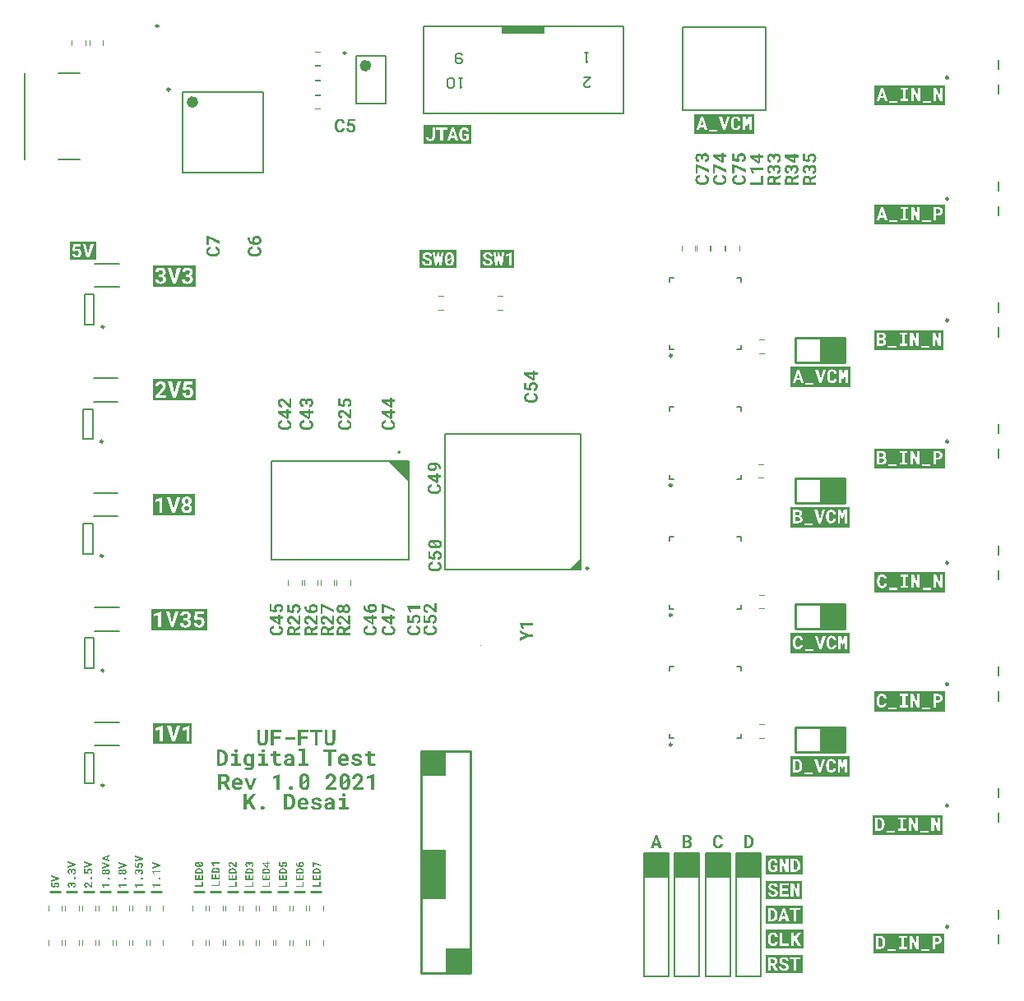
<source format=gto>
G04*
G04 #@! TF.GenerationSoftware,Altium Limited,Altium Designer,21.2.1 (34)*
G04*
G04 Layer_Color=65535*
%FSLAX25Y25*%
%MOIN*%
G70*
G04*
G04 #@! TF.SameCoordinates,0D780EAB-B6EC-48A9-9064-61573679FFEB*
G04*
G04*
G04 #@! TF.FilePolarity,Positive*
G04*
G01*
G75*
%ADD10C,0.00394*%
%ADD11C,0.02362*%
%ADD12C,0.00984*%
%ADD13C,0.00787*%
%ADD14C,0.00500*%
%ADD15C,0.01000*%
%ADD16C,0.00600*%
%ADD17R,0.10000X0.10000*%
%ADD18R,0.17717X0.03150*%
G36*
X154528Y213189D02*
X146260Y213189D01*
X154528Y204921D01*
X154528Y213189D01*
D02*
G37*
G36*
X220472Y169291D02*
X224409Y173228D01*
Y169291D01*
X220472D01*
D02*
G37*
G36*
X108550Y100310D02*
X104850D01*
Y101310D01*
X108550D01*
Y100310D01*
D02*
G37*
G36*
X124859Y100143D02*
Y100132D01*
Y100121D01*
Y100054D01*
X124848Y99954D01*
X124837Y99821D01*
X124826Y99666D01*
X124792Y99510D01*
X124759Y99343D01*
X124704Y99177D01*
X124692Y99155D01*
X124681Y99110D01*
X124648Y99032D01*
X124592Y98932D01*
X124537Y98821D01*
X124470Y98699D01*
X124381Y98577D01*
X124281Y98466D01*
X124270Y98455D01*
X124237Y98421D01*
X124170Y98366D01*
X124092Y98299D01*
X123993Y98232D01*
X123870Y98155D01*
X123737Y98088D01*
X123593Y98021D01*
X123570Y98010D01*
X123526Y97999D01*
X123437Y97977D01*
X123326Y97955D01*
X123193Y97921D01*
X123026Y97899D01*
X122859Y97888D01*
X122670Y97877D01*
X122593D01*
X122493Y97888D01*
X122382Y97899D01*
X122237Y97910D01*
X122093Y97944D01*
X121937Y97977D01*
X121782Y98021D01*
X121759Y98032D01*
X121715Y98055D01*
X121648Y98088D01*
X121548Y98132D01*
X121448Y98199D01*
X121337Y98277D01*
X121215Y98366D01*
X121104Y98466D01*
X121093Y98477D01*
X121060Y98521D01*
X121004Y98577D01*
X120948Y98666D01*
X120882Y98766D01*
X120804Y98888D01*
X120737Y99021D01*
X120671Y99177D01*
X120659Y99199D01*
X120648Y99255D01*
X120626Y99343D01*
X120604Y99454D01*
X120571Y99599D01*
X120548Y99766D01*
X120537Y99943D01*
X120526Y100143D01*
Y104432D01*
X121782D01*
Y100143D01*
Y100132D01*
Y100121D01*
Y100088D01*
Y100043D01*
X121793Y99921D01*
X121815Y99788D01*
X121837Y99632D01*
X121871Y99477D01*
X121926Y99321D01*
X122004Y99188D01*
X122015Y99177D01*
X122048Y99143D01*
X122104Y99088D01*
X122170Y99032D01*
X122271Y98977D01*
X122382Y98921D01*
X122515Y98888D01*
X122670Y98877D01*
X122748D01*
X122826Y98899D01*
X122926Y98921D01*
X123037Y98954D01*
X123148Y99010D01*
X123259Y99088D01*
X123359Y99188D01*
X123370Y99199D01*
X123393Y99243D01*
X123437Y99321D01*
X123482Y99432D01*
X123526Y99566D01*
X123570Y99732D01*
X123604Y99921D01*
X123615Y100143D01*
Y104432D01*
X124859D01*
Y100143D01*
D02*
G37*
G36*
X97584Y100143D02*
Y100132D01*
Y100121D01*
Y100054D01*
X97573Y99954D01*
X97562Y99821D01*
X97551Y99666D01*
X97517Y99510D01*
X97484Y99343D01*
X97429Y99177D01*
X97417Y99155D01*
X97406Y99110D01*
X97373Y99032D01*
X97317Y98932D01*
X97262Y98821D01*
X97195Y98699D01*
X97106Y98577D01*
X97006Y98466D01*
X96995Y98455D01*
X96962Y98421D01*
X96895Y98366D01*
X96817Y98299D01*
X96718Y98232D01*
X96595Y98155D01*
X96462Y98088D01*
X96317Y98021D01*
X96295Y98010D01*
X96251Y97999D01*
X96162Y97977D01*
X96051Y97955D01*
X95918Y97921D01*
X95751Y97899D01*
X95584Y97888D01*
X95395Y97877D01*
X95318D01*
X95218Y97888D01*
X95107Y97899D01*
X94962Y97910D01*
X94818Y97944D01*
X94662Y97977D01*
X94507Y98021D01*
X94484Y98032D01*
X94440Y98055D01*
X94373Y98088D01*
X94273Y98132D01*
X94173Y98199D01*
X94062Y98277D01*
X93940Y98366D01*
X93829Y98466D01*
X93818Y98477D01*
X93784Y98521D01*
X93729Y98577D01*
X93673Y98666D01*
X93607Y98766D01*
X93529Y98888D01*
X93462Y99021D01*
X93396Y99177D01*
X93384Y99199D01*
X93373Y99255D01*
X93351Y99343D01*
X93329Y99454D01*
X93296Y99599D01*
X93273Y99766D01*
X93262Y99943D01*
X93251Y100143D01*
Y104432D01*
X94507D01*
Y100143D01*
Y100132D01*
Y100121D01*
Y100088D01*
Y100043D01*
X94518Y99921D01*
X94540Y99788D01*
X94562Y99632D01*
X94595Y99477D01*
X94651Y99321D01*
X94729Y99188D01*
X94740Y99177D01*
X94773Y99143D01*
X94829Y99088D01*
X94895Y99032D01*
X94995Y98977D01*
X95107Y98921D01*
X95240Y98888D01*
X95395Y98877D01*
X95473D01*
X95551Y98899D01*
X95651Y98921D01*
X95762Y98954D01*
X95873Y99010D01*
X95984Y99088D01*
X96084Y99188D01*
X96095Y99199D01*
X96118Y99243D01*
X96162Y99321D01*
X96206Y99432D01*
X96251Y99566D01*
X96295Y99732D01*
X96329Y99921D01*
X96340Y100143D01*
Y104432D01*
X97584D01*
Y100143D01*
D02*
G37*
G36*
X119849Y103410D02*
X117849D01*
Y97966D01*
X116593D01*
Y103410D01*
X114627D01*
Y104432D01*
X119849D01*
Y103410D01*
D02*
G37*
G36*
X114093D02*
X110972D01*
Y101654D01*
X113738D01*
Y100643D01*
X110972D01*
Y97966D01*
X109716D01*
Y104432D01*
X114093D01*
Y103410D01*
D02*
G37*
G36*
X103183D02*
X100062Y103410D01*
Y101654D01*
X102828Y101654D01*
Y100643D01*
X100062Y100643D01*
Y97966D01*
X98806D01*
Y104432D01*
X103183Y104432D01*
Y103410D01*
D02*
G37*
G36*
X95745Y96439D02*
X95823Y96428D01*
X95901Y96406D01*
X95990Y96373D01*
X96068Y96328D01*
X96145Y96262D01*
X96156Y96250D01*
X96179Y96228D01*
X96212Y96195D01*
X96245Y96139D01*
X96279Y96073D01*
X96312Y95995D01*
X96334Y95895D01*
X96345Y95795D01*
Y95784D01*
Y95750D01*
X96334Y95695D01*
X96323Y95628D01*
X96301Y95550D01*
X96256Y95473D01*
X96212Y95395D01*
X96145Y95317D01*
X96134Y95306D01*
X96112Y95295D01*
X96068Y95262D01*
X96012Y95228D01*
X95934Y95195D01*
X95845Y95173D01*
X95745Y95151D01*
X95634Y95139D01*
X95612D01*
X95534Y95151D01*
X95434Y95162D01*
X95334Y95184D01*
X95312Y95195D01*
X95257Y95217D01*
X95190Y95262D01*
X95112Y95317D01*
X95101Y95328D01*
X95056Y95373D01*
X95012Y95439D01*
X94968Y95528D01*
Y95539D01*
X94956Y95550D01*
X94945Y95606D01*
X94934Y95695D01*
X94923Y95795D01*
Y95806D01*
Y95817D01*
X94934Y95884D01*
X94945Y95973D01*
X94968Y96061D01*
Y96073D01*
X94979Y96084D01*
X95012Y96128D01*
X95056Y96195D01*
X95112Y96262D01*
X95134Y96273D01*
X95179Y96317D01*
X95245Y96350D01*
X95334Y96395D01*
X95345D01*
X95357Y96406D01*
X95423Y96428D01*
X95512Y96439D01*
X95634Y96450D01*
X95690D01*
X95745Y96439D01*
D02*
G37*
G36*
X84835D02*
X84913Y96428D01*
X84991Y96406D01*
X85080Y96373D01*
X85158Y96328D01*
X85235Y96262D01*
X85246Y96250D01*
X85269Y96228D01*
X85302Y96195D01*
X85335Y96139D01*
X85369Y96073D01*
X85402Y95995D01*
X85424Y95895D01*
X85435Y95795D01*
Y95784D01*
Y95750D01*
X85424Y95695D01*
X85413Y95628D01*
X85391Y95550D01*
X85346Y95473D01*
X85302Y95395D01*
X85235Y95317D01*
X85224Y95306D01*
X85202Y95295D01*
X85158Y95262D01*
X85102Y95228D01*
X85024Y95195D01*
X84935Y95173D01*
X84835Y95151D01*
X84724Y95139D01*
X84702D01*
X84624Y95151D01*
X84524Y95162D01*
X84424Y95184D01*
X84402Y95195D01*
X84346Y95217D01*
X84280Y95262D01*
X84202Y95317D01*
X84191Y95328D01*
X84146Y95373D01*
X84102Y95439D01*
X84058Y95528D01*
Y95539D01*
X84047Y95550D01*
X84035Y95606D01*
X84024Y95695D01*
X84013Y95795D01*
Y95806D01*
Y95817D01*
X84024Y95884D01*
X84035Y95973D01*
X84058Y96061D01*
Y96073D01*
X84069Y96084D01*
X84102Y96128D01*
X84146Y96195D01*
X84202Y96262D01*
X84224Y96273D01*
X84269Y96317D01*
X84335Y96350D01*
X84424Y96395D01*
X84435D01*
X84447Y96406D01*
X84513Y96428D01*
X84602Y96439D01*
X84724Y96450D01*
X84780D01*
X84835Y96439D01*
D02*
G37*
G36*
X133808Y94639D02*
X133930D01*
X134075Y94617D01*
X134219Y94595D01*
X134375Y94573D01*
X134530Y94528D01*
X134553D01*
X134597Y94506D01*
X134675Y94484D01*
X134764Y94450D01*
X134875Y94406D01*
X134986Y94351D01*
X135097Y94284D01*
X135208Y94206D01*
X135219Y94195D01*
X135252Y94173D01*
X135308Y94128D01*
X135364Y94073D01*
X135430Y93995D01*
X135508Y93917D01*
X135575Y93817D01*
X135630Y93717D01*
X135641Y93706D01*
X135652Y93673D01*
X135675Y93617D01*
X135708Y93540D01*
X135730Y93451D01*
X135752Y93340D01*
X135764Y93228D01*
X135775Y93106D01*
X134541D01*
Y93117D01*
Y93151D01*
X134530Y93206D01*
X134508Y93273D01*
X134486Y93340D01*
X134441Y93417D01*
X134386Y93495D01*
X134308Y93573D01*
X134297Y93584D01*
X134264Y93606D01*
X134219Y93628D01*
X134142Y93673D01*
X134042Y93706D01*
X133930Y93728D01*
X133786Y93751D01*
X133630Y93762D01*
X133564D01*
X133486Y93751D01*
X133386Y93739D01*
X133175Y93695D01*
X133064Y93662D01*
X132975Y93606D01*
X132964Y93595D01*
X132942Y93584D01*
X132908Y93540D01*
X132864Y93495D01*
X132786Y93373D01*
X132764Y93306D01*
X132753Y93217D01*
Y93195D01*
X132764Y93151D01*
X132775Y93095D01*
X132797Y93017D01*
X132808Y93006D01*
X132831Y92962D01*
X132886Y92906D01*
X132953Y92851D01*
X132964D01*
X132975Y92840D01*
X133042Y92806D01*
X133131Y92762D01*
X133264Y92717D01*
X133275D01*
X133297Y92706D01*
X133342Y92695D01*
X133397Y92684D01*
X133475Y92673D01*
X133564Y92651D01*
X133653Y92640D01*
X133764Y92617D01*
X133786D01*
X133842Y92606D01*
X133919Y92595D01*
X134030Y92573D01*
X134153Y92540D01*
X134286Y92517D01*
X134575Y92440D01*
X134597D01*
X134642Y92417D01*
X134708Y92395D01*
X134797Y92362D01*
X134897Y92317D01*
X135008Y92273D01*
X135219Y92151D01*
X135230Y92140D01*
X135264Y92117D01*
X135308Y92084D01*
X135375Y92029D01*
X135441Y91962D01*
X135508Y91895D01*
X135641Y91717D01*
X135652Y91706D01*
X135664Y91673D01*
X135686Y91618D01*
X135719Y91551D01*
X135752Y91462D01*
X135775Y91362D01*
X135786Y91251D01*
X135797Y91129D01*
Y91118D01*
Y91073D01*
X135786Y91018D01*
X135775Y90940D01*
X135764Y90840D01*
X135730Y90740D01*
X135697Y90640D01*
X135641Y90540D01*
X135630Y90529D01*
X135608Y90495D01*
X135575Y90440D01*
X135530Y90384D01*
X135464Y90307D01*
X135397Y90229D01*
X135308Y90151D01*
X135208Y90073D01*
X135197Y90062D01*
X135164Y90040D01*
X135097Y90007D01*
X135019Y89962D01*
X134919Y89918D01*
X134808Y89862D01*
X134675Y89818D01*
X134530Y89773D01*
X134508D01*
X134464Y89762D01*
X134375Y89740D01*
X134264Y89729D01*
X134130Y89707D01*
X133986Y89684D01*
X133808Y89673D01*
X133542D01*
X133442Y89684D01*
X133308Y89696D01*
X133164Y89707D01*
X132997Y89729D01*
X132831Y89762D01*
X132675Y89807D01*
X132653Y89818D01*
X132608Y89829D01*
X132530Y89862D01*
X132431Y89907D01*
X132319Y89962D01*
X132208Y90018D01*
X132086Y90095D01*
X131975Y90173D01*
X131964Y90184D01*
X131931Y90218D01*
X131875Y90262D01*
X131819Y90329D01*
X131753Y90407D01*
X131675Y90495D01*
X131608Y90595D01*
X131553Y90695D01*
X131542Y90706D01*
X131531Y90751D01*
X131508Y90807D01*
X131486Y90873D01*
X131453Y90962D01*
X131431Y91062D01*
X131420Y91173D01*
X131408Y91284D01*
X132586D01*
Y91273D01*
Y91251D01*
X132597Y91217D01*
X132608Y91162D01*
X132631Y91051D01*
X132686Y90940D01*
X132708Y90918D01*
X132753Y90862D01*
X132831Y90795D01*
X132931Y90718D01*
X132942D01*
X132953Y90706D01*
X132986Y90684D01*
X133030Y90673D01*
X133142Y90629D01*
X133275Y90584D01*
X133308D01*
X133342Y90573D01*
X133397D01*
X133519Y90562D01*
X133664Y90551D01*
X133741D01*
X133819Y90562D01*
X133919Y90573D01*
X134142Y90618D01*
X134253Y90651D01*
X134353Y90695D01*
X134364Y90706D01*
X134386Y90718D01*
X134430Y90751D01*
X134475Y90795D01*
X134519Y90851D01*
X134564Y90918D01*
X134586Y90995D01*
X134597Y91073D01*
Y91095D01*
X134586Y91140D01*
X134575Y91195D01*
X134541Y91262D01*
X134530Y91273D01*
X134508Y91317D01*
X134453Y91373D01*
X134364Y91429D01*
X134353D01*
X134342Y91440D01*
X134308Y91462D01*
X134275Y91473D01*
X134153Y91518D01*
X134008Y91562D01*
X133997D01*
X133975Y91573D01*
X133919Y91584D01*
X133864Y91606D01*
X133786Y91618D01*
X133686Y91640D01*
X133586Y91662D01*
X133464Y91684D01*
X133442D01*
X133397Y91695D01*
X133308Y91717D01*
X133208Y91740D01*
X133086Y91773D01*
X132953Y91806D01*
X132686Y91895D01*
X132675Y91906D01*
X132631Y91918D01*
X132564Y91951D01*
X132486Y91984D01*
X132386Y92029D01*
X132286Y92084D01*
X132086Y92206D01*
X132075Y92217D01*
X132042Y92240D01*
X131997Y92273D01*
X131942Y92329D01*
X131819Y92451D01*
X131697Y92617D01*
Y92629D01*
X131675Y92662D01*
X131653Y92706D01*
X131631Y92773D01*
X131608Y92862D01*
X131586Y92951D01*
X131575Y93051D01*
X131564Y93162D01*
Y93173D01*
Y93217D01*
X131575Y93273D01*
X131586Y93351D01*
X131597Y93428D01*
X131631Y93528D01*
X131664Y93628D01*
X131708Y93728D01*
X131720Y93739D01*
X131731Y93773D01*
X131764Y93828D01*
X131819Y93895D01*
X131875Y93973D01*
X131942Y94051D01*
X132031Y94128D01*
X132120Y94206D01*
X132131Y94217D01*
X132164Y94239D01*
X132220Y94284D01*
X132297Y94328D01*
X132397Y94373D01*
X132508Y94428D01*
X132631Y94484D01*
X132764Y94528D01*
X132786Y94539D01*
X132831Y94551D01*
X132908Y94573D01*
X133019Y94595D01*
X133142Y94617D01*
X133297Y94628D01*
X133453Y94651D01*
X133719D01*
X133808Y94639D01*
D02*
G37*
G36*
X125298Y95206D02*
X123298D01*
Y89762D01*
X122043D01*
Y95206D01*
X120076D01*
Y96228D01*
X125298D01*
Y95206D01*
D02*
G37*
G36*
X112621Y90762D02*
X113999D01*
Y89762D01*
X109933D01*
Y90762D01*
X111377D01*
Y95573D01*
X109933D01*
Y96584D01*
X112621D01*
Y90762D01*
D02*
G37*
G36*
X106500Y94639D02*
X106622Y94628D01*
X106766Y94606D01*
X107044Y94539D01*
X107066D01*
X107111Y94517D01*
X107177Y94495D01*
X107266Y94462D01*
X107366Y94417D01*
X107477Y94362D01*
X107700Y94228D01*
X107711Y94217D01*
X107744Y94195D01*
X107800Y94139D01*
X107855Y94084D01*
X107933Y94006D01*
X108000Y93917D01*
X108066Y93806D01*
X108133Y93695D01*
X108144Y93684D01*
X108155Y93639D01*
X108177Y93573D01*
X108211Y93484D01*
X108244Y93384D01*
X108266Y93262D01*
X108277Y93117D01*
X108289Y92973D01*
Y90907D01*
Y90884D01*
Y90840D01*
Y90773D01*
X108300Y90684D01*
Y90573D01*
X108311Y90473D01*
X108322Y90362D01*
X108333Y90262D01*
Y90251D01*
X108344Y90218D01*
X108355Y90173D01*
X108377Y90118D01*
X108422Y89973D01*
X108477Y89829D01*
Y89762D01*
X107222D01*
X107211Y89773D01*
X107200Y89818D01*
X107166Y89884D01*
X107144Y89962D01*
Y89984D01*
X107133Y90040D01*
X107122Y90118D01*
X107100Y90206D01*
X107078Y90184D01*
X107033Y90140D01*
X106955Y90073D01*
X106855Y89995D01*
X106844D01*
X106833Y89984D01*
X106766Y89940D01*
X106678Y89884D01*
X106555Y89829D01*
X106544D01*
X106533Y89818D01*
X106500Y89807D01*
X106455Y89796D01*
X106344Y89751D01*
X106200Y89718D01*
X106189D01*
X106167Y89707D01*
X106133D01*
X106078Y89696D01*
X105944Y89684D01*
X105789Y89673D01*
X105722D01*
X105656Y89684D01*
X105567D01*
X105456Y89696D01*
X105344Y89718D01*
X105100Y89773D01*
X105089D01*
X105055Y89796D01*
X104989Y89818D01*
X104922Y89851D01*
X104755Y89951D01*
X104578Y90073D01*
X104567Y90084D01*
X104544Y90106D01*
X104500Y90151D01*
X104456Y90206D01*
X104389Y90273D01*
X104333Y90351D01*
X104222Y90529D01*
Y90540D01*
X104200Y90573D01*
X104189Y90629D01*
X104167Y90706D01*
X104145Y90784D01*
X104122Y90884D01*
X104111Y90995D01*
X104100Y91106D01*
Y91118D01*
Y91140D01*
Y91184D01*
X104111Y91229D01*
X104122Y91295D01*
X104133Y91362D01*
X104167Y91540D01*
X104233Y91729D01*
X104344Y91918D01*
X104400Y92018D01*
X104478Y92106D01*
X104567Y92195D01*
X104667Y92273D01*
X104678D01*
X104689Y92295D01*
X104722Y92317D01*
X104778Y92340D01*
X104833Y92373D01*
X104911Y92406D01*
X104989Y92440D01*
X105089Y92484D01*
X105200Y92528D01*
X105333Y92562D01*
X105467Y92595D01*
X105622Y92629D01*
X105789Y92662D01*
X105966Y92673D01*
X106167Y92695D01*
X107055D01*
Y92973D01*
Y92984D01*
Y93028D01*
X107044Y93095D01*
X107022Y93173D01*
X107000Y93262D01*
X106955Y93362D01*
X106900Y93451D01*
X106822Y93528D01*
X106811Y93540D01*
X106778Y93562D01*
X106733Y93595D01*
X106655Y93628D01*
X106567Y93662D01*
X106455Y93695D01*
X106322Y93717D01*
X106167Y93728D01*
X106100D01*
X106033Y93717D01*
X105955Y93706D01*
X105867Y93684D01*
X105778Y93662D01*
X105689Y93617D01*
X105611Y93562D01*
X105600Y93551D01*
X105589Y93528D01*
X105555Y93495D01*
X105533Y93451D01*
X105500Y93384D01*
X105467Y93317D01*
X105456Y93228D01*
X105444Y93129D01*
X104211D01*
Y93140D01*
Y93184D01*
X104222Y93240D01*
X104233Y93317D01*
X104244Y93406D01*
X104267Y93506D01*
X104300Y93617D01*
X104344Y93717D01*
X104356Y93728D01*
X104367Y93762D01*
X104400Y93817D01*
X104445Y93884D01*
X104500Y93962D01*
X104567Y94039D01*
X104645Y94117D01*
X104733Y94195D01*
X104744Y94206D01*
X104778Y94228D01*
X104833Y94273D01*
X104911Y94317D01*
X105011Y94373D01*
X105122Y94428D01*
X105244Y94484D01*
X105378Y94528D01*
X105400Y94539D01*
X105444Y94551D01*
X105522Y94573D01*
X105622Y94595D01*
X105755Y94617D01*
X105900Y94628D01*
X106055Y94651D01*
X106389D01*
X106500Y94639D01*
D02*
G37*
G36*
X96256Y90762D02*
X97556D01*
Y89762D01*
X93634D01*
Y90762D01*
X95012D01*
Y93551D01*
X93634D01*
Y94562D01*
X96256D01*
Y90762D01*
D02*
G37*
G36*
X85346D02*
X86646D01*
Y89762D01*
X82724D01*
Y90762D01*
X84102D01*
Y93551D01*
X82724D01*
Y94562D01*
X85346D01*
Y90762D01*
D02*
G37*
G36*
X78780Y96217D02*
X78936Y96206D01*
X79114Y96173D01*
X79314Y96139D01*
X79514Y96084D01*
X79714Y96006D01*
X79725D01*
X79736Y95995D01*
X79803Y95961D01*
X79902Y95917D01*
X80025Y95850D01*
X80158Y95762D01*
X80313Y95650D01*
X80458Y95528D01*
X80602Y95384D01*
X80625Y95362D01*
X80669Y95317D01*
X80736Y95228D01*
X80813Y95117D01*
X80914Y94984D01*
X81002Y94828D01*
X81102Y94651D01*
X81180Y94450D01*
Y94439D01*
X81191Y94428D01*
X81202Y94395D01*
X81213Y94350D01*
X81247Y94239D01*
X81280Y94095D01*
X81314Y93917D01*
X81347Y93717D01*
X81369Y93495D01*
X81380Y93251D01*
Y92717D01*
Y92706D01*
Y92684D01*
Y92651D01*
Y92606D01*
X81369Y92484D01*
X81358Y92317D01*
X81336Y92140D01*
X81291Y91940D01*
X81247Y91729D01*
X81180Y91518D01*
Y91506D01*
X81169Y91495D01*
X81147Y91429D01*
X81102Y91329D01*
X81036Y91195D01*
X80958Y91051D01*
X80858Y90895D01*
X80747Y90740D01*
X80613Y90584D01*
X80602Y90562D01*
X80547Y90518D01*
X80469Y90451D01*
X80369Y90362D01*
X80236Y90262D01*
X80091Y90162D01*
X79925Y90062D01*
X79736Y89973D01*
X79714Y89962D01*
X79647Y89940D01*
X79547Y89907D01*
X79403Y89873D01*
X79236Y89829D01*
X79047Y89796D01*
X78836Y89773D01*
X78614Y89762D01*
X76869D01*
Y96228D01*
X78658D01*
X78780Y96217D01*
D02*
G37*
G36*
X139219Y94562D02*
X141007D01*
Y93651D01*
X139219D01*
Y91584D01*
Y91573D01*
Y91540D01*
Y91495D01*
X139230Y91440D01*
X139241Y91295D01*
X139274Y91151D01*
Y91140D01*
X139285Y91118D01*
X139319Y91051D01*
X139374Y90951D01*
X139452Y90862D01*
X139474Y90851D01*
X139530Y90807D01*
X139608Y90762D01*
X139719Y90718D01*
X139730D01*
X139752Y90706D01*
X139774D01*
X139819Y90695D01*
X139930Y90684D01*
X140074Y90673D01*
X140252D01*
X140352Y90684D01*
X140374D01*
X140452Y90695D01*
X140541Y90706D01*
X140641Y90718D01*
X140663D01*
X140730Y90729D01*
X140807Y90751D01*
X140896Y90762D01*
X140919D01*
X140963Y90773D01*
X141030Y90795D01*
X141096Y90807D01*
X141219Y89962D01*
X141196Y89951D01*
X141141Y89918D01*
X141041Y89873D01*
X140919Y89829D01*
X140908D01*
X140885Y89818D01*
X140852Y89807D01*
X140807Y89796D01*
X140685Y89773D01*
X140541Y89751D01*
X140507D01*
X140474Y89740D01*
X140419Y89729D01*
X140296Y89718D01*
X140141Y89696D01*
X140108D01*
X140063Y89684D01*
X140008D01*
X139874Y89673D01*
X139663D01*
X139585Y89684D01*
X139485D01*
X139374Y89696D01*
X139252Y89718D01*
X139008Y89773D01*
X138997D01*
X138952Y89796D01*
X138897Y89818D01*
X138819Y89851D01*
X138641Y89951D01*
X138452Y90084D01*
X138441Y90095D01*
X138419Y90129D01*
X138374Y90173D01*
X138330Y90240D01*
X138274Y90318D01*
X138219Y90418D01*
X138163Y90529D01*
X138108Y90651D01*
Y90662D01*
X138085Y90718D01*
X138074Y90784D01*
X138052Y90884D01*
X138030Y90995D01*
X138008Y91140D01*
X137997Y91295D01*
X137986Y91462D01*
Y93651D01*
X136886D01*
Y94562D01*
X137986D01*
Y95739D01*
X139219D01*
Y94562D01*
D02*
G37*
G36*
X128420Y94639D02*
X128542Y94628D01*
X128686Y94606D01*
X128842Y94573D01*
X128998Y94528D01*
X129153Y94473D01*
X129175Y94462D01*
X129220Y94439D01*
X129297Y94406D01*
X129397Y94351D01*
X129498Y94284D01*
X129620Y94206D01*
X129731Y94106D01*
X129842Y93995D01*
X129853Y93984D01*
X129886Y93940D01*
X129942Y93873D01*
X130009Y93784D01*
X130075Y93673D01*
X130142Y93551D01*
X130220Y93406D01*
X130275Y93251D01*
X130286Y93228D01*
X130297Y93173D01*
X130320Y93084D01*
X130353Y92973D01*
X130386Y92829D01*
X130409Y92662D01*
X130420Y92484D01*
X130431Y92284D01*
Y91762D01*
X127164D01*
Y91751D01*
X127175Y91717D01*
X127187Y91673D01*
X127198Y91618D01*
X127242Y91462D01*
X127309Y91306D01*
Y91295D01*
X127331Y91273D01*
X127353Y91240D01*
X127387Y91184D01*
X127476Y91073D01*
X127587Y90962D01*
X127598Y90951D01*
X127620Y90940D01*
X127653Y90918D01*
X127698Y90884D01*
X127820Y90807D01*
X127964Y90740D01*
X127975D01*
X128009Y90729D01*
X128053Y90718D01*
X128109Y90706D01*
X128187Y90684D01*
X128264Y90673D01*
X128453Y90662D01*
X128564D01*
X128675Y90673D01*
X128809Y90695D01*
X128820D01*
X128842Y90706D01*
X128875D01*
X128920Y90718D01*
X129031Y90751D01*
X129153Y90795D01*
X129164D01*
X129186Y90807D01*
X129209Y90818D01*
X129253Y90840D01*
X129353Y90895D01*
X129464Y90962D01*
X129475D01*
X129486Y90984D01*
X129553Y91040D01*
X129631Y91118D01*
X129709Y91206D01*
X130331Y90540D01*
Y90529D01*
X130308Y90507D01*
X130286Y90484D01*
X130242Y90440D01*
X130153Y90329D01*
X130020Y90218D01*
X130009Y90206D01*
X129986Y90195D01*
X129953Y90162D01*
X129897Y90129D01*
X129831Y90084D01*
X129764Y90040D01*
X129586Y89940D01*
X129575D01*
X129542Y89918D01*
X129498Y89895D01*
X129431Y89873D01*
X129342Y89840D01*
X129253Y89807D01*
X129031Y89751D01*
X129020D01*
X128975Y89740D01*
X128920Y89729D01*
X128842Y89718D01*
X128742Y89696D01*
X128631Y89684D01*
X128375Y89673D01*
X128287D01*
X128175Y89684D01*
X128042Y89696D01*
X127887Y89718D01*
X127720Y89751D01*
X127542Y89796D01*
X127364Y89851D01*
X127342Y89862D01*
X127287Y89884D01*
X127209Y89929D01*
X127098Y89984D01*
X126976Y90051D01*
X126842Y90129D01*
X126709Y90229D01*
X126587Y90340D01*
X126576Y90351D01*
X126531Y90395D01*
X126476Y90462D01*
X126409Y90551D01*
X126320Y90662D01*
X126242Y90795D01*
X126164Y90929D01*
X126087Y91084D01*
X126076Y91106D01*
X126065Y91162D01*
X126031Y91240D01*
X125998Y91362D01*
X125964Y91495D01*
X125942Y91651D01*
X125920Y91817D01*
X125909Y91995D01*
Y92173D01*
Y92184D01*
Y92195D01*
Y92262D01*
X125920Y92373D01*
X125931Y92506D01*
X125953Y92662D01*
X125976Y92829D01*
X126020Y92995D01*
X126076Y93173D01*
X126087Y93195D01*
X126109Y93251D01*
X126153Y93340D01*
X126209Y93440D01*
X126276Y93562D01*
X126353Y93695D01*
X126453Y93828D01*
X126565Y93951D01*
X126576Y93962D01*
X126620Y94006D01*
X126687Y94062D01*
X126776Y94139D01*
X126876Y94217D01*
X127009Y94306D01*
X127142Y94384D01*
X127298Y94462D01*
X127320Y94473D01*
X127375Y94495D01*
X127464Y94517D01*
X127576Y94562D01*
X127720Y94595D01*
X127875Y94617D01*
X128053Y94639D01*
X128231Y94651D01*
X128320D01*
X128420Y94639D01*
D02*
G37*
G36*
X101034Y94562D02*
X102822Y94562D01*
Y93651D01*
X101034Y93651D01*
Y91584D01*
Y91573D01*
Y91540D01*
Y91495D01*
X101045Y91440D01*
X101056Y91295D01*
X101089Y91151D01*
Y91140D01*
X101100Y91118D01*
X101134Y91051D01*
X101189Y90951D01*
X101267Y90862D01*
X101289Y90851D01*
X101345Y90807D01*
X101423Y90762D01*
X101534Y90718D01*
X101545D01*
X101567Y90706D01*
X101589D01*
X101634Y90695D01*
X101745Y90684D01*
X101889Y90673D01*
X102067D01*
X102167Y90684D01*
X102189D01*
X102267Y90695D01*
X102356Y90706D01*
X102456Y90718D01*
X102478D01*
X102545Y90729D01*
X102622Y90751D01*
X102711Y90762D01*
X102734D01*
X102778Y90773D01*
X102845Y90795D01*
X102911Y90807D01*
X103033Y89962D01*
X103011Y89951D01*
X102956Y89918D01*
X102856Y89873D01*
X102734Y89829D01*
X102722D01*
X102700Y89818D01*
X102667Y89807D01*
X102622Y89796D01*
X102500Y89773D01*
X102356Y89751D01*
X102322D01*
X102289Y89740D01*
X102234Y89729D01*
X102111Y89718D01*
X101956Y89696D01*
X101923D01*
X101878Y89684D01*
X101822D01*
X101689Y89673D01*
X101478D01*
X101400Y89684D01*
X101300D01*
X101189Y89696D01*
X101067Y89718D01*
X100823Y89773D01*
X100812D01*
X100767Y89796D01*
X100712Y89818D01*
X100634Y89851D01*
X100456Y89951D01*
X100267Y90084D01*
X100256Y90095D01*
X100234Y90129D01*
X100189Y90173D01*
X100145Y90240D01*
X100089Y90318D01*
X100034Y90418D01*
X99978Y90529D01*
X99923Y90651D01*
Y90662D01*
X99901Y90718D01*
X99889Y90784D01*
X99867Y90884D01*
X99845Y90995D01*
X99823Y91140D01*
X99812Y91295D01*
X99800Y91462D01*
Y93651D01*
X98701D01*
Y94562D01*
X99800D01*
Y95739D01*
X101034D01*
Y94562D01*
D02*
G37*
G36*
X89824Y94639D02*
X89924Y94628D01*
X90046Y94617D01*
X90157Y94595D01*
X90279Y94551D01*
X90401Y94506D01*
X90412Y94495D01*
X90457Y94484D01*
X90513Y94450D01*
X90579Y94406D01*
X90668Y94350D01*
X90757Y94284D01*
X90846Y94195D01*
X90924Y94106D01*
X90968Y94562D01*
X92090D01*
Y89918D01*
Y89895D01*
Y89840D01*
X92079Y89740D01*
X92068Y89629D01*
X92046Y89495D01*
X92023Y89351D01*
X91979Y89196D01*
X91923Y89051D01*
X91912Y89040D01*
X91890Y88984D01*
X91857Y88918D01*
X91801Y88829D01*
X91735Y88729D01*
X91657Y88629D01*
X91568Y88518D01*
X91457Y88418D01*
X91446Y88407D01*
X91401Y88373D01*
X91335Y88329D01*
X91257Y88273D01*
X91146Y88207D01*
X91024Y88140D01*
X90890Y88073D01*
X90735Y88018D01*
X90712Y88007D01*
X90668Y87996D01*
X90579Y87973D01*
X90468Y87951D01*
X90335Y87918D01*
X90168Y87896D01*
X90001Y87884D01*
X89813Y87873D01*
X89735D01*
X89679Y87884D01*
X89601D01*
X89524Y87896D01*
X89346Y87918D01*
X89335D01*
X89302Y87929D01*
X89257Y87940D01*
X89190Y87951D01*
X89124Y87973D01*
X89035Y87996D01*
X88857Y88062D01*
X88846D01*
X88813Y88073D01*
X88768Y88096D01*
X88713Y88129D01*
X88557Y88196D01*
X88390Y88296D01*
X88379Y88307D01*
X88357Y88318D01*
X88313Y88351D01*
X88268Y88396D01*
X88146Y88507D01*
X88024Y88640D01*
X88579Y89395D01*
X88591Y89384D01*
X88624Y89351D01*
X88668Y89307D01*
X88735Y89240D01*
X88813Y89173D01*
X88902Y89107D01*
X89002Y89040D01*
X89102Y88984D01*
X89113Y88973D01*
X89157Y88962D01*
X89213Y88940D01*
X89302Y88918D01*
X89390Y88884D01*
X89502Y88862D01*
X89624Y88851D01*
X89757Y88840D01*
X89846D01*
X89935Y88851D01*
X90046Y88873D01*
X90179Y88907D01*
X90312Y88962D01*
X90435Y89029D01*
X90557Y89118D01*
X90568Y89129D01*
X90601Y89173D01*
X90657Y89229D01*
X90712Y89318D01*
X90757Y89429D01*
X90812Y89562D01*
X90846Y89718D01*
X90857Y89895D01*
Y90173D01*
X90846Y90162D01*
X90824Y90140D01*
X90768Y90095D01*
X90712Y90040D01*
X90635Y89984D01*
X90546Y89918D01*
X90346Y89807D01*
X90335D01*
X90290Y89784D01*
X90235Y89762D01*
X90157Y89740D01*
X90057Y89718D01*
X89935Y89696D01*
X89813Y89684D01*
X89668Y89673D01*
X89590D01*
X89513Y89684D01*
X89402Y89696D01*
X89279Y89718D01*
X89146Y89751D01*
X89002Y89796D01*
X88868Y89851D01*
X88857Y89862D01*
X88813Y89884D01*
X88746Y89929D01*
X88657Y89984D01*
X88568Y90062D01*
X88457Y90151D01*
X88357Y90251D01*
X88257Y90362D01*
X88246Y90373D01*
X88213Y90418D01*
X88168Y90484D01*
X88113Y90584D01*
X88046Y90695D01*
X87991Y90818D01*
X87924Y90973D01*
X87868Y91129D01*
Y91151D01*
X87846Y91206D01*
X87824Y91295D01*
X87802Y91417D01*
X87779Y91562D01*
X87757Y91729D01*
X87746Y91906D01*
X87735Y92106D01*
Y92195D01*
Y92206D01*
Y92217D01*
Y92284D01*
X87746Y92395D01*
X87757Y92528D01*
X87768Y92684D01*
X87791Y92851D01*
X87824Y93017D01*
X87868Y93195D01*
X87880Y93217D01*
X87891Y93273D01*
X87924Y93362D01*
X87968Y93462D01*
X88024Y93584D01*
X88090Y93717D01*
X88168Y93851D01*
X88257Y93973D01*
X88268Y93984D01*
X88302Y94028D01*
X88357Y94084D01*
X88435Y94162D01*
X88524Y94239D01*
X88624Y94317D01*
X88735Y94406D01*
X88868Y94473D01*
X88879Y94484D01*
X88935Y94506D01*
X89002Y94528D01*
X89102Y94562D01*
X89224Y94595D01*
X89357Y94628D01*
X89513Y94639D01*
X89679Y94651D01*
X89746D01*
X89824Y94639D01*
D02*
G37*
G36*
X91163Y80025D02*
X89996D01*
X88163Y84825D01*
X89451D01*
X90518Y81447D01*
X90574Y81103D01*
X90640Y81436D01*
X91696Y84825D01*
X92984D01*
X91163Y80025D01*
D02*
G37*
G36*
X140591Y80025D02*
X139347D01*
Y84980D01*
X137713Y84392D01*
Y85469D01*
X140524Y86491D01*
X140591D01*
Y80025D01*
D02*
G37*
G36*
X134269Y86569D02*
X134380Y86558D01*
X134514Y86547D01*
X134669Y86525D01*
X134814Y86480D01*
X134958Y86436D01*
X134980Y86425D01*
X135025Y86414D01*
X135091Y86380D01*
X135180Y86336D01*
X135291Y86280D01*
X135391Y86214D01*
X135503Y86136D01*
X135602Y86047D01*
X135614Y86036D01*
X135647Y86002D01*
X135691Y85947D01*
X135747Y85880D01*
X135814Y85791D01*
X135880Y85691D01*
X135936Y85580D01*
X135991Y85447D01*
X136002Y85436D01*
X136013Y85391D01*
X136036Y85314D01*
X136058Y85225D01*
X136080Y85114D01*
X136102Y84980D01*
X136125Y84836D01*
Y84680D01*
Y84669D01*
Y84625D01*
Y84569D01*
X136114Y84491D01*
X136102Y84392D01*
X136080Y84292D01*
X136025Y84069D01*
Y84058D01*
X136002Y84025D01*
X135980Y83958D01*
X135947Y83892D01*
X135914Y83803D01*
X135858Y83703D01*
X135736Y83492D01*
X135725Y83481D01*
X135703Y83447D01*
X135658Y83392D01*
X135614Y83314D01*
X135547Y83225D01*
X135469Y83136D01*
X135291Y82914D01*
X135280Y82903D01*
X135247Y82869D01*
X135191Y82803D01*
X135125Y82725D01*
X135036Y82636D01*
X134947Y82536D01*
X134725Y82303D01*
X133503Y81014D01*
X136347D01*
Y80025D01*
X131925D01*
Y80859D01*
X134025Y83114D01*
X134036Y83125D01*
X134069Y83158D01*
X134114Y83214D01*
X134169Y83269D01*
X134303Y83425D01*
X134436Y83592D01*
X134447Y83603D01*
X134469Y83625D01*
X134492Y83669D01*
X134536Y83725D01*
X134614Y83858D01*
X134703Y83992D01*
Y84003D01*
X134725Y84025D01*
X134736Y84058D01*
X134769Y84103D01*
X134814Y84203D01*
X134858Y84325D01*
Y84336D01*
X134869Y84347D01*
X134880Y84425D01*
X134891Y84525D01*
X134903Y84636D01*
Y84647D01*
Y84669D01*
Y84714D01*
X134891Y84758D01*
X134880Y84880D01*
X134836Y85014D01*
Y85025D01*
X134825Y85047D01*
X134791Y85114D01*
X134747Y85214D01*
X134669Y85303D01*
Y85314D01*
X134647Y85325D01*
X134591Y85369D01*
X134503Y85425D01*
X134391Y85480D01*
X134380D01*
X134369Y85491D01*
X134336Y85503D01*
X134292Y85514D01*
X134180Y85536D01*
X134047Y85547D01*
X133958D01*
X133869Y85536D01*
X133758Y85514D01*
X133636Y85480D01*
X133514Y85425D01*
X133392Y85358D01*
X133281Y85258D01*
X133269Y85247D01*
X133247Y85203D01*
X133203Y85147D01*
X133158Y85058D01*
X133114Y84947D01*
X133069Y84814D01*
X133047Y84647D01*
X133036Y84469D01*
X131803D01*
Y84491D01*
Y84547D01*
X131814Y84625D01*
X131825Y84736D01*
X131836Y84858D01*
X131869Y84992D01*
X131903Y85136D01*
X131958Y85280D01*
X131969Y85303D01*
X131992Y85347D01*
X132025Y85414D01*
X132081Y85514D01*
X132147Y85614D01*
X132225Y85736D01*
X132314Y85847D01*
X132425Y85958D01*
X132436Y85969D01*
X132481Y86002D01*
X132547Y86058D01*
X132625Y86125D01*
X132736Y86191D01*
X132858Y86269D01*
X132992Y86347D01*
X133147Y86414D01*
X133169Y86425D01*
X133225Y86436D01*
X133314Y86469D01*
X133425Y86502D01*
X133558Y86525D01*
X133725Y86558D01*
X133903Y86569D01*
X134091Y86580D01*
X134169D01*
X134269Y86569D01*
D02*
G37*
G36*
X123359D02*
X123470Y86558D01*
X123604Y86547D01*
X123759Y86525D01*
X123904Y86480D01*
X124048Y86436D01*
X124070Y86425D01*
X124115Y86414D01*
X124181Y86380D01*
X124270Y86336D01*
X124381Y86280D01*
X124481Y86214D01*
X124592Y86136D01*
X124692Y86047D01*
X124704Y86036D01*
X124737Y86002D01*
X124781Y85947D01*
X124837Y85880D01*
X124904Y85791D01*
X124970Y85691D01*
X125026Y85580D01*
X125081Y85447D01*
X125092Y85436D01*
X125103Y85391D01*
X125126Y85314D01*
X125148Y85225D01*
X125170Y85114D01*
X125192Y84980D01*
X125215Y84836D01*
Y84680D01*
Y84669D01*
Y84625D01*
Y84569D01*
X125204Y84491D01*
X125192Y84392D01*
X125170Y84292D01*
X125115Y84069D01*
Y84058D01*
X125092Y84025D01*
X125070Y83958D01*
X125037Y83892D01*
X125004Y83803D01*
X124948Y83703D01*
X124826Y83492D01*
X124815Y83481D01*
X124792Y83447D01*
X124748Y83392D01*
X124704Y83314D01*
X124637Y83225D01*
X124559Y83136D01*
X124381Y82914D01*
X124370Y82903D01*
X124337Y82869D01*
X124281Y82803D01*
X124215Y82725D01*
X124126Y82636D01*
X124037Y82536D01*
X123815Y82303D01*
X122593Y81014D01*
X125437D01*
Y80025D01*
X121015D01*
Y80859D01*
X123115Y83114D01*
X123126Y83125D01*
X123159Y83158D01*
X123204Y83214D01*
X123259Y83269D01*
X123393Y83425D01*
X123526Y83592D01*
X123537Y83603D01*
X123559Y83625D01*
X123581Y83669D01*
X123626Y83725D01*
X123704Y83858D01*
X123793Y83992D01*
Y84003D01*
X123815Y84025D01*
X123826Y84058D01*
X123859Y84103D01*
X123904Y84203D01*
X123948Y84325D01*
Y84336D01*
X123959Y84347D01*
X123970Y84425D01*
X123981Y84525D01*
X123993Y84636D01*
Y84647D01*
Y84669D01*
Y84714D01*
X123981Y84758D01*
X123970Y84880D01*
X123926Y85014D01*
Y85025D01*
X123915Y85047D01*
X123881Y85114D01*
X123837Y85214D01*
X123759Y85303D01*
Y85314D01*
X123737Y85325D01*
X123681Y85369D01*
X123593Y85425D01*
X123482Y85480D01*
X123470D01*
X123459Y85491D01*
X123426Y85503D01*
X123381Y85514D01*
X123270Y85536D01*
X123137Y85547D01*
X123048D01*
X122959Y85536D01*
X122848Y85514D01*
X122726Y85480D01*
X122604Y85425D01*
X122482Y85358D01*
X122371Y85258D01*
X122359Y85247D01*
X122337Y85203D01*
X122293Y85147D01*
X122248Y85058D01*
X122204Y84947D01*
X122159Y84814D01*
X122137Y84647D01*
X122126Y84469D01*
X120893D01*
Y84491D01*
Y84547D01*
X120904Y84625D01*
X120915Y84736D01*
X120926Y84858D01*
X120959Y84992D01*
X120993Y85136D01*
X121048Y85280D01*
X121060Y85303D01*
X121082Y85347D01*
X121115Y85414D01*
X121171Y85514D01*
X121237Y85614D01*
X121315Y85736D01*
X121404Y85847D01*
X121515Y85958D01*
X121526Y85969D01*
X121571Y86002D01*
X121637Y86058D01*
X121715Y86125D01*
X121826Y86191D01*
X121948Y86269D01*
X122082Y86347D01*
X122237Y86414D01*
X122259Y86425D01*
X122315Y86436D01*
X122404Y86469D01*
X122515Y86502D01*
X122648Y86525D01*
X122815Y86558D01*
X122993Y86569D01*
X123181Y86580D01*
X123259D01*
X123359Y86569D01*
D02*
G37*
G36*
X102406Y80025D02*
X101162Y80025D01*
Y84980D01*
X99528Y84391D01*
Y85469D01*
X102339Y86491D01*
X102406D01*
Y80025D01*
D02*
G37*
G36*
X79875Y86480D02*
X80008D01*
X80152Y86458D01*
X80319Y86436D01*
X80486Y86402D01*
X80652Y86358D01*
X80675D01*
X80730Y86336D01*
X80808Y86303D01*
X80908Y86269D01*
X81030Y86214D01*
X81152Y86147D01*
X81275Y86080D01*
X81397Y85991D01*
X81408Y85980D01*
X81452Y85947D01*
X81508Y85891D01*
X81574Y85825D01*
X81652Y85736D01*
X81730Y85636D01*
X81808Y85514D01*
X81875Y85380D01*
X81886Y85369D01*
X81897Y85314D01*
X81930Y85236D01*
X81963Y85136D01*
X81986Y85014D01*
X82019Y84869D01*
X82030Y84714D01*
X82041Y84536D01*
Y84525D01*
Y84480D01*
Y84414D01*
X82030Y84325D01*
X82019Y84236D01*
X82008Y84125D01*
X81963Y83914D01*
Y83903D01*
X81952Y83869D01*
X81930Y83814D01*
X81908Y83747D01*
X81830Y83592D01*
X81730Y83414D01*
X81719Y83403D01*
X81708Y83381D01*
X81674Y83336D01*
X81630Y83281D01*
X81508Y83158D01*
X81352Y83025D01*
X81341Y83014D01*
X81319Y83003D01*
X81275Y82969D01*
X81219Y82936D01*
X81141Y82892D01*
X81063Y82847D01*
X80875Y82747D01*
X82263Y80081D01*
Y80025D01*
X80930D01*
X79708Y82436D01*
X78764D01*
Y80025D01*
X77519D01*
Y86491D01*
X79775D01*
X79875Y86480D01*
D02*
G37*
G36*
X128937Y86569D02*
X129048Y86558D01*
X129192Y86536D01*
X129336Y86514D01*
X129492Y86469D01*
X129636Y86414D01*
X129659Y86402D01*
X129703Y86380D01*
X129770Y86347D01*
X129870Y86291D01*
X129970Y86225D01*
X130081Y86147D01*
X130192Y86047D01*
X130303Y85936D01*
X130314Y85925D01*
X130347Y85880D01*
X130403Y85814D01*
X130458Y85714D01*
X130525Y85602D01*
X130603Y85458D01*
X130670Y85303D01*
X130725Y85136D01*
X130736Y85114D01*
X130747Y85047D01*
X130770Y84947D01*
X130803Y84814D01*
X130825Y84658D01*
X130847Y84469D01*
X130859Y84258D01*
X130870Y84025D01*
Y82481D01*
Y82469D01*
Y82458D01*
Y82425D01*
Y82381D01*
X130859Y82258D01*
X130847Y82114D01*
X130836Y81936D01*
X130814Y81758D01*
X130770Y81570D01*
X130725Y81381D01*
X130714Y81358D01*
X130703Y81303D01*
X130670Y81214D01*
X130614Y81103D01*
X130559Y80981D01*
X130492Y80848D01*
X130403Y80703D01*
X130303Y80581D01*
X130292Y80570D01*
X130259Y80525D01*
X130203Y80470D01*
X130125Y80403D01*
X130025Y80325D01*
X129914Y80236D01*
X129792Y80159D01*
X129648Y80092D01*
X129625Y80081D01*
X129581Y80070D01*
X129503Y80048D01*
X129392Y80014D01*
X129259Y79981D01*
X129114Y79959D01*
X128948Y79948D01*
X128770Y79936D01*
X128692D01*
X128592Y79948D01*
X128481Y79959D01*
X128337Y79970D01*
X128192Y80003D01*
X128037Y80036D01*
X127892Y80092D01*
X127870Y80103D01*
X127825Y80125D01*
X127759Y80159D01*
X127659Y80214D01*
X127559Y80281D01*
X127448Y80370D01*
X127337Y80470D01*
X127225Y80581D01*
X127214Y80592D01*
X127181Y80636D01*
X127137Y80703D01*
X127070Y80803D01*
X127003Y80914D01*
X126937Y81059D01*
X126870Y81214D01*
X126803Y81381D01*
Y81392D01*
X126792Y81403D01*
X126781Y81470D01*
X126759Y81570D01*
X126737Y81703D01*
X126703Y81858D01*
X126681Y82047D01*
X126670Y82258D01*
X126659Y82481D01*
Y84025D01*
Y84036D01*
Y84058D01*
Y84092D01*
Y84136D01*
X126670Y84247D01*
X126681Y84403D01*
X126692Y84569D01*
X126726Y84758D01*
X126759Y84947D01*
X126803Y85136D01*
Y85147D01*
X126814Y85158D01*
X126826Y85214D01*
X126859Y85303D01*
X126915Y85414D01*
X126970Y85547D01*
X127037Y85680D01*
X127126Y85814D01*
X127214Y85936D01*
X127225Y85947D01*
X127259Y85991D01*
X127325Y86047D01*
X127403Y86114D01*
X127503Y86191D01*
X127614Y86269D01*
X127737Y86347D01*
X127881Y86414D01*
X127903Y86425D01*
X127948Y86436D01*
X128025Y86469D01*
X128137Y86502D01*
X128270Y86525D01*
X128414Y86558D01*
X128581Y86569D01*
X128759Y86580D01*
X128837D01*
X128937Y86569D01*
D02*
G37*
G36*
X112571D02*
X112682Y86558D01*
X112827Y86536D01*
X112971Y86514D01*
X113127Y86469D01*
X113271Y86414D01*
X113294Y86402D01*
X113338Y86380D01*
X113405Y86347D01*
X113505Y86291D01*
X113605Y86225D01*
X113716Y86147D01*
X113827Y86047D01*
X113938Y85936D01*
X113949Y85925D01*
X113982Y85880D01*
X114038Y85814D01*
X114093Y85714D01*
X114160Y85602D01*
X114238Y85458D01*
X114305Y85303D01*
X114360Y85136D01*
X114371Y85114D01*
X114382Y85047D01*
X114405Y84947D01*
X114438Y84814D01*
X114460Y84658D01*
X114482Y84469D01*
X114494Y84258D01*
X114505Y84025D01*
Y82481D01*
Y82469D01*
Y82458D01*
Y82425D01*
Y82381D01*
X114494Y82258D01*
X114482Y82114D01*
X114471Y81936D01*
X114449Y81758D01*
X114405Y81570D01*
X114360Y81381D01*
X114349Y81358D01*
X114338Y81303D01*
X114305Y81214D01*
X114249Y81103D01*
X114193Y80981D01*
X114127Y80848D01*
X114038Y80703D01*
X113938Y80581D01*
X113927Y80570D01*
X113893Y80525D01*
X113838Y80470D01*
X113760Y80403D01*
X113660Y80325D01*
X113549Y80236D01*
X113427Y80159D01*
X113283Y80092D01*
X113260Y80081D01*
X113216Y80070D01*
X113138Y80048D01*
X113027Y80014D01*
X112894Y79981D01*
X112749Y79959D01*
X112583Y79948D01*
X112405Y79936D01*
X112327D01*
X112227Y79948D01*
X112116Y79959D01*
X111971Y79970D01*
X111827Y80003D01*
X111671Y80036D01*
X111527Y80092D01*
X111505Y80103D01*
X111460Y80125D01*
X111394Y80159D01*
X111294Y80214D01*
X111194Y80281D01*
X111083Y80370D01*
X110972Y80470D01*
X110861Y80581D01*
X110849Y80592D01*
X110816Y80636D01*
X110772Y80703D01*
X110705Y80803D01*
X110638Y80914D01*
X110572Y81059D01*
X110505Y81214D01*
X110438Y81381D01*
Y81392D01*
X110427Y81403D01*
X110416Y81470D01*
X110394Y81570D01*
X110372Y81703D01*
X110338Y81858D01*
X110316Y82047D01*
X110305Y82258D01*
X110294Y82481D01*
Y84025D01*
Y84036D01*
Y84058D01*
Y84092D01*
Y84136D01*
X110305Y84247D01*
X110316Y84403D01*
X110327Y84569D01*
X110361Y84758D01*
X110394Y84947D01*
X110438Y85136D01*
Y85147D01*
X110449Y85158D01*
X110460Y85214D01*
X110494Y85303D01*
X110549Y85414D01*
X110605Y85547D01*
X110672Y85680D01*
X110760Y85814D01*
X110849Y85936D01*
X110861Y85947D01*
X110894Y85991D01*
X110960Y86047D01*
X111038Y86114D01*
X111138Y86191D01*
X111249Y86269D01*
X111372Y86347D01*
X111516Y86414D01*
X111538Y86425D01*
X111583Y86436D01*
X111660Y86469D01*
X111772Y86502D01*
X111905Y86525D01*
X112049Y86558D01*
X112216Y86569D01*
X112394Y86580D01*
X112471D01*
X112571Y86569D01*
D02*
G37*
G36*
X107061Y81536D02*
X107172Y81525D01*
X107294Y81481D01*
X107305D01*
X107327Y81470D01*
X107394Y81436D01*
X107483Y81392D01*
X107572Y81314D01*
X107594Y81292D01*
X107639Y81236D01*
X107694Y81159D01*
X107739Y81047D01*
Y81036D01*
X107750Y81025D01*
X107772Y80959D01*
X107794Y80859D01*
X107805Y80736D01*
Y80725D01*
Y80703D01*
Y80681D01*
X107794Y80636D01*
X107783Y80525D01*
X107739Y80414D01*
Y80403D01*
X107728Y80392D01*
X107694Y80325D01*
X107650Y80247D01*
X107572Y80159D01*
X107550Y80147D01*
X107494Y80103D01*
X107405Y80048D01*
X107294Y80003D01*
X107283D01*
X107272Y79992D01*
X107239Y79981D01*
X107194Y79970D01*
X107083Y79948D01*
X106939Y79936D01*
X106872D01*
X106816Y79948D01*
X106705Y79970D01*
X106583Y80003D01*
X106572D01*
X106561Y80014D01*
X106494Y80048D01*
X106405Y80092D01*
X106316Y80159D01*
X106294Y80181D01*
X106250Y80236D01*
X106194Y80314D01*
X106139Y80414D01*
Y80425D01*
X106128Y80436D01*
X106116Y80470D01*
Y80514D01*
X106094Y80614D01*
X106083Y80736D01*
Y80747D01*
Y80770D01*
Y80792D01*
X106094Y80836D01*
X106105Y80936D01*
X106139Y81047D01*
Y81059D01*
X106150Y81070D01*
X106183Y81136D01*
X106239Y81225D01*
X106316Y81314D01*
X106339Y81336D01*
X106394Y81381D01*
X106472Y81436D01*
X106583Y81481D01*
X106594D01*
X106616Y81492D01*
X106639Y81503D01*
X106683Y81514D01*
X106794Y81536D01*
X106939Y81547D01*
X107005D01*
X107061Y81536D01*
D02*
G37*
G36*
X85396Y84903D02*
X85519Y84891D01*
X85663Y84869D01*
X85819Y84836D01*
X85974Y84791D01*
X86130Y84736D01*
X86152Y84725D01*
X86196Y84703D01*
X86274Y84669D01*
X86374Y84614D01*
X86474Y84547D01*
X86596Y84469D01*
X86707Y84369D01*
X86818Y84258D01*
X86830Y84247D01*
X86863Y84203D01*
X86918Y84136D01*
X86985Y84047D01*
X87052Y83936D01*
X87118Y83814D01*
X87196Y83669D01*
X87252Y83514D01*
X87263Y83492D01*
X87274Y83436D01*
X87296Y83347D01*
X87330Y83236D01*
X87363Y83092D01*
X87385Y82925D01*
X87396Y82747D01*
X87407Y82547D01*
Y82025D01*
X84141D01*
Y82014D01*
X84152Y81981D01*
X84163Y81936D01*
X84174Y81881D01*
X84219Y81725D01*
X84285Y81570D01*
Y81559D01*
X84308Y81536D01*
X84330Y81503D01*
X84363Y81447D01*
X84452Y81336D01*
X84563Y81225D01*
X84574Y81214D01*
X84597Y81203D01*
X84630Y81181D01*
X84674Y81147D01*
X84796Y81070D01*
X84941Y81003D01*
X84952D01*
X84985Y80992D01*
X85030Y80981D01*
X85085Y80970D01*
X85163Y80948D01*
X85241Y80936D01*
X85430Y80925D01*
X85541D01*
X85652Y80936D01*
X85785Y80959D01*
X85796D01*
X85819Y80970D01*
X85852D01*
X85896Y80981D01*
X86007Y81014D01*
X86130Y81059D01*
X86141D01*
X86163Y81070D01*
X86185Y81081D01*
X86230Y81103D01*
X86330Y81159D01*
X86441Y81225D01*
X86452D01*
X86463Y81247D01*
X86530Y81303D01*
X86607Y81381D01*
X86685Y81470D01*
X87307Y80803D01*
Y80792D01*
X87285Y80770D01*
X87263Y80747D01*
X87218Y80703D01*
X87129Y80592D01*
X86996Y80481D01*
X86985Y80470D01*
X86963Y80459D01*
X86930Y80425D01*
X86874Y80392D01*
X86807Y80348D01*
X86741Y80303D01*
X86563Y80203D01*
X86552D01*
X86519Y80181D01*
X86474Y80159D01*
X86407Y80136D01*
X86318Y80103D01*
X86230Y80070D01*
X86007Y80014D01*
X85996D01*
X85952Y80003D01*
X85896Y79992D01*
X85819Y79981D01*
X85719Y79959D01*
X85607Y79948D01*
X85352Y79936D01*
X85263D01*
X85152Y79948D01*
X85019Y79959D01*
X84863Y79981D01*
X84697Y80014D01*
X84519Y80059D01*
X84341Y80114D01*
X84319Y80125D01*
X84263Y80147D01*
X84185Y80192D01*
X84074Y80247D01*
X83952Y80314D01*
X83819Y80392D01*
X83685Y80492D01*
X83563Y80603D01*
X83552Y80614D01*
X83508Y80659D01*
X83452Y80725D01*
X83385Y80814D01*
X83297Y80925D01*
X83219Y81059D01*
X83141Y81192D01*
X83063Y81347D01*
X83052Y81370D01*
X83041Y81425D01*
X83008Y81503D01*
X82974Y81625D01*
X82941Y81758D01*
X82919Y81914D01*
X82897Y82081D01*
X82885Y82258D01*
Y82436D01*
Y82447D01*
Y82458D01*
Y82525D01*
X82897Y82636D01*
X82908Y82770D01*
X82930Y82925D01*
X82952Y83092D01*
X82997Y83258D01*
X83052Y83436D01*
X83063Y83458D01*
X83086Y83514D01*
X83130Y83603D01*
X83185Y83703D01*
X83252Y83825D01*
X83330Y83958D01*
X83430Y84092D01*
X83541Y84214D01*
X83552Y84225D01*
X83597Y84269D01*
X83663Y84325D01*
X83752Y84403D01*
X83852Y84480D01*
X83985Y84569D01*
X84119Y84647D01*
X84274Y84725D01*
X84297Y84736D01*
X84352Y84758D01*
X84441Y84780D01*
X84552Y84825D01*
X84697Y84858D01*
X84852Y84880D01*
X85030Y84903D01*
X85207Y84914D01*
X85296D01*
X85396Y84903D01*
D02*
G37*
G36*
X128475Y78632D02*
X128553Y78621D01*
X128631Y78599D01*
X128720Y78566D01*
X128798Y78521D01*
X128875Y78454D01*
X128886Y78443D01*
X128909Y78421D01*
X128942Y78388D01*
X128975Y78332D01*
X129009Y78266D01*
X129042Y78188D01*
X129064Y78088D01*
X129075Y77988D01*
Y77977D01*
Y77943D01*
X129064Y77888D01*
X129053Y77821D01*
X129031Y77743D01*
X128987Y77666D01*
X128942Y77588D01*
X128875Y77510D01*
X128864Y77499D01*
X128842Y77488D01*
X128798Y77455D01*
X128742Y77421D01*
X128664Y77388D01*
X128575Y77366D01*
X128475Y77343D01*
X128364Y77332D01*
X128342D01*
X128264Y77343D01*
X128164Y77355D01*
X128064Y77377D01*
X128042Y77388D01*
X127987Y77410D01*
X127920Y77455D01*
X127842Y77510D01*
X127831Y77521D01*
X127787Y77566D01*
X127742Y77632D01*
X127698Y77721D01*
Y77732D01*
X127687Y77743D01*
X127675Y77799D01*
X127664Y77888D01*
X127653Y77988D01*
Y77999D01*
Y78010D01*
X127664Y78077D01*
X127675Y78166D01*
X127698Y78254D01*
Y78266D01*
X127709Y78277D01*
X127742Y78321D01*
X127787Y78388D01*
X127842Y78454D01*
X127864Y78465D01*
X127909Y78510D01*
X127975Y78543D01*
X128064Y78588D01*
X128075D01*
X128087Y78599D01*
X128153Y78621D01*
X128242Y78632D01*
X128364Y78643D01*
X128420D01*
X128475Y78632D01*
D02*
G37*
G36*
X90568Y75555D02*
X92823Y71955D01*
X91335D01*
X89735Y74610D01*
X89057Y73855D01*
Y71955D01*
X87802D01*
Y78421D01*
X89057D01*
Y75455D01*
X89646Y76244D01*
X91212Y78421D01*
X92746D01*
X90568Y75555D01*
D02*
G37*
G36*
X117443Y76832D02*
X117565D01*
X117710Y76810D01*
X117854Y76788D01*
X118010Y76766D01*
X118165Y76721D01*
X118187D01*
X118232Y76699D01*
X118310Y76677D01*
X118399Y76643D01*
X118510Y76599D01*
X118621Y76543D01*
X118732Y76477D01*
X118843Y76399D01*
X118854Y76388D01*
X118887Y76366D01*
X118943Y76321D01*
X118999Y76266D01*
X119065Y76188D01*
X119143Y76110D01*
X119210Y76010D01*
X119265Y75910D01*
X119276Y75899D01*
X119287Y75866D01*
X119310Y75810D01*
X119343Y75732D01*
X119365Y75644D01*
X119387Y75532D01*
X119398Y75421D01*
X119410Y75299D01*
X118176D01*
Y75310D01*
Y75344D01*
X118165Y75399D01*
X118143Y75466D01*
X118121Y75532D01*
X118076Y75610D01*
X118021Y75688D01*
X117943Y75766D01*
X117932Y75777D01*
X117899Y75799D01*
X117854Y75821D01*
X117777Y75866D01*
X117676Y75899D01*
X117565Y75921D01*
X117421Y75943D01*
X117265Y75955D01*
X117199D01*
X117121Y75943D01*
X117021Y75932D01*
X116810Y75888D01*
X116699Y75855D01*
X116610Y75799D01*
X116599Y75788D01*
X116577Y75777D01*
X116543Y75732D01*
X116499Y75688D01*
X116421Y75566D01*
X116399Y75499D01*
X116388Y75410D01*
Y75388D01*
X116399Y75344D01*
X116410Y75288D01*
X116432Y75210D01*
X116443Y75199D01*
X116465Y75155D01*
X116521Y75099D01*
X116588Y75044D01*
X116599D01*
X116610Y75033D01*
X116677Y74999D01*
X116765Y74955D01*
X116899Y74910D01*
X116910D01*
X116932Y74899D01*
X116976Y74888D01*
X117032Y74877D01*
X117110Y74866D01*
X117199Y74844D01*
X117288Y74832D01*
X117399Y74810D01*
X117421D01*
X117476Y74799D01*
X117554Y74788D01*
X117665Y74766D01*
X117788Y74733D01*
X117921Y74710D01*
X118210Y74633D01*
X118232D01*
X118276Y74610D01*
X118343Y74588D01*
X118432Y74555D01*
X118532Y74510D01*
X118643Y74466D01*
X118854Y74344D01*
X118865Y74333D01*
X118899Y74310D01*
X118943Y74277D01*
X119010Y74221D01*
X119076Y74155D01*
X119143Y74088D01*
X119276Y73910D01*
X119287Y73899D01*
X119299Y73866D01*
X119321Y73810D01*
X119354Y73744D01*
X119387Y73655D01*
X119410Y73555D01*
X119421Y73444D01*
X119432Y73322D01*
Y73311D01*
Y73266D01*
X119421Y73211D01*
X119410Y73133D01*
X119398Y73033D01*
X119365Y72933D01*
X119332Y72833D01*
X119276Y72733D01*
X119265Y72722D01*
X119243Y72688D01*
X119210Y72633D01*
X119165Y72577D01*
X119099Y72499D01*
X119032Y72422D01*
X118943Y72344D01*
X118843Y72266D01*
X118832Y72255D01*
X118799Y72233D01*
X118732Y72199D01*
X118654Y72155D01*
X118554Y72111D01*
X118443Y72055D01*
X118310Y72011D01*
X118165Y71966D01*
X118143D01*
X118099Y71955D01*
X118010Y71933D01*
X117899Y71922D01*
X117765Y71899D01*
X117621Y71877D01*
X117443Y71866D01*
X117176D01*
X117077Y71877D01*
X116943Y71888D01*
X116799Y71899D01*
X116632Y71922D01*
X116465Y71955D01*
X116310Y72000D01*
X116288Y72011D01*
X116243Y72022D01*
X116165Y72055D01*
X116066Y72100D01*
X115954Y72155D01*
X115843Y72211D01*
X115721Y72288D01*
X115610Y72366D01*
X115599Y72377D01*
X115566Y72411D01*
X115510Y72455D01*
X115454Y72522D01*
X115388Y72599D01*
X115310Y72688D01*
X115243Y72788D01*
X115188Y72888D01*
X115177Y72899D01*
X115166Y72944D01*
X115143Y72999D01*
X115121Y73066D01*
X115088Y73155D01*
X115066Y73255D01*
X115055Y73366D01*
X115043Y73477D01*
X116221D01*
Y73466D01*
Y73444D01*
X116232Y73410D01*
X116243Y73355D01*
X116265Y73244D01*
X116321Y73133D01*
X116343Y73111D01*
X116388Y73055D01*
X116465Y72988D01*
X116566Y72910D01*
X116577D01*
X116588Y72899D01*
X116621Y72877D01*
X116665Y72866D01*
X116777Y72822D01*
X116910Y72777D01*
X116943D01*
X116976Y72766D01*
X117032D01*
X117154Y72755D01*
X117299Y72744D01*
X117376D01*
X117454Y72755D01*
X117554Y72766D01*
X117777Y72811D01*
X117888Y72844D01*
X117988Y72888D01*
X117999Y72899D01*
X118021Y72910D01*
X118065Y72944D01*
X118110Y72988D01*
X118154Y73044D01*
X118199Y73111D01*
X118221Y73188D01*
X118232Y73266D01*
Y73288D01*
X118221Y73333D01*
X118210Y73388D01*
X118176Y73455D01*
X118165Y73466D01*
X118143Y73510D01*
X118088Y73566D01*
X117999Y73621D01*
X117988D01*
X117976Y73633D01*
X117943Y73655D01*
X117910Y73666D01*
X117788Y73710D01*
X117643Y73755D01*
X117632D01*
X117610Y73766D01*
X117554Y73777D01*
X117499Y73799D01*
X117421Y73810D01*
X117321Y73833D01*
X117221Y73855D01*
X117099Y73877D01*
X117077D01*
X117032Y73888D01*
X116943Y73910D01*
X116843Y73933D01*
X116721Y73966D01*
X116588Y73999D01*
X116321Y74088D01*
X116310Y74099D01*
X116265Y74110D01*
X116199Y74144D01*
X116121Y74177D01*
X116021Y74221D01*
X115921Y74277D01*
X115721Y74399D01*
X115710Y74410D01*
X115677Y74433D01*
X115632Y74466D01*
X115577Y74521D01*
X115454Y74644D01*
X115332Y74810D01*
Y74821D01*
X115310Y74855D01*
X115288Y74899D01*
X115266Y74966D01*
X115243Y75055D01*
X115221Y75144D01*
X115210Y75244D01*
X115199Y75355D01*
Y75366D01*
Y75410D01*
X115210Y75466D01*
X115221Y75544D01*
X115232Y75621D01*
X115266Y75721D01*
X115299Y75821D01*
X115343Y75921D01*
X115355Y75932D01*
X115366Y75966D01*
X115399Y76021D01*
X115454Y76088D01*
X115510Y76166D01*
X115577Y76244D01*
X115666Y76321D01*
X115754Y76399D01*
X115766Y76410D01*
X115799Y76432D01*
X115854Y76477D01*
X115932Y76521D01*
X116032Y76566D01*
X116143Y76621D01*
X116265Y76677D01*
X116399Y76721D01*
X116421Y76732D01*
X116465Y76743D01*
X116543Y76766D01*
X116654Y76788D01*
X116777Y76810D01*
X116932Y76821D01*
X117088Y76843D01*
X117354D01*
X117443Y76832D01*
D02*
G37*
G36*
X128987Y72955D02*
X130286D01*
Y71955D01*
X126365D01*
Y72955D01*
X127742D01*
Y75744D01*
X126365D01*
Y76754D01*
X128987D01*
Y72955D01*
D02*
G37*
G36*
X122865Y76832D02*
X122987Y76821D01*
X123132Y76799D01*
X123409Y76732D01*
X123432D01*
X123476Y76710D01*
X123543Y76688D01*
X123631Y76655D01*
X123731Y76610D01*
X123843Y76555D01*
X124065Y76421D01*
X124076Y76410D01*
X124109Y76388D01*
X124165Y76332D01*
X124220Y76277D01*
X124298Y76199D01*
X124365Y76110D01*
X124431Y75999D01*
X124498Y75888D01*
X124509Y75877D01*
X124520Y75832D01*
X124542Y75766D01*
X124576Y75677D01*
X124609Y75577D01*
X124631Y75455D01*
X124643Y75310D01*
X124654Y75166D01*
Y73099D01*
Y73077D01*
Y73033D01*
Y72966D01*
X124665Y72877D01*
Y72766D01*
X124676Y72666D01*
X124687Y72555D01*
X124698Y72455D01*
Y72444D01*
X124709Y72411D01*
X124720Y72366D01*
X124742Y72311D01*
X124787Y72166D01*
X124842Y72022D01*
Y71955D01*
X123587D01*
X123576Y71966D01*
X123565Y72011D01*
X123531Y72077D01*
X123509Y72155D01*
Y72177D01*
X123498Y72233D01*
X123487Y72311D01*
X123465Y72399D01*
X123443Y72377D01*
X123398Y72333D01*
X123320Y72266D01*
X123220Y72188D01*
X123209D01*
X123198Y72177D01*
X123132Y72133D01*
X123043Y72077D01*
X122920Y72022D01*
X122909D01*
X122898Y72011D01*
X122865Y72000D01*
X122820Y71988D01*
X122709Y71944D01*
X122565Y71911D01*
X122554D01*
X122531Y71899D01*
X122498D01*
X122443Y71888D01*
X122309Y71877D01*
X122154Y71866D01*
X122087D01*
X122020Y71877D01*
X121932D01*
X121820Y71888D01*
X121709Y71911D01*
X121465Y71966D01*
X121454D01*
X121421Y71988D01*
X121354Y72011D01*
X121287Y72044D01*
X121121Y72144D01*
X120943Y72266D01*
X120932Y72277D01*
X120910Y72299D01*
X120865Y72344D01*
X120821Y72399D01*
X120754Y72466D01*
X120698Y72544D01*
X120587Y72722D01*
Y72733D01*
X120565Y72766D01*
X120554Y72822D01*
X120532Y72899D01*
X120510Y72977D01*
X120487Y73077D01*
X120476Y73188D01*
X120465Y73299D01*
Y73311D01*
Y73333D01*
Y73377D01*
X120476Y73422D01*
X120487Y73488D01*
X120498Y73555D01*
X120532Y73733D01*
X120598Y73922D01*
X120710Y74110D01*
X120765Y74210D01*
X120843Y74299D01*
X120932Y74388D01*
X121032Y74466D01*
X121043D01*
X121054Y74488D01*
X121087Y74510D01*
X121143Y74533D01*
X121198Y74566D01*
X121276Y74599D01*
X121354Y74633D01*
X121454Y74677D01*
X121565Y74721D01*
X121698Y74755D01*
X121832Y74788D01*
X121987Y74821D01*
X122154Y74855D01*
X122332Y74866D01*
X122531Y74888D01*
X123420D01*
Y75166D01*
Y75177D01*
Y75221D01*
X123409Y75288D01*
X123387Y75366D01*
X123365Y75455D01*
X123320Y75555D01*
X123265Y75644D01*
X123187Y75721D01*
X123176Y75732D01*
X123143Y75755D01*
X123098Y75788D01*
X123020Y75821D01*
X122932Y75855D01*
X122820Y75888D01*
X122687Y75910D01*
X122531Y75921D01*
X122465D01*
X122398Y75910D01*
X122320Y75899D01*
X122232Y75877D01*
X122143Y75855D01*
X122054Y75810D01*
X121976Y75755D01*
X121965Y75744D01*
X121954Y75721D01*
X121921Y75688D01*
X121898Y75644D01*
X121865Y75577D01*
X121832Y75510D01*
X121820Y75421D01*
X121809Y75321D01*
X120576D01*
Y75332D01*
Y75377D01*
X120587Y75432D01*
X120598Y75510D01*
X120609Y75599D01*
X120632Y75699D01*
X120665Y75810D01*
X120710Y75910D01*
X120721Y75921D01*
X120732Y75955D01*
X120765Y76010D01*
X120809Y76077D01*
X120865Y76155D01*
X120932Y76232D01*
X121010Y76310D01*
X121098Y76388D01*
X121109Y76399D01*
X121143Y76421D01*
X121198Y76466D01*
X121276Y76510D01*
X121376Y76566D01*
X121487Y76621D01*
X121609Y76677D01*
X121743Y76721D01*
X121765Y76732D01*
X121809Y76743D01*
X121887Y76766D01*
X121987Y76788D01*
X122120Y76810D01*
X122265Y76821D01*
X122421Y76843D01*
X122754D01*
X122865Y76832D01*
D02*
G37*
G36*
X106055Y78410D02*
X106211Y78399D01*
X106389Y78365D01*
X106589Y78332D01*
X106789Y78277D01*
X106989Y78199D01*
X107000D01*
X107011Y78188D01*
X107078Y78154D01*
X107177Y78110D01*
X107300Y78043D01*
X107433Y77954D01*
X107589Y77843D01*
X107733Y77721D01*
X107878Y77577D01*
X107900Y77555D01*
X107944Y77510D01*
X108011Y77421D01*
X108089Y77310D01*
X108188Y77177D01*
X108277Y77021D01*
X108377Y76843D01*
X108455Y76643D01*
Y76632D01*
X108466Y76621D01*
X108477Y76588D01*
X108489Y76543D01*
X108522Y76432D01*
X108555Y76288D01*
X108589Y76110D01*
X108622Y75910D01*
X108644Y75688D01*
X108655Y75444D01*
Y74910D01*
Y74899D01*
Y74877D01*
Y74844D01*
Y74799D01*
X108644Y74677D01*
X108633Y74510D01*
X108611Y74333D01*
X108566Y74133D01*
X108522Y73922D01*
X108455Y73710D01*
Y73699D01*
X108444Y73688D01*
X108422Y73621D01*
X108377Y73522D01*
X108311Y73388D01*
X108233Y73244D01*
X108133Y73088D01*
X108022Y72933D01*
X107889Y72777D01*
X107878Y72755D01*
X107822Y72711D01*
X107744Y72644D01*
X107644Y72555D01*
X107511Y72455D01*
X107366Y72355D01*
X107200Y72255D01*
X107011Y72166D01*
X106989Y72155D01*
X106922Y72133D01*
X106822Y72100D01*
X106678Y72066D01*
X106511Y72022D01*
X106322Y71988D01*
X106111Y71966D01*
X105889Y71955D01*
X104145D01*
Y78421D01*
X105933D01*
X106055Y78410D01*
D02*
G37*
G36*
X112055Y76832D02*
X112177Y76821D01*
X112321Y76799D01*
X112477Y76766D01*
X112633Y76721D01*
X112788Y76666D01*
X112810Y76655D01*
X112855Y76632D01*
X112933Y76599D01*
X113032Y76543D01*
X113133Y76477D01*
X113255Y76399D01*
X113366Y76299D01*
X113477Y76188D01*
X113488Y76177D01*
X113521Y76132D01*
X113577Y76066D01*
X113644Y75977D01*
X113710Y75866D01*
X113777Y75744D01*
X113855Y75599D01*
X113910Y75444D01*
X113921Y75421D01*
X113932Y75366D01*
X113955Y75277D01*
X113988Y75166D01*
X114021Y75021D01*
X114043Y74855D01*
X114055Y74677D01*
X114066Y74477D01*
Y73955D01*
X110799D01*
Y73944D01*
X110810Y73910D01*
X110822Y73866D01*
X110833Y73810D01*
X110877Y73655D01*
X110944Y73499D01*
Y73488D01*
X110966Y73466D01*
X110988Y73433D01*
X111022Y73377D01*
X111110Y73266D01*
X111222Y73155D01*
X111233Y73144D01*
X111255Y73133D01*
X111288Y73111D01*
X111333Y73077D01*
X111455Y72999D01*
X111599Y72933D01*
X111610D01*
X111644Y72922D01*
X111688Y72910D01*
X111744Y72899D01*
X111821Y72877D01*
X111899Y72866D01*
X112088Y72855D01*
X112199D01*
X112310Y72866D01*
X112444Y72888D01*
X112455D01*
X112477Y72899D01*
X112510D01*
X112555Y72910D01*
X112666Y72944D01*
X112788Y72988D01*
X112799D01*
X112821Y72999D01*
X112844Y73010D01*
X112888Y73033D01*
X112988Y73088D01*
X113099Y73155D01*
X113110D01*
X113121Y73177D01*
X113188Y73233D01*
X113266Y73311D01*
X113344Y73399D01*
X113966Y72733D01*
Y72722D01*
X113944Y72699D01*
X113921Y72677D01*
X113877Y72633D01*
X113788Y72522D01*
X113655Y72411D01*
X113644Y72399D01*
X113621Y72388D01*
X113588Y72355D01*
X113532Y72322D01*
X113466Y72277D01*
X113399Y72233D01*
X113221Y72133D01*
X113210D01*
X113177Y72111D01*
X113133Y72088D01*
X113066Y72066D01*
X112977Y72033D01*
X112888Y72000D01*
X112666Y71944D01*
X112655D01*
X112610Y71933D01*
X112555Y71922D01*
X112477Y71911D01*
X112377Y71888D01*
X112266Y71877D01*
X112010Y71866D01*
X111922D01*
X111810Y71877D01*
X111677Y71888D01*
X111521Y71911D01*
X111355Y71944D01*
X111177Y71988D01*
X110999Y72044D01*
X110977Y72055D01*
X110922Y72077D01*
X110844Y72122D01*
X110733Y72177D01*
X110610Y72244D01*
X110477Y72322D01*
X110344Y72422D01*
X110222Y72533D01*
X110211Y72544D01*
X110166Y72588D01*
X110111Y72655D01*
X110044Y72744D01*
X109955Y72855D01*
X109877Y72988D01*
X109800Y73122D01*
X109722Y73277D01*
X109711Y73299D01*
X109699Y73355D01*
X109666Y73433D01*
X109633Y73555D01*
X109599Y73688D01*
X109577Y73844D01*
X109555Y74010D01*
X109544Y74188D01*
Y74366D01*
Y74377D01*
Y74388D01*
Y74455D01*
X109555Y74566D01*
X109566Y74699D01*
X109588Y74855D01*
X109611Y75021D01*
X109655Y75188D01*
X109711Y75366D01*
X109722Y75388D01*
X109744Y75444D01*
X109788Y75532D01*
X109844Y75632D01*
X109911Y75755D01*
X109988Y75888D01*
X110088Y76021D01*
X110199Y76143D01*
X110211Y76155D01*
X110255Y76199D01*
X110322Y76255D01*
X110410Y76332D01*
X110511Y76410D01*
X110644Y76499D01*
X110777Y76577D01*
X110933Y76655D01*
X110955Y76666D01*
X111011Y76688D01*
X111099Y76710D01*
X111211Y76754D01*
X111355Y76788D01*
X111510Y76810D01*
X111688Y76832D01*
X111866Y76843D01*
X111955D01*
X112055Y76832D01*
D02*
G37*
G36*
X95534Y73466D02*
X95645Y73455D01*
X95768Y73410D01*
X95779D01*
X95801Y73399D01*
X95868Y73366D01*
X95956Y73322D01*
X96045Y73244D01*
X96068Y73222D01*
X96112Y73166D01*
X96167Y73088D01*
X96212Y72977D01*
Y72966D01*
X96223Y72955D01*
X96245Y72888D01*
X96267Y72788D01*
X96279Y72666D01*
Y72655D01*
Y72633D01*
Y72610D01*
X96267Y72566D01*
X96256Y72455D01*
X96212Y72344D01*
Y72333D01*
X96201Y72322D01*
X96167Y72255D01*
X96123Y72177D01*
X96045Y72088D01*
X96023Y72077D01*
X95968Y72033D01*
X95879Y71977D01*
X95768Y71933D01*
X95756D01*
X95745Y71922D01*
X95712Y71911D01*
X95668Y71899D01*
X95556Y71877D01*
X95412Y71866D01*
X95345D01*
X95290Y71877D01*
X95179Y71899D01*
X95056Y71933D01*
X95045D01*
X95034Y71944D01*
X94968Y71977D01*
X94879Y72022D01*
X94790Y72088D01*
X94768Y72111D01*
X94723Y72166D01*
X94668Y72244D01*
X94612Y72344D01*
Y72355D01*
X94601Y72366D01*
X94590Y72399D01*
Y72444D01*
X94568Y72544D01*
X94557Y72666D01*
Y72677D01*
Y72699D01*
Y72722D01*
X94568Y72766D01*
X94579Y72866D01*
X94612Y72977D01*
Y72988D01*
X94623Y72999D01*
X94657Y73066D01*
X94712Y73155D01*
X94790Y73244D01*
X94812Y73266D01*
X94868Y73310D01*
X94945Y73366D01*
X95056Y73410D01*
X95068D01*
X95090Y73422D01*
X95112Y73433D01*
X95157Y73444D01*
X95268Y73466D01*
X95412Y73477D01*
X95479D01*
X95534Y73466D01*
D02*
G37*
G36*
X180029Y342126D02*
X160630D01*
Y349658D01*
X180029D01*
Y342126D01*
D02*
G37*
G36*
X27870Y302339D02*
Y294882D01*
X17323D01*
Y302339D01*
X27870D01*
D02*
G37*
G36*
X205054Y146786D02*
X200928D01*
X201419Y145426D01*
X200521D01*
X199670Y147767D01*
Y147822D01*
X205054D01*
Y146786D01*
D02*
G37*
G36*
X203195Y143077D02*
X205054Y143068D01*
Y142032D01*
X203148D01*
X199670Y140367D01*
Y141505D01*
X202159Y142568D01*
X199670Y143623D01*
Y144770D01*
X203195Y143077D01*
D02*
G37*
G36*
X314278Y45633D02*
X299300D01*
Y53164D01*
X314278D01*
Y45633D01*
D02*
G37*
G36*
X314093Y35633D02*
X299300D01*
Y43155D01*
X314093D01*
Y35633D01*
D02*
G37*
G36*
X314370Y25633D02*
X299300D01*
Y33016D01*
X314370D01*
Y25633D01*
D02*
G37*
G36*
X314750Y15633D02*
X299300D01*
Y23164D01*
X314750D01*
Y15633D01*
D02*
G37*
G36*
X314342Y5633D02*
X299300D01*
Y13155D01*
X314342D01*
Y5633D01*
D02*
G37*
G36*
X333240Y85254D02*
X309392D01*
Y93507D01*
X333240D01*
Y85254D01*
D02*
G37*
G36*
X333407Y135254D02*
X309392D01*
Y143507D01*
X333407D01*
Y135254D01*
D02*
G37*
G36*
X333222Y186354D02*
X309392D01*
Y194607D01*
X333222D01*
Y186354D01*
D02*
G37*
G36*
X333592Y243254D02*
X309392D01*
Y251507D01*
X333592D01*
Y243254D01*
D02*
G37*
G36*
X294600Y345873D02*
X270400D01*
Y354127D01*
X294600D01*
Y345873D01*
D02*
G37*
G36*
X197448Y291510D02*
X183654D01*
Y299032D01*
X197448D01*
Y291510D01*
D02*
G37*
G36*
X173927D02*
X159144D01*
Y299041D01*
X173927D01*
Y291510D01*
D02*
G37*
G36*
X318201Y338016D02*
X318293D01*
X318395Y337998D01*
X318515Y337979D01*
X318636Y337951D01*
X318765Y337914D01*
X318783D01*
X318821Y337896D01*
X318876Y337868D01*
X318959Y337840D01*
X319042Y337794D01*
X319144Y337738D01*
X319246Y337665D01*
X319338Y337591D01*
X319348Y337581D01*
X319375Y337554D01*
X319422Y337498D01*
X319477Y337433D01*
X319542Y337359D01*
X319607Y337258D01*
X319672Y337146D01*
X319727Y337026D01*
X319736Y337008D01*
X319745Y336971D01*
X319773Y336897D01*
X319792Y336804D01*
X319819Y336684D01*
X319847Y336555D01*
X319857Y336397D01*
X319866Y336231D01*
Y336175D01*
X319857Y336101D01*
Y336018D01*
X319838Y335916D01*
X319819Y335805D01*
X319801Y335685D01*
X319764Y335565D01*
X319755Y335546D01*
X319745Y335509D01*
X319718Y335444D01*
X319690Y335370D01*
X319644Y335278D01*
X319598Y335186D01*
X319468Y334982D01*
X319459Y334973D01*
X319431Y334945D01*
X319385Y334899D01*
X319329Y334834D01*
X319255Y334769D01*
X319172Y334704D01*
X319079Y334640D01*
X318978Y334575D01*
X318969Y334566D01*
X318922Y334547D01*
X318867Y334529D01*
X318783Y334492D01*
X318682Y334464D01*
X318571Y334436D01*
X318450Y334418D01*
X318312Y334408D01*
Y335426D01*
X318330D01*
X318367Y335435D01*
X318432Y335454D01*
X318515Y335472D01*
X318599Y335500D01*
X318691Y335546D01*
X318774Y335602D01*
X318858Y335676D01*
X318867Y335685D01*
X318885Y335713D01*
X318913Y335768D01*
X318950Y335833D01*
X318987Y335907D01*
X319015Y335999D01*
X319033Y336110D01*
X319042Y336231D01*
Y336305D01*
X319033Y336351D01*
X319015Y336462D01*
X318969Y336582D01*
Y336592D01*
X318950Y336610D01*
X318913Y336666D01*
X318848Y336749D01*
X318756Y336823D01*
X318746D01*
X318728Y336841D01*
X318700Y336851D01*
X318663Y336878D01*
X318562Y336915D01*
X318432Y336952D01*
X318423D01*
X318395Y336962D01*
X318358Y336971D01*
X318312Y336980D01*
X318247D01*
X318182Y336989D01*
X318025Y336999D01*
X318016D01*
X317988D01*
X317942D01*
X317896Y336989D01*
X317766Y336980D01*
X317627Y336943D01*
X317618D01*
X317600Y336934D01*
X317563Y336925D01*
X317526Y336906D01*
X317424Y336851D01*
X317322Y336776D01*
X317313Y336767D01*
X317303Y336758D01*
X317248Y336702D01*
X317183Y336610D01*
X317119Y336499D01*
Y336490D01*
X317109Y336471D01*
X317091Y336434D01*
X317081Y336388D01*
X317063Y336333D01*
X317054Y336268D01*
X317044Y336110D01*
Y336018D01*
X317054Y335935D01*
X317072Y335842D01*
Y335833D01*
X317081Y335824D01*
X317091Y335777D01*
X317119Y335713D01*
X317146Y335648D01*
X317156Y335639D01*
X317174Y335602D01*
X317202Y335546D01*
X317239Y335500D01*
X317248Y335491D01*
X317267Y335463D01*
X317303Y335417D01*
X317350Y335370D01*
X317146Y334547D01*
X314408Y334862D01*
Y337849D01*
X315287D01*
Y335703D01*
X316471Y335574D01*
Y335583D01*
X316462Y335593D01*
X316443Y335620D01*
X316425Y335657D01*
X316406Y335703D01*
X316378Y335759D01*
X316332Y335898D01*
Y335907D01*
X316323Y335935D01*
X316304Y335981D01*
X316295Y336036D01*
X316277Y336110D01*
X316267Y336194D01*
X316258Y336286D01*
Y336453D01*
X316267Y336527D01*
X316277Y336619D01*
X316286Y336730D01*
X316314Y336841D01*
X316341Y336962D01*
X316388Y337082D01*
X316397Y337091D01*
X316406Y337137D01*
X316434Y337193D01*
X316480Y337258D01*
X316527Y337341D01*
X316582Y337424D01*
X316656Y337507D01*
X316739Y337591D01*
X316748Y337600D01*
X316776Y337628D01*
X316832Y337665D01*
X316897Y337711D01*
X316980Y337766D01*
X317081Y337822D01*
X317193Y337868D01*
X317313Y337914D01*
X317331Y337924D01*
X317368Y337933D01*
X317442Y337951D01*
X317535Y337970D01*
X317646Y337988D01*
X317775Y338007D01*
X317914Y338025D01*
X318071D01*
X318090D01*
X318136D01*
X318201Y338016D01*
D02*
G37*
G36*
X318423Y333484D02*
X318506Y333474D01*
X318617Y333456D01*
X318728Y333428D01*
X318848Y333391D01*
X318959Y333345D01*
X318969Y333335D01*
X319005Y333317D01*
X319061Y333289D01*
X319135Y333243D01*
X319209Y333188D01*
X319292Y333123D01*
X319375Y333039D01*
X319459Y332947D01*
X319468Y332938D01*
X319496Y332901D01*
X319533Y332845D01*
X319570Y332781D01*
X319625Y332688D01*
X319672Y332586D01*
X319718Y332475D01*
X319764Y332346D01*
Y332327D01*
X319782Y332290D01*
X319792Y332216D01*
X319810Y332124D01*
X319829Y332013D01*
X319847Y331892D01*
X319857Y331754D01*
X319866Y331606D01*
Y331550D01*
X319857Y331476D01*
Y331393D01*
X319847Y331291D01*
X319829Y331180D01*
X319773Y330930D01*
X319764Y330912D01*
X319755Y330875D01*
X319736Y330810D01*
X319699Y330736D01*
X319662Y330644D01*
X319616Y330551D01*
X319496Y330348D01*
X319486Y330339D01*
X319459Y330311D01*
X319422Y330264D01*
X319366Y330200D01*
X319292Y330135D01*
X319209Y330070D01*
X319116Y330006D01*
X319015Y329941D01*
X319005Y329931D01*
X318959Y329922D01*
X318904Y329894D01*
X318821Y329867D01*
X318719Y329839D01*
X318608Y329820D01*
X318469Y329802D01*
X318330Y329793D01*
Y330820D01*
X318339D01*
X318358D01*
X318386D01*
X318423Y330829D01*
X318515Y330847D01*
X318617Y330875D01*
X318626D01*
X318636Y330884D01*
X318691Y330921D01*
X318765Y330977D01*
X318848Y331042D01*
Y331051D01*
X318867Y331060D01*
X318904Y331116D01*
X318950Y331199D01*
X318996Y331300D01*
Y331310D01*
X319005Y331328D01*
X319015Y331356D01*
Y331402D01*
X319033Y331504D01*
X319042Y331633D01*
Y331698D01*
X319033Y331772D01*
X319015Y331856D01*
X318996Y331957D01*
X318959Y332059D01*
X318904Y332152D01*
X318839Y332244D01*
X318830Y332253D01*
X318802Y332281D01*
X318756Y332318D01*
X318691Y332355D01*
X318608Y332392D01*
X318515Y332429D01*
X318404Y332457D01*
X318275Y332466D01*
X318266D01*
X318238D01*
X318201D01*
X318145Y332457D01*
X318025Y332438D01*
X317905Y332401D01*
X317896D01*
X317877Y332392D01*
X317849Y332373D01*
X317812Y332355D01*
X317729Y332299D01*
X317646Y332216D01*
X317636Y332207D01*
X317627Y332198D01*
X317609Y332170D01*
X317590Y332133D01*
X317544Y332041D01*
X317498Y331929D01*
Y331920D01*
X317489Y331902D01*
X317479Y331865D01*
X317470Y331819D01*
Y331763D01*
X317461Y331698D01*
X317452Y331550D01*
Y330995D01*
X316656D01*
Y331624D01*
X316647Y331698D01*
X316628Y331791D01*
X316600Y331892D01*
X316564Y331994D01*
X316517Y332096D01*
X316443Y332179D01*
X316434Y332189D01*
X316406Y332207D01*
X316360Y332244D01*
X316295Y332281D01*
X316212Y332318D01*
X316120Y332355D01*
X315999Y332373D01*
X315879Y332383D01*
X315870D01*
X315851D01*
X315824D01*
X315787Y332373D01*
X315694Y332364D01*
X315592Y332336D01*
X315583D01*
X315574Y332327D01*
X315518Y332299D01*
X315444Y332262D01*
X315370Y332198D01*
X315361D01*
X315352Y332179D01*
X315315Y332133D01*
X315268Y332059D01*
X315222Y331957D01*
Y331948D01*
X315213Y331929D01*
X315204Y331902D01*
X315195Y331865D01*
X315176Y331763D01*
X315167Y331633D01*
Y331578D01*
X315176Y331541D01*
X315185Y331439D01*
X315213Y331337D01*
Y331328D01*
X315222Y331319D01*
X315250Y331263D01*
X315287Y331189D01*
X315342Y331106D01*
X315361Y331088D01*
X315398Y331051D01*
X315463Y330995D01*
X315546Y330940D01*
X315555D01*
X315564Y330930D01*
X315620Y330912D01*
X315703Y330893D01*
X315805Y330884D01*
Y329857D01*
X315787D01*
X315750D01*
X315685Y329867D01*
X315611Y329876D01*
X315518Y329885D01*
X315417Y329913D01*
X315315Y329941D01*
X315213Y329987D01*
X315204Y329996D01*
X315167Y330015D01*
X315111Y330043D01*
X315047Y330089D01*
X314972Y330135D01*
X314898Y330200D01*
X314815Y330274D01*
X314741Y330357D01*
X314732Y330366D01*
X314714Y330403D01*
X314676Y330450D01*
X314630Y330514D01*
X314584Y330597D01*
X314538Y330690D01*
X314492Y330801D01*
X314445Y330912D01*
X314436Y330930D01*
X314427Y330967D01*
X314408Y331032D01*
X314390Y331125D01*
X314371Y331226D01*
X314353Y331337D01*
X314334Y331467D01*
Y331670D01*
X314344Y331754D01*
Y331846D01*
X314362Y331957D01*
X314381Y332087D01*
X314399Y332207D01*
X314436Y332336D01*
Y332355D01*
X314455Y332392D01*
X314473Y332457D01*
X314510Y332531D01*
X314547Y332623D01*
X314593Y332716D01*
X314658Y332818D01*
X314723Y332910D01*
X314732Y332919D01*
X314760Y332947D01*
X314797Y332993D01*
X314852Y333049D01*
X314926Y333104D01*
X315009Y333169D01*
X315102Y333225D01*
X315204Y333280D01*
X315213Y333289D01*
X315250Y333298D01*
X315315Y333317D01*
X315398Y333345D01*
X315491Y333372D01*
X315601Y333391D01*
X315731Y333400D01*
X315870Y333410D01*
X315879D01*
X315897D01*
X315934D01*
X315981Y333400D01*
X316092Y333391D01*
X316212Y333354D01*
X316221D01*
X316240Y333345D01*
X316277Y333335D01*
X316314Y333317D01*
X316416Y333271D01*
X316536Y333206D01*
X316545D01*
X316564Y333188D01*
X316591Y333169D01*
X316628Y333141D01*
X316711Y333058D01*
X316813Y332956D01*
X316823Y332947D01*
X316832Y332928D01*
X316860Y332901D01*
X316887Y332855D01*
X316961Y332753D01*
X317035Y332614D01*
Y332623D01*
X317054Y332651D01*
X317072Y332697D01*
X317091Y332753D01*
X317156Y332873D01*
X317248Y333002D01*
X317257Y333012D01*
X317267Y333030D01*
X317294Y333058D01*
X317331Y333104D01*
X317424Y333188D01*
X317535Y333280D01*
X317544Y333289D01*
X317563Y333298D01*
X317590Y333317D01*
X317636Y333345D01*
X317747Y333391D01*
X317886Y333437D01*
X317896D01*
X317914Y333447D01*
X317960Y333456D01*
X318006Y333465D01*
X318062Y333474D01*
X318136Y333484D01*
X318284Y333493D01*
X318302D01*
X318349D01*
X318423Y333484D01*
D02*
G37*
G36*
X319792Y328220D02*
X317785Y327203D01*
Y326416D01*
X319792D01*
Y325380D01*
X314408D01*
Y327258D01*
X314418Y327342D01*
Y327452D01*
X314436Y327573D01*
X314455Y327712D01*
X314482Y327850D01*
X314519Y327989D01*
Y328008D01*
X314538Y328054D01*
X314565Y328118D01*
X314593Y328202D01*
X314639Y328304D01*
X314695Y328405D01*
X314751Y328507D01*
X314825Y328609D01*
X314834Y328618D01*
X314861Y328655D01*
X314908Y328701D01*
X314963Y328757D01*
X315037Y328821D01*
X315121Y328886D01*
X315222Y328951D01*
X315333Y329007D01*
X315342Y329016D01*
X315389Y329025D01*
X315454Y329053D01*
X315537Y329081D01*
X315638Y329099D01*
X315759Y329127D01*
X315888Y329136D01*
X316036Y329145D01*
X316045D01*
X316083D01*
X316138D01*
X316212Y329136D01*
X316286Y329127D01*
X316378Y329117D01*
X316554Y329081D01*
X316564D01*
X316591Y329071D01*
X316637Y329053D01*
X316693Y329034D01*
X316823Y328970D01*
X316970Y328886D01*
X316980Y328877D01*
X316998Y328868D01*
X317035Y328840D01*
X317081Y328803D01*
X317183Y328701D01*
X317294Y328572D01*
X317303Y328562D01*
X317313Y328544D01*
X317340Y328507D01*
X317368Y328461D01*
X317405Y328396D01*
X317442Y328331D01*
X317526Y328174D01*
X319745Y329330D01*
X319792D01*
Y328220D01*
D02*
G37*
G36*
X311360Y337507D02*
X312526D01*
Y336471D01*
X311360D01*
Y334242D01*
X310722Y334196D01*
X307142Y336462D01*
Y337507D01*
X310528D01*
Y338127D01*
X311360D01*
Y337507D01*
D02*
G37*
G36*
X311157Y333484D02*
X311240Y333474D01*
X311351Y333456D01*
X311462Y333428D01*
X311582Y333391D01*
X311693Y333345D01*
X311702Y333335D01*
X311739Y333317D01*
X311795Y333289D01*
X311869Y333243D01*
X311943Y333188D01*
X312026Y333123D01*
X312109Y333039D01*
X312193Y332947D01*
X312202Y332938D01*
X312230Y332901D01*
X312267Y332845D01*
X312304Y332781D01*
X312359Y332688D01*
X312405Y332586D01*
X312452Y332475D01*
X312498Y332346D01*
Y332327D01*
X312516Y332290D01*
X312526Y332216D01*
X312544Y332124D01*
X312563Y332013D01*
X312581Y331892D01*
X312590Y331754D01*
X312600Y331606D01*
Y331550D01*
X312590Y331476D01*
Y331393D01*
X312581Y331291D01*
X312563Y331180D01*
X312507Y330930D01*
X312498Y330912D01*
X312489Y330875D01*
X312470Y330810D01*
X312433Y330736D01*
X312396Y330644D01*
X312350Y330551D01*
X312230Y330348D01*
X312220Y330339D01*
X312193Y330311D01*
X312156Y330264D01*
X312100Y330200D01*
X312026Y330135D01*
X311943Y330070D01*
X311850Y330006D01*
X311749Y329941D01*
X311739Y329931D01*
X311693Y329922D01*
X311638Y329894D01*
X311554Y329867D01*
X311453Y329839D01*
X311342Y329820D01*
X311203Y329802D01*
X311064Y329793D01*
Y330820D01*
X311073D01*
X311092D01*
X311120D01*
X311157Y330829D01*
X311249Y330847D01*
X311351Y330875D01*
X311360D01*
X311369Y330884D01*
X311425Y330921D01*
X311499Y330977D01*
X311582Y331042D01*
Y331051D01*
X311601Y331060D01*
X311638Y331116D01*
X311684Y331199D01*
X311730Y331300D01*
Y331310D01*
X311739Y331328D01*
X311749Y331356D01*
Y331402D01*
X311767Y331504D01*
X311776Y331633D01*
Y331698D01*
X311767Y331772D01*
X311749Y331856D01*
X311730Y331957D01*
X311693Y332059D01*
X311638Y332152D01*
X311573Y332244D01*
X311564Y332253D01*
X311536Y332281D01*
X311490Y332318D01*
X311425Y332355D01*
X311342Y332392D01*
X311249Y332429D01*
X311138Y332457D01*
X311009Y332466D01*
X310999D01*
X310972D01*
X310935D01*
X310879Y332457D01*
X310759Y332438D01*
X310639Y332401D01*
X310629D01*
X310611Y332392D01*
X310583Y332373D01*
X310546Y332355D01*
X310463Y332299D01*
X310380Y332216D01*
X310370Y332207D01*
X310361Y332198D01*
X310343Y332170D01*
X310324Y332133D01*
X310278Y332041D01*
X310232Y331929D01*
Y331920D01*
X310222Y331902D01*
X310213Y331865D01*
X310204Y331819D01*
Y331763D01*
X310195Y331698D01*
X310185Y331550D01*
Y330995D01*
X309390D01*
Y331624D01*
X309381Y331698D01*
X309362Y331791D01*
X309334Y331892D01*
X309297Y331994D01*
X309251Y332096D01*
X309177Y332179D01*
X309168Y332189D01*
X309140Y332207D01*
X309094Y332244D01*
X309029Y332281D01*
X308946Y332318D01*
X308853Y332355D01*
X308733Y332373D01*
X308613Y332383D01*
X308604D01*
X308585D01*
X308557D01*
X308520Y332373D01*
X308428Y332364D01*
X308326Y332336D01*
X308317D01*
X308308Y332327D01*
X308252Y332299D01*
X308178Y332262D01*
X308104Y332198D01*
X308095D01*
X308086Y332179D01*
X308049Y332133D01*
X308002Y332059D01*
X307956Y331957D01*
Y331948D01*
X307947Y331929D01*
X307938Y331902D01*
X307928Y331865D01*
X307910Y331763D01*
X307901Y331633D01*
Y331578D01*
X307910Y331541D01*
X307919Y331439D01*
X307947Y331337D01*
Y331328D01*
X307956Y331319D01*
X307984Y331263D01*
X308021Y331189D01*
X308076Y331106D01*
X308095Y331088D01*
X308132Y331051D01*
X308197Y330995D01*
X308280Y330940D01*
X308289D01*
X308298Y330930D01*
X308354Y330912D01*
X308437Y330893D01*
X308539Y330884D01*
Y329857D01*
X308520D01*
X308483D01*
X308419Y329867D01*
X308345Y329876D01*
X308252Y329885D01*
X308150Y329913D01*
X308049Y329941D01*
X307947Y329987D01*
X307938Y329996D01*
X307901Y330015D01*
X307845Y330043D01*
X307780Y330089D01*
X307706Y330135D01*
X307632Y330200D01*
X307549Y330274D01*
X307475Y330357D01*
X307466Y330366D01*
X307447Y330403D01*
X307410Y330450D01*
X307364Y330514D01*
X307318Y330597D01*
X307272Y330690D01*
X307225Y330801D01*
X307179Y330912D01*
X307170Y330930D01*
X307161Y330967D01*
X307142Y331032D01*
X307124Y331125D01*
X307105Y331226D01*
X307087Y331337D01*
X307068Y331467D01*
Y331670D01*
X307077Y331754D01*
Y331846D01*
X307096Y331957D01*
X307114Y332087D01*
X307133Y332207D01*
X307170Y332336D01*
Y332355D01*
X307188Y332392D01*
X307207Y332457D01*
X307244Y332531D01*
X307281Y332623D01*
X307327Y332716D01*
X307392Y332818D01*
X307457Y332910D01*
X307466Y332919D01*
X307494Y332947D01*
X307531Y332993D01*
X307586Y333049D01*
X307660Y333104D01*
X307743Y333169D01*
X307836Y333225D01*
X307938Y333280D01*
X307947Y333289D01*
X307984Y333298D01*
X308049Y333317D01*
X308132Y333345D01*
X308224Y333372D01*
X308335Y333391D01*
X308465Y333400D01*
X308604Y333410D01*
X308613D01*
X308631D01*
X308668D01*
X308715Y333400D01*
X308826Y333391D01*
X308946Y333354D01*
X308955D01*
X308974Y333345D01*
X309011Y333335D01*
X309048Y333317D01*
X309149Y333271D01*
X309270Y333206D01*
X309279D01*
X309297Y333188D01*
X309325Y333169D01*
X309362Y333141D01*
X309445Y333058D01*
X309547Y332956D01*
X309556Y332947D01*
X309566Y332928D01*
X309593Y332901D01*
X309621Y332855D01*
X309695Y332753D01*
X309769Y332614D01*
Y332623D01*
X309788Y332651D01*
X309806Y332697D01*
X309825Y332753D01*
X309889Y332873D01*
X309982Y333002D01*
X309991Y333012D01*
X310000Y333030D01*
X310028Y333058D01*
X310065Y333104D01*
X310158Y333188D01*
X310269Y333280D01*
X310278Y333289D01*
X310296Y333298D01*
X310324Y333317D01*
X310370Y333345D01*
X310481Y333391D01*
X310620Y333437D01*
X310629D01*
X310648Y333447D01*
X310694Y333456D01*
X310740Y333465D01*
X310796Y333474D01*
X310870Y333484D01*
X311018Y333493D01*
X311036D01*
X311083D01*
X311157Y333484D01*
D02*
G37*
G36*
X312526Y328220D02*
X310518Y327203D01*
Y326416D01*
X312526D01*
Y325380D01*
X307142D01*
Y327258D01*
X307151Y327342D01*
Y327452D01*
X307170Y327573D01*
X307188Y327712D01*
X307216Y327850D01*
X307253Y327989D01*
Y328008D01*
X307272Y328054D01*
X307299Y328118D01*
X307327Y328202D01*
X307373Y328304D01*
X307429Y328405D01*
X307484Y328507D01*
X307558Y328609D01*
X307568Y328618D01*
X307595Y328655D01*
X307642Y328701D01*
X307697Y328757D01*
X307771Y328821D01*
X307854Y328886D01*
X307956Y328951D01*
X308067Y329007D01*
X308076Y329016D01*
X308123Y329025D01*
X308187Y329053D01*
X308271Y329081D01*
X308372Y329099D01*
X308493Y329127D01*
X308622Y329136D01*
X308770Y329145D01*
X308779D01*
X308816D01*
X308872D01*
X308946Y329136D01*
X309020Y329127D01*
X309112Y329117D01*
X309288Y329081D01*
X309297D01*
X309325Y329071D01*
X309371Y329053D01*
X309427Y329034D01*
X309556Y328970D01*
X309704Y328886D01*
X309714Y328877D01*
X309732Y328868D01*
X309769Y328840D01*
X309815Y328803D01*
X309917Y328701D01*
X310028Y328572D01*
X310037Y328562D01*
X310047Y328544D01*
X310074Y328507D01*
X310102Y328461D01*
X310139Y328396D01*
X310176Y328331D01*
X310259Y328174D01*
X312479Y329330D01*
X312526D01*
Y328220D01*
D02*
G37*
G36*
X303991Y338025D02*
X304074Y338016D01*
X304185Y337998D01*
X304296Y337970D01*
X304416Y337933D01*
X304527Y337887D01*
X304536Y337877D01*
X304573Y337859D01*
X304629Y337831D01*
X304703Y337785D01*
X304777Y337729D01*
X304860Y337665D01*
X304943Y337581D01*
X305027Y337489D01*
X305036Y337479D01*
X305064Y337442D01*
X305100Y337387D01*
X305137Y337322D01*
X305193Y337230D01*
X305239Y337128D01*
X305286Y337017D01*
X305332Y336888D01*
Y336869D01*
X305350Y336832D01*
X305360Y336758D01*
X305378Y336666D01*
X305397Y336555D01*
X305415Y336434D01*
X305424Y336296D01*
X305434Y336147D01*
Y336092D01*
X305424Y336018D01*
Y335935D01*
X305415Y335833D01*
X305397Y335722D01*
X305341Y335472D01*
X305332Y335454D01*
X305323Y335417D01*
X305304Y335352D01*
X305267Y335278D01*
X305230Y335186D01*
X305184Y335093D01*
X305064Y334890D01*
X305054Y334880D01*
X305027Y334853D01*
X304990Y334806D01*
X304934Y334741D01*
X304860Y334677D01*
X304777Y334612D01*
X304684Y334547D01*
X304583Y334483D01*
X304573Y334473D01*
X304527Y334464D01*
X304471Y334436D01*
X304388Y334408D01*
X304287Y334381D01*
X304175Y334362D01*
X304037Y334344D01*
X303898Y334334D01*
Y335361D01*
X303907D01*
X303926D01*
X303954D01*
X303991Y335370D01*
X304083Y335389D01*
X304185Y335417D01*
X304194D01*
X304203Y335426D01*
X304259Y335463D01*
X304333Y335519D01*
X304416Y335583D01*
Y335593D01*
X304434Y335602D01*
X304471Y335657D01*
X304518Y335740D01*
X304564Y335842D01*
Y335852D01*
X304573Y335870D01*
X304583Y335898D01*
Y335944D01*
X304601Y336046D01*
X304610Y336175D01*
Y336240D01*
X304601Y336314D01*
X304583Y336397D01*
X304564Y336499D01*
X304527Y336601D01*
X304471Y336693D01*
X304407Y336786D01*
X304398Y336795D01*
X304370Y336823D01*
X304324Y336860D01*
X304259Y336897D01*
X304175Y336934D01*
X304083Y336971D01*
X303972Y336999D01*
X303842Y337008D01*
X303833D01*
X303805D01*
X303768D01*
X303713Y336999D01*
X303593Y336980D01*
X303472Y336943D01*
X303463D01*
X303445Y336934D01*
X303417Y336915D01*
X303380Y336897D01*
X303297Y336841D01*
X303214Y336758D01*
X303204Y336749D01*
X303195Y336739D01*
X303176Y336712D01*
X303158Y336675D01*
X303112Y336582D01*
X303065Y336471D01*
Y336462D01*
X303056Y336443D01*
X303047Y336406D01*
X303038Y336360D01*
Y336305D01*
X303028Y336240D01*
X303019Y336092D01*
Y335537D01*
X302224D01*
Y336166D01*
X302215Y336240D01*
X302196Y336333D01*
X302168Y336434D01*
X302131Y336536D01*
X302085Y336638D01*
X302011Y336721D01*
X302002Y336730D01*
X301974Y336749D01*
X301928Y336786D01*
X301863Y336823D01*
X301780Y336860D01*
X301687Y336897D01*
X301567Y336915D01*
X301447Y336925D01*
X301437D01*
X301419D01*
X301391D01*
X301354Y336915D01*
X301262Y336906D01*
X301160Y336878D01*
X301151D01*
X301142Y336869D01*
X301086Y336841D01*
X301012Y336804D01*
X300938Y336739D01*
X300929D01*
X300920Y336721D01*
X300883Y336675D01*
X300836Y336601D01*
X300790Y336499D01*
Y336490D01*
X300781Y336471D01*
X300771Y336443D01*
X300762Y336406D01*
X300744Y336305D01*
X300734Y336175D01*
Y336120D01*
X300744Y336083D01*
X300753Y335981D01*
X300781Y335879D01*
Y335870D01*
X300790Y335861D01*
X300818Y335805D01*
X300855Y335731D01*
X300910Y335648D01*
X300929Y335630D01*
X300966Y335593D01*
X301030Y335537D01*
X301114Y335482D01*
X301123D01*
X301132Y335472D01*
X301188Y335454D01*
X301271Y335435D01*
X301373Y335426D01*
Y334399D01*
X301354D01*
X301317D01*
X301253Y334408D01*
X301179Y334418D01*
X301086Y334427D01*
X300984Y334455D01*
X300883Y334483D01*
X300781Y334529D01*
X300771Y334538D01*
X300734Y334557D01*
X300679Y334584D01*
X300614Y334630D01*
X300540Y334677D01*
X300466Y334741D01*
X300383Y334816D01*
X300309Y334899D01*
X300300Y334908D01*
X300281Y334945D01*
X300244Y334991D01*
X300198Y335056D01*
X300152Y335139D01*
X300106Y335232D01*
X300059Y335343D01*
X300013Y335454D01*
X300004Y335472D01*
X299994Y335509D01*
X299976Y335574D01*
X299957Y335666D01*
X299939Y335768D01*
X299921Y335879D01*
X299902Y336009D01*
Y336212D01*
X299911Y336296D01*
Y336388D01*
X299930Y336499D01*
X299948Y336629D01*
X299967Y336749D01*
X300004Y336878D01*
Y336897D01*
X300022Y336934D01*
X300041Y336999D01*
X300078Y337072D01*
X300115Y337165D01*
X300161Y337258D01*
X300226Y337359D01*
X300290Y337452D01*
X300300Y337461D01*
X300327Y337489D01*
X300364Y337535D01*
X300420Y337591D01*
X300494Y337646D01*
X300577Y337711D01*
X300670Y337766D01*
X300771Y337822D01*
X300781Y337831D01*
X300818Y337840D01*
X300883Y337859D01*
X300966Y337887D01*
X301058Y337914D01*
X301169Y337933D01*
X301299Y337942D01*
X301437Y337951D01*
X301447D01*
X301465D01*
X301502D01*
X301549Y337942D01*
X301659Y337933D01*
X301780Y337896D01*
X301789D01*
X301807Y337887D01*
X301845Y337877D01*
X301882Y337859D01*
X301983Y337812D01*
X302103Y337748D01*
X302113D01*
X302131Y337729D01*
X302159Y337711D01*
X302196Y337683D01*
X302279Y337600D01*
X302381Y337498D01*
X302390Y337489D01*
X302399Y337470D01*
X302427Y337442D01*
X302455Y337396D01*
X302529Y337295D01*
X302603Y337156D01*
Y337165D01*
X302622Y337193D01*
X302640Y337239D01*
X302659Y337295D01*
X302723Y337415D01*
X302816Y337544D01*
X302825Y337554D01*
X302834Y337572D01*
X302862Y337600D01*
X302899Y337646D01*
X302992Y337729D01*
X303102Y337822D01*
X303112Y337831D01*
X303130Y337840D01*
X303158Y337859D01*
X303204Y337887D01*
X303315Y337933D01*
X303454Y337979D01*
X303463D01*
X303482Y337988D01*
X303528Y337998D01*
X303574Y338007D01*
X303630Y338016D01*
X303704Y338025D01*
X303852Y338035D01*
X303870D01*
X303917D01*
X303991Y338025D01*
D02*
G37*
G36*
Y333484D02*
X304074Y333474D01*
X304185Y333456D01*
X304296Y333428D01*
X304416Y333391D01*
X304527Y333345D01*
X304536Y333335D01*
X304573Y333317D01*
X304629Y333289D01*
X304703Y333243D01*
X304777Y333188D01*
X304860Y333123D01*
X304943Y333039D01*
X305027Y332947D01*
X305036Y332938D01*
X305064Y332901D01*
X305100Y332845D01*
X305137Y332781D01*
X305193Y332688D01*
X305239Y332586D01*
X305286Y332475D01*
X305332Y332346D01*
Y332327D01*
X305350Y332290D01*
X305360Y332216D01*
X305378Y332124D01*
X305397Y332013D01*
X305415Y331892D01*
X305424Y331754D01*
X305434Y331606D01*
Y331550D01*
X305424Y331476D01*
Y331393D01*
X305415Y331291D01*
X305397Y331180D01*
X305341Y330930D01*
X305332Y330912D01*
X305323Y330875D01*
X305304Y330810D01*
X305267Y330736D01*
X305230Y330644D01*
X305184Y330551D01*
X305064Y330348D01*
X305054Y330339D01*
X305027Y330311D01*
X304990Y330264D01*
X304934Y330200D01*
X304860Y330135D01*
X304777Y330070D01*
X304684Y330006D01*
X304583Y329941D01*
X304573Y329931D01*
X304527Y329922D01*
X304471Y329894D01*
X304388Y329867D01*
X304287Y329839D01*
X304175Y329820D01*
X304037Y329802D01*
X303898Y329793D01*
Y330820D01*
X303907D01*
X303926D01*
X303954D01*
X303991Y330829D01*
X304083Y330847D01*
X304185Y330875D01*
X304194D01*
X304203Y330884D01*
X304259Y330921D01*
X304333Y330977D01*
X304416Y331042D01*
Y331051D01*
X304434Y331060D01*
X304471Y331116D01*
X304518Y331199D01*
X304564Y331300D01*
Y331310D01*
X304573Y331328D01*
X304583Y331356D01*
Y331402D01*
X304601Y331504D01*
X304610Y331633D01*
Y331698D01*
X304601Y331772D01*
X304583Y331856D01*
X304564Y331957D01*
X304527Y332059D01*
X304471Y332152D01*
X304407Y332244D01*
X304398Y332253D01*
X304370Y332281D01*
X304324Y332318D01*
X304259Y332355D01*
X304175Y332392D01*
X304083Y332429D01*
X303972Y332457D01*
X303842Y332466D01*
X303833D01*
X303805D01*
X303768D01*
X303713Y332457D01*
X303593Y332438D01*
X303472Y332401D01*
X303463D01*
X303445Y332392D01*
X303417Y332373D01*
X303380Y332355D01*
X303297Y332299D01*
X303214Y332216D01*
X303204Y332207D01*
X303195Y332198D01*
X303176Y332170D01*
X303158Y332133D01*
X303112Y332041D01*
X303065Y331929D01*
Y331920D01*
X303056Y331902D01*
X303047Y331865D01*
X303038Y331819D01*
Y331763D01*
X303028Y331698D01*
X303019Y331550D01*
Y330995D01*
X302224D01*
Y331624D01*
X302215Y331698D01*
X302196Y331791D01*
X302168Y331892D01*
X302131Y331994D01*
X302085Y332096D01*
X302011Y332179D01*
X302002Y332189D01*
X301974Y332207D01*
X301928Y332244D01*
X301863Y332281D01*
X301780Y332318D01*
X301687Y332355D01*
X301567Y332373D01*
X301447Y332383D01*
X301437D01*
X301419D01*
X301391D01*
X301354Y332373D01*
X301262Y332364D01*
X301160Y332336D01*
X301151D01*
X301142Y332327D01*
X301086Y332299D01*
X301012Y332262D01*
X300938Y332198D01*
X300929D01*
X300920Y332179D01*
X300883Y332133D01*
X300836Y332059D01*
X300790Y331957D01*
Y331948D01*
X300781Y331929D01*
X300771Y331902D01*
X300762Y331865D01*
X300744Y331763D01*
X300734Y331633D01*
Y331578D01*
X300744Y331541D01*
X300753Y331439D01*
X300781Y331337D01*
Y331328D01*
X300790Y331319D01*
X300818Y331263D01*
X300855Y331189D01*
X300910Y331106D01*
X300929Y331088D01*
X300966Y331051D01*
X301030Y330995D01*
X301114Y330940D01*
X301123D01*
X301132Y330930D01*
X301188Y330912D01*
X301271Y330893D01*
X301373Y330884D01*
Y329857D01*
X301354D01*
X301317D01*
X301253Y329867D01*
X301179Y329876D01*
X301086Y329885D01*
X300984Y329913D01*
X300883Y329941D01*
X300781Y329987D01*
X300771Y329996D01*
X300734Y330015D01*
X300679Y330043D01*
X300614Y330089D01*
X300540Y330135D01*
X300466Y330200D01*
X300383Y330274D01*
X300309Y330357D01*
X300300Y330366D01*
X300281Y330403D01*
X300244Y330450D01*
X300198Y330514D01*
X300152Y330597D01*
X300106Y330690D01*
X300059Y330801D01*
X300013Y330912D01*
X300004Y330930D01*
X299994Y330967D01*
X299976Y331032D01*
X299957Y331125D01*
X299939Y331226D01*
X299921Y331337D01*
X299902Y331467D01*
Y331670D01*
X299911Y331754D01*
Y331846D01*
X299930Y331957D01*
X299948Y332087D01*
X299967Y332207D01*
X300004Y332336D01*
Y332355D01*
X300022Y332392D01*
X300041Y332457D01*
X300078Y332531D01*
X300115Y332623D01*
X300161Y332716D01*
X300226Y332818D01*
X300290Y332910D01*
X300300Y332919D01*
X300327Y332947D01*
X300364Y332993D01*
X300420Y333049D01*
X300494Y333104D01*
X300577Y333169D01*
X300670Y333225D01*
X300771Y333280D01*
X300781Y333289D01*
X300818Y333298D01*
X300883Y333317D01*
X300966Y333345D01*
X301058Y333372D01*
X301169Y333391D01*
X301299Y333400D01*
X301437Y333410D01*
X301447D01*
X301465D01*
X301502D01*
X301549Y333400D01*
X301659Y333391D01*
X301780Y333354D01*
X301789D01*
X301807Y333345D01*
X301845Y333335D01*
X301882Y333317D01*
X301983Y333271D01*
X302103Y333206D01*
X302113D01*
X302131Y333188D01*
X302159Y333169D01*
X302196Y333141D01*
X302279Y333058D01*
X302381Y332956D01*
X302390Y332947D01*
X302399Y332928D01*
X302427Y332901D01*
X302455Y332855D01*
X302529Y332753D01*
X302603Y332614D01*
Y332623D01*
X302622Y332651D01*
X302640Y332697D01*
X302659Y332753D01*
X302723Y332873D01*
X302816Y333002D01*
X302825Y333012D01*
X302834Y333030D01*
X302862Y333058D01*
X302899Y333104D01*
X302992Y333188D01*
X303102Y333280D01*
X303112Y333289D01*
X303130Y333298D01*
X303158Y333317D01*
X303204Y333345D01*
X303315Y333391D01*
X303454Y333437D01*
X303463D01*
X303482Y333447D01*
X303528Y333456D01*
X303574Y333465D01*
X303630Y333474D01*
X303704Y333484D01*
X303852Y333493D01*
X303870D01*
X303917D01*
X303991Y333484D01*
D02*
G37*
G36*
X305360Y328220D02*
X303352Y327203D01*
Y326416D01*
X305360D01*
Y325380D01*
X299976D01*
Y327258D01*
X299985Y327342D01*
Y327452D01*
X300004Y327573D01*
X300022Y327712D01*
X300050Y327850D01*
X300087Y327989D01*
Y328008D01*
X300106Y328054D01*
X300133Y328118D01*
X300161Y328202D01*
X300207Y328304D01*
X300263Y328405D01*
X300318Y328507D01*
X300392Y328609D01*
X300401Y328618D01*
X300429Y328655D01*
X300476Y328701D01*
X300531Y328757D01*
X300605Y328821D01*
X300688Y328886D01*
X300790Y328951D01*
X300901Y329007D01*
X300910Y329016D01*
X300957Y329025D01*
X301021Y329053D01*
X301104Y329081D01*
X301206Y329099D01*
X301326Y329127D01*
X301456Y329136D01*
X301604Y329145D01*
X301613D01*
X301650D01*
X301706D01*
X301780Y329136D01*
X301854Y329127D01*
X301946Y329117D01*
X302122Y329081D01*
X302131D01*
X302159Y329071D01*
X302205Y329053D01*
X302261Y329034D01*
X302390Y328970D01*
X302538Y328886D01*
X302548Y328877D01*
X302566Y328868D01*
X302603Y328840D01*
X302649Y328803D01*
X302751Y328701D01*
X302862Y328572D01*
X302871Y328562D01*
X302881Y328544D01*
X302908Y328507D01*
X302936Y328461D01*
X302973Y328396D01*
X303010Y328331D01*
X303093Y328174D01*
X305313Y329330D01*
X305360D01*
Y328220D01*
D02*
G37*
G36*
X129569Y155228D02*
X129661Y155218D01*
X129763Y155200D01*
X129874Y155181D01*
X129994Y155144D01*
X130105Y155098D01*
X130114Y155089D01*
X130151Y155070D01*
X130207Y155043D01*
X130272Y154996D01*
X130346Y154941D01*
X130429Y154876D01*
X130512Y154802D01*
X130586Y154710D01*
X130595Y154700D01*
X130614Y154663D01*
X130651Y154617D01*
X130697Y154552D01*
X130743Y154460D01*
X130790Y154367D01*
X130836Y154256D01*
X130882Y154136D01*
Y154118D01*
X130901Y154081D01*
X130910Y154016D01*
X130928Y153923D01*
X130947Y153822D01*
X130956Y153701D01*
X130975Y153572D01*
Y153368D01*
X130965Y153294D01*
Y153202D01*
X130956Y153091D01*
X130938Y152961D01*
X130882Y152712D01*
X130873Y152693D01*
X130864Y152656D01*
X130836Y152601D01*
X130808Y152517D01*
X130762Y152434D01*
X130716Y152332D01*
X130586Y152138D01*
X130577Y152129D01*
X130549Y152101D01*
X130512Y152055D01*
X130457Y151999D01*
X130383Y151944D01*
X130299Y151879D01*
X130207Y151814D01*
X130105Y151759D01*
X130096Y151750D01*
X130050Y151740D01*
X129994Y151713D01*
X129911Y151694D01*
X129818Y151666D01*
X129698Y151639D01*
X129569Y151629D01*
X129430Y151620D01*
X129421D01*
X129393D01*
X129347D01*
X129291Y151629D01*
X129162Y151648D01*
X129014Y151676D01*
X129004D01*
X128977Y151685D01*
X128940Y151703D01*
X128893Y151722D01*
X128782Y151777D01*
X128653Y151851D01*
X128644Y151861D01*
X128625Y151870D01*
X128597Y151898D01*
X128551Y151925D01*
X128459Y152009D01*
X128357Y152120D01*
X128348Y152129D01*
X128338Y152147D01*
X128311Y152184D01*
X128283Y152221D01*
X128209Y152332D01*
X128135Y152471D01*
X128126Y152453D01*
X128098Y152416D01*
X128061Y152351D01*
X128005Y152277D01*
X127931Y152194D01*
X127848Y152101D01*
X127756Y152018D01*
X127645Y151935D01*
X127626Y151925D01*
X127589Y151907D01*
X127524Y151870D01*
X127441Y151842D01*
X127339Y151805D01*
X127219Y151768D01*
X127090Y151750D01*
X126951Y151740D01*
X126932D01*
X126886D01*
X126821Y151750D01*
X126729Y151759D01*
X126627Y151768D01*
X126525Y151796D01*
X126414Y151824D01*
X126303Y151861D01*
X126294Y151870D01*
X126257Y151888D01*
X126202Y151916D01*
X126137Y151953D01*
X126063Y151999D01*
X125989Y152064D01*
X125906Y152138D01*
X125832Y152212D01*
X125822Y152221D01*
X125804Y152249D01*
X125767Y152295D01*
X125721Y152360D01*
X125674Y152434D01*
X125628Y152527D01*
X125582Y152628D01*
X125545Y152739D01*
X125536Y152758D01*
X125526Y152795D01*
X125508Y152860D01*
X125489Y152943D01*
X125471Y153045D01*
X125462Y153165D01*
X125443Y153285D01*
Y153489D01*
X125452Y153553D01*
Y153646D01*
X125471Y153748D01*
X125489Y153859D01*
X125508Y153979D01*
X125545Y154099D01*
Y154118D01*
X125563Y154155D01*
X125582Y154210D01*
X125619Y154284D01*
X125656Y154367D01*
X125702Y154460D01*
X125767Y154552D01*
X125832Y154636D01*
X125841Y154645D01*
X125869Y154673D01*
X125906Y154719D01*
X125961Y154765D01*
X126035Y154821D01*
X126109Y154885D01*
X126202Y154941D01*
X126303Y154987D01*
X126313Y154996D01*
X126350Y155006D01*
X126414Y155024D01*
X126488Y155052D01*
X126581Y155080D01*
X126692Y155098D01*
X126812Y155107D01*
X126951Y155117D01*
X126969D01*
X127016D01*
X127090Y155107D01*
X127182Y155089D01*
X127293Y155070D01*
X127404Y155033D01*
X127524Y154987D01*
X127645Y154922D01*
X127654Y154913D01*
X127691Y154885D01*
X127746Y154839D01*
X127820Y154784D01*
X127894Y154700D01*
X127978Y154608D01*
X128061Y154497D01*
X128135Y154377D01*
Y154386D01*
X128144Y154395D01*
X128172Y154441D01*
X128209Y154515D01*
X128264Y154608D01*
X128338Y154710D01*
X128431Y154811D01*
X128533Y154913D01*
X128653Y155006D01*
X128671Y155015D01*
X128708Y155043D01*
X128782Y155080D01*
X128875Y155126D01*
X128986Y155163D01*
X129125Y155200D01*
X129273Y155228D01*
X129430Y155237D01*
X129448D01*
X129495D01*
X129569Y155228D01*
D02*
G37*
G36*
X130901Y147041D02*
X130207D01*
X128329Y148790D01*
X128320Y148799D01*
X128292Y148827D01*
X128246Y148864D01*
X128200Y148910D01*
X128070Y149021D01*
X127931Y149132D01*
X127922Y149141D01*
X127904Y149160D01*
X127867Y149178D01*
X127820Y149215D01*
X127709Y149280D01*
X127598Y149354D01*
X127589D01*
X127571Y149372D01*
X127543Y149382D01*
X127506Y149409D01*
X127423Y149446D01*
X127321Y149483D01*
X127312D01*
X127302Y149493D01*
X127238Y149502D01*
X127154Y149511D01*
X127062Y149520D01*
X127053D01*
X127034D01*
X126997D01*
X126960Y149511D01*
X126858Y149502D01*
X126747Y149465D01*
X126738D01*
X126720Y149456D01*
X126664Y149428D01*
X126581Y149391D01*
X126507Y149326D01*
X126498D01*
X126488Y149308D01*
X126451Y149261D01*
X126405Y149187D01*
X126359Y149095D01*
Y149086D01*
X126350Y149076D01*
X126340Y149049D01*
X126331Y149012D01*
X126313Y148919D01*
X126303Y148808D01*
Y148734D01*
X126313Y148660D01*
X126331Y148568D01*
X126359Y148466D01*
X126405Y148364D01*
X126461Y148262D01*
X126544Y148170D01*
X126553Y148161D01*
X126590Y148142D01*
X126636Y148105D01*
X126710Y148068D01*
X126803Y148031D01*
X126914Y147994D01*
X127053Y147976D01*
X127201Y147966D01*
Y146940D01*
X127182D01*
X127136D01*
X127071Y146949D01*
X126979Y146958D01*
X126877Y146967D01*
X126766Y146995D01*
X126646Y147023D01*
X126525Y147069D01*
X126507Y147078D01*
X126470Y147097D01*
X126414Y147125D01*
X126331Y147171D01*
X126248Y147226D01*
X126146Y147291D01*
X126054Y147365D01*
X125961Y147458D01*
X125952Y147467D01*
X125924Y147504D01*
X125878Y147559D01*
X125822Y147624D01*
X125767Y147717D01*
X125702Y147818D01*
X125637Y147929D01*
X125582Y148059D01*
X125573Y148077D01*
X125563Y148124D01*
X125536Y148198D01*
X125508Y148290D01*
X125489Y148401D01*
X125462Y148540D01*
X125452Y148688D01*
X125443Y148845D01*
Y148910D01*
X125452Y148993D01*
X125462Y149086D01*
X125471Y149197D01*
X125489Y149326D01*
X125526Y149446D01*
X125563Y149567D01*
X125573Y149585D01*
X125582Y149622D01*
X125610Y149678D01*
X125647Y149752D01*
X125693Y149844D01*
X125748Y149927D01*
X125813Y150020D01*
X125887Y150103D01*
X125896Y150112D01*
X125924Y150140D01*
X125970Y150177D01*
X126026Y150223D01*
X126100Y150279D01*
X126183Y150334D01*
X126276Y150381D01*
X126387Y150427D01*
X126396Y150436D01*
X126433Y150445D01*
X126498Y150464D01*
X126572Y150482D01*
X126664Y150501D01*
X126775Y150519D01*
X126895Y150538D01*
X127025D01*
X127034D01*
X127071D01*
X127117D01*
X127182Y150529D01*
X127265Y150519D01*
X127349Y150501D01*
X127534Y150455D01*
X127543D01*
X127571Y150436D01*
X127626Y150418D01*
X127682Y150390D01*
X127756Y150362D01*
X127839Y150316D01*
X128015Y150214D01*
X128024Y150205D01*
X128052Y150186D01*
X128098Y150149D01*
X128163Y150112D01*
X128237Y150057D01*
X128311Y149992D01*
X128496Y149844D01*
X128505Y149835D01*
X128533Y149807D01*
X128588Y149761D01*
X128653Y149705D01*
X128727Y149631D01*
X128810Y149557D01*
X129004Y149372D01*
X130077Y148355D01*
Y150723D01*
X130901D01*
Y147041D01*
D02*
G37*
G36*
Y145460D02*
X128893Y144442D01*
Y143656D01*
X130901D01*
Y142620D01*
X125517D01*
Y144498D01*
X125526Y144581D01*
Y144692D01*
X125545Y144812D01*
X125563Y144951D01*
X125591Y145090D01*
X125628Y145228D01*
Y145247D01*
X125647Y145293D01*
X125674Y145358D01*
X125702Y145441D01*
X125748Y145543D01*
X125804Y145645D01*
X125859Y145746D01*
X125933Y145848D01*
X125943Y145857D01*
X125970Y145894D01*
X126017Y145941D01*
X126072Y145996D01*
X126146Y146061D01*
X126229Y146126D01*
X126331Y146190D01*
X126442Y146246D01*
X126451Y146255D01*
X126498Y146264D01*
X126562Y146292D01*
X126646Y146320D01*
X126747Y146338D01*
X126868Y146366D01*
X126997Y146375D01*
X127145Y146385D01*
X127154D01*
X127191D01*
X127247D01*
X127321Y146375D01*
X127395Y146366D01*
X127487Y146357D01*
X127663Y146320D01*
X127672D01*
X127700Y146311D01*
X127746Y146292D01*
X127802Y146274D01*
X127931Y146209D01*
X128079Y146126D01*
X128089Y146116D01*
X128107Y146107D01*
X128144Y146079D01*
X128190Y146042D01*
X128292Y145941D01*
X128403Y145811D01*
X128412Y145802D01*
X128422Y145783D01*
X128449Y145746D01*
X128477Y145700D01*
X128514Y145635D01*
X128551Y145571D01*
X128634Y145413D01*
X130854Y146570D01*
X130901D01*
Y145460D01*
D02*
G37*
G36*
X124376Y153156D02*
Y152073D01*
X119834Y154173D01*
Y151472D01*
X118992D01*
Y155255D01*
X119566D01*
X124376Y153156D01*
D02*
G37*
G36*
Y147041D02*
X123682D01*
X121804Y148790D01*
X121795Y148799D01*
X121767Y148827D01*
X121721Y148864D01*
X121675Y148910D01*
X121546Y149021D01*
X121407Y149132D01*
X121397Y149141D01*
X121379Y149160D01*
X121342Y149178D01*
X121296Y149215D01*
X121185Y149280D01*
X121074Y149354D01*
X121064D01*
X121046Y149372D01*
X121018Y149382D01*
X120981Y149409D01*
X120898Y149446D01*
X120796Y149483D01*
X120787D01*
X120778Y149493D01*
X120713Y149502D01*
X120630Y149511D01*
X120537Y149520D01*
X120528D01*
X120509D01*
X120473D01*
X120435Y149511D01*
X120334Y149502D01*
X120223Y149465D01*
X120213D01*
X120195Y149456D01*
X120140Y149428D01*
X120056Y149391D01*
X119982Y149326D01*
X119973D01*
X119964Y149308D01*
X119927Y149261D01*
X119880Y149187D01*
X119834Y149095D01*
Y149086D01*
X119825Y149076D01*
X119816Y149049D01*
X119806Y149012D01*
X119788Y148919D01*
X119779Y148808D01*
Y148734D01*
X119788Y148660D01*
X119806Y148568D01*
X119834Y148466D01*
X119880Y148364D01*
X119936Y148262D01*
X120019Y148170D01*
X120028Y148161D01*
X120065Y148142D01*
X120112Y148105D01*
X120186Y148068D01*
X120278Y148031D01*
X120389Y147994D01*
X120528Y147976D01*
X120676Y147966D01*
Y146940D01*
X120657D01*
X120611D01*
X120546Y146949D01*
X120454Y146958D01*
X120352Y146967D01*
X120241Y146995D01*
X120121Y147023D01*
X120001Y147069D01*
X119982Y147078D01*
X119945Y147097D01*
X119890Y147125D01*
X119806Y147171D01*
X119723Y147226D01*
X119622Y147291D01*
X119529Y147365D01*
X119436Y147458D01*
X119427Y147467D01*
X119399Y147504D01*
X119353Y147559D01*
X119298Y147624D01*
X119242Y147717D01*
X119177Y147818D01*
X119113Y147929D01*
X119057Y148059D01*
X119048Y148077D01*
X119039Y148124D01*
X119011Y148198D01*
X118983Y148290D01*
X118965Y148401D01*
X118937Y148540D01*
X118928Y148688D01*
X118919Y148845D01*
Y148910D01*
X118928Y148993D01*
X118937Y149086D01*
X118946Y149197D01*
X118965Y149326D01*
X119002Y149446D01*
X119039Y149567D01*
X119048Y149585D01*
X119057Y149622D01*
X119085Y149678D01*
X119122Y149752D01*
X119168Y149844D01*
X119224Y149927D01*
X119288Y150020D01*
X119362Y150103D01*
X119372Y150112D01*
X119399Y150140D01*
X119446Y150177D01*
X119501Y150223D01*
X119575Y150279D01*
X119658Y150334D01*
X119751Y150381D01*
X119862Y150427D01*
X119871Y150436D01*
X119908Y150445D01*
X119973Y150464D01*
X120047Y150482D01*
X120140Y150501D01*
X120250Y150519D01*
X120371Y150538D01*
X120500D01*
X120509D01*
X120546D01*
X120593D01*
X120657Y150529D01*
X120741Y150519D01*
X120824Y150501D01*
X121009Y150455D01*
X121018D01*
X121046Y150436D01*
X121101Y150418D01*
X121157Y150390D01*
X121231Y150362D01*
X121314Y150316D01*
X121490Y150214D01*
X121499Y150205D01*
X121527Y150186D01*
X121573Y150149D01*
X121638Y150112D01*
X121712Y150057D01*
X121786Y149992D01*
X121971Y149844D01*
X121980Y149835D01*
X122008Y149807D01*
X122063Y149761D01*
X122128Y149705D01*
X122202Y149631D01*
X122285Y149557D01*
X122480Y149372D01*
X123553Y148355D01*
Y150723D01*
X124376D01*
Y147041D01*
D02*
G37*
G36*
Y145460D02*
X122369Y144442D01*
Y143656D01*
X124376D01*
Y142620D01*
X118992D01*
Y144498D01*
X119002Y144581D01*
Y144692D01*
X119020Y144812D01*
X119039Y144951D01*
X119067Y145090D01*
X119103Y145228D01*
Y145247D01*
X119122Y145293D01*
X119150Y145358D01*
X119177Y145441D01*
X119224Y145543D01*
X119279Y145645D01*
X119335Y145746D01*
X119409Y145848D01*
X119418Y145857D01*
X119446Y145894D01*
X119492Y145941D01*
X119547Y145996D01*
X119622Y146061D01*
X119705Y146126D01*
X119806Y146190D01*
X119918Y146246D01*
X119927Y146255D01*
X119973Y146264D01*
X120038Y146292D01*
X120121Y146320D01*
X120223Y146338D01*
X120343Y146366D01*
X120473Y146375D01*
X120621Y146385D01*
X120630D01*
X120667D01*
X120722D01*
X120796Y146375D01*
X120870Y146366D01*
X120963Y146357D01*
X121138Y146320D01*
X121148D01*
X121176Y146311D01*
X121222Y146292D01*
X121277Y146274D01*
X121407Y146209D01*
X121555Y146126D01*
X121564Y146116D01*
X121582Y146107D01*
X121619Y146079D01*
X121666Y146042D01*
X121767Y145941D01*
X121878Y145811D01*
X121888Y145802D01*
X121897Y145783D01*
X121925Y145746D01*
X121952Y145700D01*
X121990Y145635D01*
X122026Y145571D01*
X122110Y145413D01*
X124330Y146570D01*
X124376D01*
Y145460D01*
D02*
G37*
G36*
X116149Y155274D02*
X116251Y155265D01*
X116362Y155255D01*
X116482Y155228D01*
X116612Y155200D01*
X116741Y155154D01*
X116760Y155144D01*
X116797Y155126D01*
X116862Y155098D01*
X116936Y155061D01*
X117028Y155006D01*
X117130Y154950D01*
X117232Y154876D01*
X117324Y154793D01*
X117333Y154784D01*
X117361Y154756D01*
X117407Y154700D01*
X117463Y154636D01*
X117527Y154552D01*
X117592Y154460D01*
X117657Y154349D01*
X117713Y154229D01*
X117722Y154210D01*
X117731Y154173D01*
X117759Y154099D01*
X117777Y154007D01*
X117805Y153896D01*
X117833Y153775D01*
X117842Y153627D01*
X117851Y153479D01*
Y153405D01*
X117842Y153322D01*
X117833Y153220D01*
X117814Y153100D01*
X117787Y152961D01*
X117750Y152832D01*
X117694Y152693D01*
X117685Y152675D01*
X117666Y152638D01*
X117629Y152573D01*
X117583Y152490D01*
X117518Y152397D01*
X117444Y152305D01*
X117352Y152203D01*
X117250Y152110D01*
X117241Y152101D01*
X117195Y152073D01*
X117139Y152027D01*
X117056Y151972D01*
X116963Y151916D01*
X116843Y151851D01*
X116714Y151787D01*
X116575Y151731D01*
X116556Y151722D01*
X116510Y151713D01*
X116427Y151694D01*
X116325Y151666D01*
X116196Y151639D01*
X116048Y151620D01*
X115890Y151611D01*
X115724Y151602D01*
X115326D01*
X115317D01*
X115298D01*
X115261D01*
X115215D01*
X115159Y151611D01*
X115095D01*
X114938Y151620D01*
X114752Y151648D01*
X114558Y151676D01*
X114346Y151722D01*
X114142Y151777D01*
X114133D01*
X114114Y151787D01*
X114087Y151796D01*
X114049Y151814D01*
X113948Y151851D01*
X113818Y151907D01*
X113670Y151981D01*
X113513Y152073D01*
X113356Y152175D01*
X113199Y152295D01*
X113189D01*
X113180Y152314D01*
X113134Y152360D01*
X113060Y152434D01*
X112967Y152527D01*
X112875Y152656D01*
X112773Y152795D01*
X112671Y152961D01*
X112579Y153146D01*
Y153156D01*
X112570Y153174D01*
X112560Y153202D01*
X112542Y153239D01*
X112523Y153285D01*
X112505Y153350D01*
X112459Y153489D01*
X112422Y153664D01*
X112384Y153868D01*
X112357Y154090D01*
X112348Y154330D01*
Y154469D01*
X113208D01*
Y154349D01*
X113217Y154266D01*
Y154173D01*
X113235Y154062D01*
X113254Y153942D01*
X113282Y153812D01*
X113319Y153692D01*
Y153683D01*
X113337Y153637D01*
X113365Y153581D01*
X113393Y153507D01*
X113439Y153424D01*
X113485Y153331D01*
X113615Y153156D01*
X113624Y153146D01*
X113652Y153119D01*
X113689Y153082D01*
X113744Y153026D01*
X113818Y152971D01*
X113892Y152915D01*
X113985Y152860D01*
X114087Y152804D01*
X114096Y152795D01*
X114133Y152786D01*
X114188Y152767D01*
X114262Y152739D01*
X114355Y152712D01*
X114456Y152684D01*
X114577Y152665D01*
X114697Y152647D01*
X114679Y152665D01*
X114642Y152702D01*
X114577Y152767D01*
X114512Y152841D01*
Y152850D01*
X114494Y152860D01*
X114456Y152915D01*
X114410Y152989D01*
X114355Y153091D01*
Y153100D01*
X114346Y153119D01*
X114327Y153146D01*
X114309Y153183D01*
X114272Y153276D01*
X114234Y153396D01*
Y153405D01*
X114225Y153424D01*
X114216Y153461D01*
X114207Y153507D01*
X114198Y153618D01*
X114188Y153748D01*
Y153812D01*
X114198Y153886D01*
X114207Y153979D01*
X114225Y154081D01*
X114253Y154201D01*
X114290Y154312D01*
X114336Y154423D01*
X114346Y154432D01*
X114364Y154469D01*
X114392Y154525D01*
X114438Y154589D01*
X114494Y154663D01*
X114568Y154747D01*
X114642Y154821D01*
X114734Y154895D01*
X114743Y154904D01*
X114780Y154922D01*
X114827Y154959D01*
X114901Y155006D01*
X114984Y155052D01*
X115085Y155098D01*
X115197Y155144D01*
X115317Y155181D01*
X115335Y155191D01*
X115372Y155200D01*
X115437Y155218D01*
X115520Y155237D01*
X115631Y155255D01*
X115742Y155265D01*
X115872Y155283D01*
X116010D01*
X116029D01*
X116075D01*
X116149Y155274D01*
D02*
G37*
G36*
X117777Y147041D02*
X117084D01*
X115206Y148790D01*
X115197Y148799D01*
X115169Y148827D01*
X115123Y148864D01*
X115076Y148910D01*
X114947Y149021D01*
X114808Y149132D01*
X114799Y149141D01*
X114780Y149160D01*
X114743Y149178D01*
X114697Y149215D01*
X114586Y149280D01*
X114475Y149354D01*
X114466D01*
X114447Y149372D01*
X114420Y149382D01*
X114383Y149409D01*
X114299Y149446D01*
X114198Y149483D01*
X114188D01*
X114179Y149493D01*
X114114Y149502D01*
X114031Y149511D01*
X113939Y149520D01*
X113929D01*
X113911D01*
X113874D01*
X113837Y149511D01*
X113735Y149502D01*
X113624Y149465D01*
X113615D01*
X113596Y149456D01*
X113541Y149428D01*
X113458Y149391D01*
X113383Y149326D01*
X113374D01*
X113365Y149308D01*
X113328Y149261D01*
X113282Y149187D01*
X113235Y149095D01*
Y149086D01*
X113226Y149076D01*
X113217Y149049D01*
X113208Y149012D01*
X113189Y148919D01*
X113180Y148808D01*
Y148734D01*
X113189Y148660D01*
X113208Y148568D01*
X113235Y148466D01*
X113282Y148364D01*
X113337Y148262D01*
X113421Y148170D01*
X113430Y148161D01*
X113467Y148142D01*
X113513Y148105D01*
X113587Y148068D01*
X113680Y148031D01*
X113791Y147994D01*
X113929Y147976D01*
X114077Y147966D01*
Y146940D01*
X114059D01*
X114013D01*
X113948Y146949D01*
X113855Y146958D01*
X113753Y146967D01*
X113643Y146995D01*
X113522Y147023D01*
X113402Y147069D01*
X113383Y147078D01*
X113347Y147097D01*
X113291Y147125D01*
X113208Y147171D01*
X113125Y147226D01*
X113023Y147291D01*
X112930Y147365D01*
X112838Y147458D01*
X112829Y147467D01*
X112801Y147504D01*
X112754Y147559D01*
X112699Y147624D01*
X112644Y147717D01*
X112579Y147818D01*
X112514Y147929D01*
X112459Y148059D01*
X112449Y148077D01*
X112440Y148124D01*
X112412Y148198D01*
X112384Y148290D01*
X112366Y148401D01*
X112338Y148540D01*
X112329Y148688D01*
X112320Y148845D01*
Y148910D01*
X112329Y148993D01*
X112338Y149086D01*
X112348Y149197D01*
X112366Y149326D01*
X112403Y149446D01*
X112440Y149567D01*
X112449Y149585D01*
X112459Y149622D01*
X112486Y149678D01*
X112523Y149752D01*
X112570Y149844D01*
X112625Y149927D01*
X112690Y150020D01*
X112764Y150103D01*
X112773Y150112D01*
X112801Y150140D01*
X112847Y150177D01*
X112902Y150223D01*
X112977Y150279D01*
X113060Y150334D01*
X113152Y150381D01*
X113263Y150427D01*
X113273Y150436D01*
X113310Y150445D01*
X113374Y150464D01*
X113448Y150482D01*
X113541Y150501D01*
X113652Y150519D01*
X113772Y150538D01*
X113901D01*
X113911D01*
X113948D01*
X113994D01*
X114059Y150529D01*
X114142Y150519D01*
X114225Y150501D01*
X114410Y150455D01*
X114420D01*
X114447Y150436D01*
X114503Y150418D01*
X114558Y150390D01*
X114632Y150362D01*
X114716Y150316D01*
X114891Y150214D01*
X114901Y150205D01*
X114928Y150186D01*
X114974Y150149D01*
X115039Y150112D01*
X115113Y150057D01*
X115187Y149992D01*
X115372Y149844D01*
X115382Y149835D01*
X115409Y149807D01*
X115465Y149761D01*
X115530Y149705D01*
X115603Y149631D01*
X115687Y149557D01*
X115881Y149372D01*
X116954Y148355D01*
Y150723D01*
X117777D01*
Y147041D01*
D02*
G37*
G36*
Y145460D02*
X115770Y144442D01*
Y143656D01*
X117777D01*
Y142620D01*
X112394D01*
Y144498D01*
X112403Y144581D01*
Y144692D01*
X112422Y144812D01*
X112440Y144951D01*
X112468Y145090D01*
X112505Y145228D01*
Y145247D01*
X112523Y145293D01*
X112551Y145358D01*
X112579Y145441D01*
X112625Y145543D01*
X112680Y145645D01*
X112736Y145746D01*
X112810Y145848D01*
X112819Y145857D01*
X112847Y145894D01*
X112893Y145941D01*
X112949Y145996D01*
X113023Y146061D01*
X113106Y146126D01*
X113208Y146190D01*
X113319Y146246D01*
X113328Y146255D01*
X113374Y146264D01*
X113439Y146292D01*
X113522Y146320D01*
X113624Y146338D01*
X113744Y146366D01*
X113874Y146375D01*
X114022Y146385D01*
X114031D01*
X114068D01*
X114124D01*
X114198Y146375D01*
X114272Y146366D01*
X114364Y146357D01*
X114540Y146320D01*
X114549D01*
X114577Y146311D01*
X114623Y146292D01*
X114679Y146274D01*
X114808Y146209D01*
X114956Y146126D01*
X114965Y146116D01*
X114984Y146107D01*
X115021Y146079D01*
X115067Y146042D01*
X115169Y145941D01*
X115280Y145811D01*
X115289Y145802D01*
X115298Y145783D01*
X115326Y145746D01*
X115354Y145700D01*
X115391Y145635D01*
X115428Y145571D01*
X115511Y145413D01*
X117731Y146570D01*
X117777D01*
Y145460D01*
D02*
G37*
G36*
X109231Y155255D02*
X109323D01*
X109425Y155237D01*
X109545Y155218D01*
X109666Y155191D01*
X109795Y155154D01*
X109814D01*
X109851Y155135D01*
X109906Y155107D01*
X109989Y155080D01*
X110073Y155033D01*
X110174Y154978D01*
X110276Y154904D01*
X110369Y154830D01*
X110378Y154821D01*
X110406Y154793D01*
X110452Y154737D01*
X110507Y154673D01*
X110572Y154599D01*
X110637Y154497D01*
X110702Y154386D01*
X110757Y154266D01*
X110766Y154247D01*
X110776Y154210D01*
X110803Y154136D01*
X110822Y154044D01*
X110850Y153923D01*
X110877Y153794D01*
X110887Y153637D01*
X110896Y153470D01*
Y153415D01*
X110887Y153341D01*
Y153257D01*
X110868Y153156D01*
X110850Y153045D01*
X110831Y152924D01*
X110794Y152804D01*
X110785Y152786D01*
X110776Y152749D01*
X110748Y152684D01*
X110720Y152610D01*
X110674Y152517D01*
X110628Y152425D01*
X110498Y152221D01*
X110489Y152212D01*
X110461Y152184D01*
X110415Y152138D01*
X110359Y152073D01*
X110285Y152009D01*
X110202Y151944D01*
X110110Y151879D01*
X110008Y151814D01*
X109999Y151805D01*
X109952Y151787D01*
X109897Y151768D01*
X109814Y151731D01*
X109712Y151703D01*
X109601Y151676D01*
X109481Y151657D01*
X109342Y151648D01*
Y152665D01*
X109360D01*
X109397Y152675D01*
X109462Y152693D01*
X109545Y152712D01*
X109629Y152739D01*
X109721Y152786D01*
X109804Y152841D01*
X109888Y152915D01*
X109897Y152924D01*
X109915Y152952D01*
X109943Y153008D01*
X109980Y153072D01*
X110017Y153146D01*
X110045Y153239D01*
X110063Y153350D01*
X110073Y153470D01*
Y153544D01*
X110063Y153590D01*
X110045Y153701D01*
X109999Y153822D01*
Y153831D01*
X109980Y153849D01*
X109943Y153905D01*
X109878Y153988D01*
X109786Y154062D01*
X109777D01*
X109758Y154081D01*
X109730Y154090D01*
X109693Y154118D01*
X109592Y154155D01*
X109462Y154192D01*
X109453D01*
X109425Y154201D01*
X109388Y154210D01*
X109342Y154219D01*
X109277D01*
X109212Y154229D01*
X109055Y154238D01*
X109046D01*
X109018D01*
X108972D01*
X108926Y154229D01*
X108796Y154219D01*
X108657Y154182D01*
X108648D01*
X108630Y154173D01*
X108593Y154164D01*
X108556Y154145D01*
X108454Y154090D01*
X108352Y154016D01*
X108343Y154007D01*
X108334Y153997D01*
X108278Y153942D01*
X108213Y153849D01*
X108149Y153738D01*
Y153729D01*
X108139Y153711D01*
X108121Y153674D01*
X108112Y153627D01*
X108093Y153572D01*
X108084Y153507D01*
X108075Y153350D01*
Y153257D01*
X108084Y153174D01*
X108102Y153082D01*
Y153072D01*
X108112Y153063D01*
X108121Y153017D01*
X108149Y152952D01*
X108176Y152887D01*
X108186Y152878D01*
X108204Y152841D01*
X108232Y152786D01*
X108269Y152739D01*
X108278Y152730D01*
X108297Y152702D01*
X108334Y152656D01*
X108380Y152610D01*
X108176Y151787D01*
X105438Y152101D01*
Y155089D01*
X106317D01*
Y152943D01*
X107501Y152813D01*
Y152823D01*
X107492Y152832D01*
X107473Y152860D01*
X107455Y152897D01*
X107436Y152943D01*
X107409Y152998D01*
X107362Y153137D01*
Y153146D01*
X107353Y153174D01*
X107335Y153220D01*
X107325Y153276D01*
X107307Y153350D01*
X107298Y153433D01*
X107288Y153526D01*
Y153692D01*
X107298Y153766D01*
X107307Y153859D01*
X107316Y153970D01*
X107344Y154081D01*
X107372Y154201D01*
X107418Y154321D01*
X107427Y154330D01*
X107436Y154377D01*
X107464Y154432D01*
X107510Y154497D01*
X107557Y154580D01*
X107612Y154663D01*
X107686Y154747D01*
X107769Y154830D01*
X107779Y154839D01*
X107806Y154867D01*
X107862Y154904D01*
X107927Y154950D01*
X108010Y155006D01*
X108112Y155061D01*
X108223Y155107D01*
X108343Y155154D01*
X108361Y155163D01*
X108398Y155172D01*
X108472Y155191D01*
X108565Y155209D01*
X108676Y155228D01*
X108805Y155246D01*
X108944Y155265D01*
X109101D01*
X109120D01*
X109166D01*
X109231Y155255D01*
D02*
G37*
G36*
X110822Y147041D02*
X110128D01*
X108250Y148790D01*
X108241Y148799D01*
X108213Y148827D01*
X108167Y148864D01*
X108121Y148910D01*
X107991Y149021D01*
X107853Y149132D01*
X107843Y149141D01*
X107825Y149160D01*
X107788Y149178D01*
X107742Y149215D01*
X107631Y149280D01*
X107520Y149354D01*
X107510D01*
X107492Y149372D01*
X107464Y149382D01*
X107427Y149409D01*
X107344Y149446D01*
X107242Y149483D01*
X107233D01*
X107224Y149493D01*
X107159Y149502D01*
X107076Y149511D01*
X106983Y149520D01*
X106974D01*
X106955D01*
X106918D01*
X106881Y149511D01*
X106780Y149502D01*
X106669Y149465D01*
X106659D01*
X106641Y149456D01*
X106585Y149428D01*
X106502Y149391D01*
X106428Y149326D01*
X106419D01*
X106410Y149308D01*
X106373Y149261D01*
X106326Y149187D01*
X106280Y149095D01*
Y149086D01*
X106271Y149076D01*
X106262Y149049D01*
X106252Y149012D01*
X106234Y148919D01*
X106225Y148808D01*
Y148734D01*
X106234Y148660D01*
X106252Y148568D01*
X106280Y148466D01*
X106326Y148364D01*
X106382Y148262D01*
X106465Y148170D01*
X106474Y148161D01*
X106511Y148142D01*
X106558Y148105D01*
X106632Y148068D01*
X106724Y148031D01*
X106835Y147994D01*
X106974Y147976D01*
X107122Y147966D01*
Y146940D01*
X107103D01*
X107057D01*
X106992Y146949D01*
X106900Y146958D01*
X106798Y146967D01*
X106687Y146995D01*
X106567Y147023D01*
X106447Y147069D01*
X106428Y147078D01*
X106391Y147097D01*
X106336Y147125D01*
X106252Y147171D01*
X106169Y147226D01*
X106067Y147291D01*
X105975Y147365D01*
X105882Y147458D01*
X105873Y147467D01*
X105845Y147504D01*
X105799Y147559D01*
X105744Y147624D01*
X105688Y147717D01*
X105623Y147818D01*
X105559Y147929D01*
X105503Y148059D01*
X105494Y148077D01*
X105485Y148124D01*
X105457Y148198D01*
X105429Y148290D01*
X105411Y148401D01*
X105383Y148540D01*
X105374Y148688D01*
X105364Y148845D01*
Y148910D01*
X105374Y148993D01*
X105383Y149086D01*
X105392Y149197D01*
X105411Y149326D01*
X105448Y149446D01*
X105485Y149567D01*
X105494Y149585D01*
X105503Y149622D01*
X105531Y149678D01*
X105568Y149752D01*
X105614Y149844D01*
X105670Y149927D01*
X105734Y150020D01*
X105808Y150103D01*
X105818Y150112D01*
X105845Y150140D01*
X105892Y150177D01*
X105947Y150223D01*
X106021Y150279D01*
X106104Y150334D01*
X106197Y150381D01*
X106308Y150427D01*
X106317Y150436D01*
X106354Y150445D01*
X106419Y150464D01*
X106493Y150482D01*
X106585Y150501D01*
X106696Y150519D01*
X106817Y150538D01*
X106946D01*
X106955D01*
X106992D01*
X107039D01*
X107103Y150529D01*
X107187Y150519D01*
X107270Y150501D01*
X107455Y150455D01*
X107464D01*
X107492Y150436D01*
X107547Y150418D01*
X107603Y150390D01*
X107677Y150362D01*
X107760Y150316D01*
X107936Y150214D01*
X107945Y150205D01*
X107973Y150186D01*
X108019Y150149D01*
X108084Y150112D01*
X108158Y150057D01*
X108232Y149992D01*
X108417Y149844D01*
X108426Y149835D01*
X108454Y149807D01*
X108509Y149761D01*
X108574Y149705D01*
X108648Y149631D01*
X108731Y149557D01*
X108926Y149372D01*
X109999Y148355D01*
Y150723D01*
X110822D01*
Y147041D01*
D02*
G37*
G36*
Y145460D02*
X108815Y144442D01*
Y143656D01*
X110822D01*
Y142620D01*
X105438D01*
Y144498D01*
X105448Y144581D01*
Y144692D01*
X105466Y144812D01*
X105485Y144951D01*
X105512Y145090D01*
X105549Y145228D01*
Y145247D01*
X105568Y145293D01*
X105596Y145358D01*
X105623Y145441D01*
X105670Y145543D01*
X105725Y145645D01*
X105781Y145746D01*
X105855Y145848D01*
X105864Y145857D01*
X105892Y145894D01*
X105938Y145941D01*
X105993Y145996D01*
X106067Y146061D01*
X106151Y146126D01*
X106252Y146190D01*
X106363Y146246D01*
X106373Y146255D01*
X106419Y146264D01*
X106484Y146292D01*
X106567Y146320D01*
X106669Y146338D01*
X106789Y146366D01*
X106918Y146375D01*
X107066Y146385D01*
X107076D01*
X107113D01*
X107168D01*
X107242Y146375D01*
X107316Y146366D01*
X107409Y146357D01*
X107584Y146320D01*
X107594D01*
X107621Y146311D01*
X107668Y146292D01*
X107723Y146274D01*
X107853Y146209D01*
X108001Y146126D01*
X108010Y146116D01*
X108028Y146107D01*
X108065Y146079D01*
X108112Y146042D01*
X108213Y145941D01*
X108324Y145811D01*
X108334Y145802D01*
X108343Y145783D01*
X108371Y145746D01*
X108398Y145700D01*
X108435Y145635D01*
X108472Y145571D01*
X108556Y145413D01*
X110776Y146570D01*
X110822D01*
Y145460D01*
D02*
G37*
G36*
X297111Y337442D02*
X298276D01*
Y336406D01*
X297111D01*
Y334177D01*
X296473Y334131D01*
X292893Y336397D01*
Y337442D01*
X296278D01*
Y338062D01*
X297111D01*
Y337442D01*
D02*
G37*
G36*
X298276Y331375D02*
X294151D01*
X294641Y330015D01*
X293744D01*
X292893Y332355D01*
Y332411D01*
X298276D01*
Y331375D01*
D02*
G37*
G36*
Y325380D02*
X292893D01*
Y326426D01*
X297444D01*
Y328951D01*
X298276D01*
Y325380D01*
D02*
G37*
G36*
X292213Y61682D02*
X292343Y61673D01*
X292491Y61646D01*
X292657Y61618D01*
X292824Y61572D01*
X292990Y61507D01*
X293000D01*
X293009Y61497D01*
X293064Y61470D01*
X293147Y61433D01*
X293249Y61377D01*
X293360Y61303D01*
X293490Y61211D01*
X293610Y61109D01*
X293730Y60989D01*
X293749Y60970D01*
X293786Y60933D01*
X293841Y60859D01*
X293906Y60767D01*
X293989Y60656D01*
X294063Y60526D01*
X294146Y60378D01*
X294211Y60212D01*
Y60202D01*
X294220Y60193D01*
X294230Y60166D01*
X294239Y60128D01*
X294267Y60036D01*
X294295Y59916D01*
X294322Y59768D01*
X294350Y59601D01*
X294369Y59416D01*
X294378Y59213D01*
Y58769D01*
Y58759D01*
Y58741D01*
Y58713D01*
Y58676D01*
X294369Y58574D01*
X294359Y58436D01*
X294341Y58288D01*
X294304Y58121D01*
X294267Y57946D01*
X294211Y57770D01*
Y57761D01*
X294202Y57751D01*
X294183Y57696D01*
X294146Y57613D01*
X294091Y57502D01*
X294026Y57381D01*
X293943Y57252D01*
X293850Y57122D01*
X293740Y56993D01*
X293730Y56974D01*
X293684Y56937D01*
X293619Y56882D01*
X293536Y56808D01*
X293425Y56725D01*
X293305Y56641D01*
X293166Y56558D01*
X293009Y56484D01*
X292990Y56475D01*
X292935Y56456D01*
X292851Y56428D01*
X292731Y56401D01*
X292593Y56364D01*
X292435Y56336D01*
X292260Y56318D01*
X292074Y56308D01*
X290622D01*
Y61692D01*
X292111D01*
X292213Y61682D01*
D02*
G37*
G36*
X371064Y61638D02*
X342776D01*
Y69818D01*
X371064D01*
Y61638D01*
D02*
G37*
G36*
X371646Y13650D02*
X343080D01*
Y21829D01*
X371646D01*
Y13650D01*
D02*
G37*
G36*
X280185Y61756D02*
X280296Y61747D01*
X280416Y61738D01*
X280546Y61710D01*
X280684Y61682D01*
X280814Y61636D01*
X280833Y61627D01*
X280870Y61618D01*
X280934Y61590D01*
X281017Y61544D01*
X281110Y61497D01*
X281203Y61442D01*
X281304Y61368D01*
X281397Y61285D01*
X281406Y61276D01*
X281434Y61248D01*
X281480Y61192D01*
X281536Y61128D01*
X281600Y61044D01*
X281665Y60943D01*
X281730Y60831D01*
X281785Y60711D01*
X281795Y60693D01*
X281813Y60656D01*
X281832Y60582D01*
X281869Y60489D01*
X281896Y60378D01*
X281924Y60249D01*
X281952Y60110D01*
X281970Y59953D01*
X280934D01*
Y59962D01*
Y59990D01*
X280925Y60036D01*
X280916Y60092D01*
X280897Y60230D01*
X280860Y60369D01*
Y60378D01*
X280851Y60397D01*
X280842Y60434D01*
X280823Y60480D01*
X280768Y60572D01*
X280694Y60674D01*
X280684Y60684D01*
X280675Y60693D01*
X280620Y60739D01*
X280527Y60804D01*
X280416Y60859D01*
X280407D01*
X280388Y60869D01*
X280351Y60878D01*
X280305Y60896D01*
X280250Y60905D01*
X280185Y60915D01*
X280028Y60924D01*
X279991D01*
X279944Y60915D01*
X279889D01*
X279750Y60878D01*
X279676Y60850D01*
X279602Y60813D01*
X279593D01*
X279574Y60795D01*
X279538Y60767D01*
X279501Y60739D01*
X279454Y60693D01*
X279408Y60637D01*
X279352Y60582D01*
X279306Y60508D01*
Y60498D01*
X279288Y60471D01*
X279269Y60434D01*
X279241Y60378D01*
X279214Y60304D01*
X279186Y60221D01*
X279168Y60119D01*
X279140Y60018D01*
Y60008D01*
X279131Y59971D01*
X279121Y59907D01*
X279112Y59833D01*
X279103Y59731D01*
X279094Y59620D01*
X279084Y59500D01*
Y59361D01*
Y58630D01*
Y58621D01*
Y58593D01*
Y58556D01*
Y58500D01*
X279094Y58436D01*
Y58362D01*
X279112Y58186D01*
X279140Y57992D01*
X279177Y57797D01*
X279232Y57613D01*
X279269Y57529D01*
X279306Y57455D01*
X279315Y57437D01*
X279352Y57400D01*
X279399Y57335D01*
X279482Y57270D01*
X279574Y57196D01*
X279704Y57131D01*
X279852Y57095D01*
X280018Y57076D01*
X280083D01*
X280157Y57085D01*
X280250Y57104D01*
X280351Y57131D01*
X280463Y57169D01*
X280564Y57215D01*
X280657Y57289D01*
X280666Y57298D01*
X280694Y57326D01*
X280731Y57381D01*
X280777Y57455D01*
X280833Y57557D01*
X280870Y57677D01*
X280907Y57825D01*
X280925Y57992D01*
X281961D01*
Y57973D01*
X281952Y57927D01*
X281943Y57844D01*
X281933Y57751D01*
X281906Y57631D01*
X281878Y57511D01*
X281832Y57381D01*
X281785Y57252D01*
X281776Y57233D01*
X281757Y57196D01*
X281730Y57141D01*
X281683Y57057D01*
X281628Y56974D01*
X281554Y56882D01*
X281480Y56789D01*
X281387Y56697D01*
X281378Y56687D01*
X281341Y56660D01*
X281286Y56623D01*
X281221Y56567D01*
X281129Y56512D01*
X281027Y56456D01*
X280916Y56401D01*
X280786Y56354D01*
X280768Y56345D01*
X280721Y56336D01*
X280657Y56318D01*
X280555Y56299D01*
X280444Y56271D01*
X280314Y56253D01*
X280176Y56243D01*
X280018Y56234D01*
X279935D01*
X279843Y56243D01*
X279732Y56253D01*
X279602Y56271D01*
X279454Y56308D01*
X279306Y56345D01*
X279168Y56401D01*
X279149Y56410D01*
X279103Y56438D01*
X279038Y56475D01*
X278955Y56530D01*
X278853Y56595D01*
X278751Y56678D01*
X278649Y56780D01*
X278548Y56891D01*
X278538Y56910D01*
X278511Y56946D01*
X278465Y57011D01*
X278409Y57104D01*
X278344Y57215D01*
X278279Y57344D01*
X278215Y57492D01*
X278159Y57649D01*
Y57659D01*
X278150Y57668D01*
Y57696D01*
X278141Y57723D01*
X278122Y57816D01*
X278095Y57936D01*
X278067Y58084D01*
X278048Y58251D01*
X278039Y58436D01*
X278030Y58630D01*
Y59351D01*
Y59361D01*
Y59379D01*
Y59407D01*
Y59444D01*
X278039Y59546D01*
X278048Y59675D01*
X278067Y59823D01*
X278085Y59990D01*
X278122Y60166D01*
X278169Y60332D01*
Y60341D01*
X278178Y60351D01*
X278196Y60406D01*
X278224Y60489D01*
X278270Y60591D01*
X278326Y60711D01*
X278400Y60841D01*
X278474Y60970D01*
X278566Y61090D01*
X278575Y61109D01*
X278612Y61146D01*
X278668Y61202D01*
X278742Y61276D01*
X278835Y61359D01*
X278945Y61442D01*
X279066Y61516D01*
X279195Y61590D01*
X279214Y61599D01*
X279260Y61618D01*
X279334Y61646D01*
X279436Y61682D01*
X279565Y61710D01*
X279704Y61738D01*
X279861Y61756D01*
X280028Y61766D01*
X280102D01*
X280185Y61756D01*
D02*
G37*
G36*
X371924Y160086D02*
X343469D01*
Y168339D01*
X371924D01*
Y160086D01*
D02*
G37*
G36*
X372063Y111661D02*
X343331D01*
Y119914D01*
X372063D01*
Y111661D01*
D02*
G37*
G36*
X267630Y61682D02*
X267759Y61673D01*
X267888Y61655D01*
X268166Y61599D01*
X268184D01*
X268231Y61581D01*
X268296Y61562D01*
X268379Y61535D01*
X268471Y61497D01*
X268573Y61451D01*
X268675Y61396D01*
X268776Y61331D01*
X268786Y61322D01*
X268823Y61294D01*
X268869Y61257D01*
X268924Y61202D01*
X268989Y61137D01*
X269054Y61063D01*
X269119Y60970D01*
X269174Y60869D01*
X269183Y60859D01*
X269193Y60822D01*
X269220Y60757D01*
X269248Y60684D01*
X269267Y60591D01*
X269295Y60480D01*
X269304Y60360D01*
X269313Y60221D01*
Y60202D01*
Y60156D01*
X269304Y60082D01*
X269285Y59990D01*
X269267Y59888D01*
X269230Y59777D01*
X269174Y59657D01*
X269110Y59536D01*
X269100Y59527D01*
X269073Y59490D01*
X269026Y59435D01*
X268962Y59370D01*
X268887Y59296D01*
X268786Y59222D01*
X268666Y59148D01*
X268536Y59083D01*
X268545D01*
X268573Y59074D01*
X268619Y59056D01*
X268675Y59037D01*
X268804Y58982D01*
X268934Y58908D01*
X268943Y58898D01*
X268962Y58889D01*
X268999Y58861D01*
X269036Y58824D01*
X269128Y58732D01*
X269220Y58621D01*
X269230Y58612D01*
X269239Y58593D01*
X269257Y58565D01*
X269285Y58519D01*
X269341Y58408D01*
X269387Y58269D01*
Y58260D01*
X269396Y58241D01*
X269406Y58205D01*
X269415Y58149D01*
X269424Y58094D01*
X269433Y58029D01*
X269443Y57881D01*
Y57862D01*
Y57816D01*
X269433Y57742D01*
X269424Y57649D01*
X269406Y57548D01*
X269387Y57428D01*
X269350Y57307D01*
X269304Y57196D01*
X269295Y57187D01*
X269276Y57150D01*
X269248Y57095D01*
X269211Y57020D01*
X269156Y56946D01*
X269091Y56863D01*
X269017Y56780D01*
X268924Y56697D01*
X268915Y56687D01*
X268878Y56669D01*
X268823Y56632D01*
X268758Y56586D01*
X268666Y56539D01*
X268564Y56493D01*
X268443Y56447D01*
X268314Y56401D01*
X268296D01*
X268249Y56382D01*
X268175Y56373D01*
X268083Y56354D01*
X267963Y56336D01*
X267833Y56327D01*
X267685Y56308D01*
X265558D01*
Y61692D01*
X267528D01*
X267630Y61682D01*
D02*
G37*
G36*
X371498Y258285D02*
X343229D01*
Y266464D01*
X371498D01*
Y258285D01*
D02*
G37*
G36*
X371970Y210186D02*
X343422D01*
Y218365D01*
X371970D01*
Y210186D01*
D02*
G37*
G36*
X372017Y357623D02*
X343377D01*
Y365802D01*
X372017D01*
Y357623D01*
D02*
G37*
G36*
X372156Y309198D02*
X343238D01*
Y317377D01*
X372156D01*
Y309198D01*
D02*
G37*
G36*
X257220Y56308D02*
X256119D01*
X255805Y57428D01*
X254186D01*
X253871Y56308D01*
X252780D01*
X254538Y61692D01*
X255481D01*
X257220Y56308D01*
D02*
G37*
G36*
X118938Y49543D02*
Y48894D01*
X116213Y50154D01*
Y48533D01*
X115708D01*
Y50803D01*
X116052D01*
X118938Y49543D01*
D02*
G37*
G36*
X117578Y48178D02*
X117661Y48172D01*
X117750Y48161D01*
X117850Y48139D01*
X117955Y48117D01*
X118061Y48083D01*
X118067D01*
X118072Y48078D01*
X118105Y48067D01*
X118155Y48045D01*
X118222Y48011D01*
X118294Y47973D01*
X118372Y47923D01*
X118449Y47867D01*
X118527Y47800D01*
X118538Y47795D01*
X118560Y47767D01*
X118594Y47728D01*
X118638Y47678D01*
X118688Y47612D01*
X118738Y47540D01*
X118788Y47456D01*
X118832Y47362D01*
X118838Y47351D01*
X118849Y47318D01*
X118866Y47268D01*
X118882Y47196D01*
X118904Y47112D01*
X118921Y47018D01*
X118932Y46913D01*
X118938Y46801D01*
Y45930D01*
X115708D01*
Y46824D01*
X115713Y46885D01*
X115719Y46962D01*
X115735Y47051D01*
X115752Y47151D01*
X115780Y47251D01*
X115819Y47351D01*
Y47357D01*
X115824Y47362D01*
X115841Y47395D01*
X115863Y47445D01*
X115896Y47506D01*
X115941Y47573D01*
X115996Y47651D01*
X116057Y47723D01*
X116130Y47795D01*
X116141Y47806D01*
X116163Y47828D01*
X116207Y47861D01*
X116263Y47900D01*
X116329Y47950D01*
X116407Y47995D01*
X116496Y48045D01*
X116596Y48083D01*
X116601D01*
X116607Y48089D01*
X116623Y48095D01*
X116646Y48100D01*
X116701Y48117D01*
X116773Y48134D01*
X116862Y48150D01*
X116962Y48167D01*
X117073Y48178D01*
X117195Y48183D01*
X117462D01*
X117467D01*
X117478D01*
X117495D01*
X117517D01*
X117578Y48178D01*
D02*
G37*
G36*
X118938Y43255D02*
X115708D01*
Y45425D01*
X116218D01*
Y43882D01*
X117034D01*
Y45209D01*
X117523D01*
Y43882D01*
X118438D01*
Y45436D01*
X118938D01*
Y43255D01*
D02*
G37*
G36*
Y40536D02*
X115708D01*
Y41163D01*
X118438D01*
Y42678D01*
X118938D01*
Y40536D01*
D02*
G37*
G36*
X111191Y50806D02*
X111252Y50800D01*
X111319Y50795D01*
X111391Y50778D01*
X111469Y50761D01*
X111547Y50734D01*
X111558Y50728D01*
X111580Y50717D01*
X111619Y50700D01*
X111663Y50678D01*
X111719Y50645D01*
X111780Y50612D01*
X111841Y50567D01*
X111896Y50517D01*
X111902Y50512D01*
X111918Y50495D01*
X111946Y50462D01*
X111979Y50423D01*
X112018Y50373D01*
X112057Y50317D01*
X112096Y50251D01*
X112129Y50179D01*
X112135Y50168D01*
X112140Y50145D01*
X112157Y50101D01*
X112168Y50046D01*
X112185Y49979D01*
X112201Y49907D01*
X112207Y49818D01*
X112213Y49729D01*
Y49685D01*
X112207Y49635D01*
X112201Y49574D01*
X112190Y49502D01*
X112174Y49418D01*
X112151Y49341D01*
X112118Y49257D01*
X112113Y49246D01*
X112101Y49224D01*
X112079Y49185D01*
X112051Y49135D01*
X112013Y49080D01*
X111968Y49024D01*
X111913Y48963D01*
X111852Y48908D01*
X111846Y48902D01*
X111819Y48886D01*
X111785Y48858D01*
X111735Y48825D01*
X111680Y48791D01*
X111608Y48752D01*
X111530Y48713D01*
X111447Y48680D01*
X111435Y48675D01*
X111408Y48669D01*
X111358Y48658D01*
X111297Y48641D01*
X111219Y48625D01*
X111130Y48614D01*
X111036Y48608D01*
X110936Y48603D01*
X110697D01*
X110692D01*
X110681D01*
X110659D01*
X110631D01*
X110598Y48608D01*
X110559D01*
X110464Y48614D01*
X110353Y48630D01*
X110237Y48647D01*
X110109Y48675D01*
X109987Y48708D01*
X109981D01*
X109970Y48713D01*
X109954Y48719D01*
X109931Y48730D01*
X109870Y48752D01*
X109793Y48786D01*
X109704Y48830D01*
X109609Y48886D01*
X109515Y48947D01*
X109421Y49019D01*
X109415D01*
X109410Y49030D01*
X109382Y49058D01*
X109338Y49102D01*
X109282Y49158D01*
X109227Y49235D01*
X109166Y49318D01*
X109105Y49418D01*
X109049Y49529D01*
Y49535D01*
X109044Y49546D01*
X109038Y49563D01*
X109027Y49585D01*
X109016Y49613D01*
X109005Y49651D01*
X108977Y49735D01*
X108955Y49840D01*
X108932Y49962D01*
X108916Y50095D01*
X108910Y50240D01*
Y50323D01*
X109426D01*
Y50251D01*
X109432Y50201D01*
Y50145D01*
X109443Y50079D01*
X109454Y50007D01*
X109471Y49929D01*
X109493Y49857D01*
Y49851D01*
X109504Y49823D01*
X109521Y49790D01*
X109537Y49746D01*
X109565Y49696D01*
X109593Y49640D01*
X109671Y49535D01*
X109676Y49529D01*
X109693Y49513D01*
X109715Y49490D01*
X109748Y49457D01*
X109793Y49424D01*
X109837Y49391D01*
X109893Y49357D01*
X109954Y49324D01*
X109959Y49318D01*
X109981Y49313D01*
X110015Y49302D01*
X110059Y49285D01*
X110115Y49268D01*
X110176Y49252D01*
X110248Y49241D01*
X110320Y49230D01*
X110309Y49241D01*
X110287Y49263D01*
X110248Y49302D01*
X110209Y49346D01*
Y49352D01*
X110198Y49357D01*
X110176Y49391D01*
X110148Y49435D01*
X110115Y49496D01*
Y49502D01*
X110109Y49513D01*
X110098Y49529D01*
X110087Y49551D01*
X110065Y49607D01*
X110043Y49679D01*
Y49685D01*
X110037Y49696D01*
X110031Y49718D01*
X110026Y49746D01*
X110020Y49812D01*
X110015Y49890D01*
Y49929D01*
X110020Y49973D01*
X110026Y50029D01*
X110037Y50090D01*
X110054Y50162D01*
X110076Y50229D01*
X110103Y50295D01*
X110109Y50301D01*
X110120Y50323D01*
X110137Y50356D01*
X110165Y50395D01*
X110198Y50440D01*
X110242Y50489D01*
X110287Y50534D01*
X110342Y50578D01*
X110348Y50584D01*
X110370Y50595D01*
X110398Y50617D01*
X110442Y50645D01*
X110492Y50673D01*
X110553Y50700D01*
X110620Y50728D01*
X110692Y50750D01*
X110703Y50756D01*
X110725Y50761D01*
X110764Y50773D01*
X110814Y50784D01*
X110880Y50795D01*
X110947Y50800D01*
X111025Y50811D01*
X111108D01*
X111119D01*
X111147D01*
X111191Y50806D01*
D02*
G37*
G36*
X110808Y48170D02*
X110892Y48164D01*
X110980Y48153D01*
X111080Y48131D01*
X111186Y48109D01*
X111291Y48075D01*
X111297D01*
X111302Y48070D01*
X111336Y48059D01*
X111386Y48036D01*
X111452Y48003D01*
X111524Y47964D01*
X111602Y47914D01*
X111680Y47859D01*
X111757Y47792D01*
X111768Y47787D01*
X111791Y47759D01*
X111824Y47720D01*
X111868Y47670D01*
X111918Y47603D01*
X111968Y47531D01*
X112018Y47448D01*
X112063Y47354D01*
X112068Y47343D01*
X112079Y47309D01*
X112096Y47259D01*
X112113Y47187D01*
X112135Y47104D01*
X112151Y47010D01*
X112163Y46904D01*
X112168Y46793D01*
Y45922D01*
X108938D01*
Y46815D01*
X108944Y46876D01*
X108949Y46954D01*
X108966Y47043D01*
X108982Y47143D01*
X109010Y47243D01*
X109049Y47343D01*
Y47348D01*
X109055Y47354D01*
X109071Y47387D01*
X109093Y47437D01*
X109127Y47498D01*
X109171Y47565D01*
X109227Y47642D01*
X109288Y47714D01*
X109360Y47787D01*
X109371Y47798D01*
X109393Y47820D01*
X109438Y47853D01*
X109493Y47892D01*
X109560Y47942D01*
X109637Y47986D01*
X109726Y48036D01*
X109826Y48075D01*
X109832D01*
X109837Y48081D01*
X109854Y48086D01*
X109876Y48092D01*
X109931Y48109D01*
X110004Y48125D01*
X110092Y48142D01*
X110192Y48158D01*
X110303Y48170D01*
X110425Y48175D01*
X110692D01*
X110697D01*
X110708D01*
X110725D01*
X110747D01*
X110808Y48170D01*
D02*
G37*
G36*
X112168Y43247D02*
X108938D01*
Y45417D01*
X109449D01*
Y43874D01*
X110265D01*
Y45200D01*
X110753D01*
Y43874D01*
X111669D01*
Y45428D01*
X112168D01*
Y43247D01*
D02*
G37*
G36*
Y40527D02*
X108938D01*
Y41154D01*
X111669D01*
Y42669D01*
X112168D01*
Y40527D01*
D02*
G37*
G36*
X104372Y50800D02*
X104427D01*
X104488Y50789D01*
X104560Y50778D01*
X104632Y50761D01*
X104710Y50739D01*
X104721D01*
X104744Y50728D01*
X104777Y50712D01*
X104827Y50695D01*
X104877Y50667D01*
X104938Y50634D01*
X104999Y50589D01*
X105054Y50545D01*
X105060Y50539D01*
X105077Y50523D01*
X105104Y50489D01*
X105138Y50451D01*
X105176Y50406D01*
X105215Y50345D01*
X105254Y50279D01*
X105287Y50206D01*
X105293Y50195D01*
X105298Y50173D01*
X105315Y50129D01*
X105326Y50073D01*
X105343Y50001D01*
X105359Y49923D01*
X105365Y49829D01*
X105371Y49729D01*
Y49696D01*
X105365Y49651D01*
Y49602D01*
X105354Y49540D01*
X105343Y49474D01*
X105332Y49402D01*
X105310Y49330D01*
X105304Y49318D01*
X105298Y49296D01*
X105282Y49257D01*
X105265Y49213D01*
X105237Y49158D01*
X105210Y49102D01*
X105132Y48980D01*
X105126Y48974D01*
X105110Y48958D01*
X105082Y48930D01*
X105049Y48891D01*
X105004Y48852D01*
X104954Y48813D01*
X104899Y48774D01*
X104838Y48736D01*
X104832Y48730D01*
X104805Y48719D01*
X104771Y48708D01*
X104721Y48686D01*
X104660Y48669D01*
X104594Y48652D01*
X104522Y48641D01*
X104438Y48636D01*
Y49246D01*
X104449D01*
X104472Y49252D01*
X104510Y49263D01*
X104560Y49274D01*
X104610Y49291D01*
X104666Y49318D01*
X104716Y49352D01*
X104766Y49396D01*
X104771Y49402D01*
X104782Y49418D01*
X104799Y49452D01*
X104821Y49490D01*
X104843Y49535D01*
X104860Y49590D01*
X104871Y49657D01*
X104877Y49729D01*
Y49773D01*
X104871Y49801D01*
X104860Y49868D01*
X104832Y49940D01*
Y49946D01*
X104821Y49957D01*
X104799Y49990D01*
X104760Y50040D01*
X104705Y50084D01*
X104699D01*
X104688Y50095D01*
X104671Y50101D01*
X104649Y50118D01*
X104588Y50140D01*
X104510Y50162D01*
X104505D01*
X104488Y50168D01*
X104466Y50173D01*
X104438Y50179D01*
X104399D01*
X104360Y50184D01*
X104266Y50190D01*
X104261D01*
X104244D01*
X104216D01*
X104189Y50184D01*
X104111Y50179D01*
X104027Y50156D01*
X104022D01*
X104011Y50151D01*
X103989Y50145D01*
X103966Y50134D01*
X103905Y50101D01*
X103844Y50057D01*
X103839Y50051D01*
X103833Y50046D01*
X103800Y50012D01*
X103761Y49957D01*
X103722Y49890D01*
Y49885D01*
X103717Y49873D01*
X103706Y49851D01*
X103700Y49823D01*
X103689Y49790D01*
X103683Y49751D01*
X103678Y49657D01*
Y49602D01*
X103683Y49551D01*
X103694Y49496D01*
Y49490D01*
X103700Y49485D01*
X103706Y49457D01*
X103722Y49418D01*
X103739Y49380D01*
X103744Y49374D01*
X103756Y49352D01*
X103772Y49318D01*
X103794Y49291D01*
X103800Y49285D01*
X103811Y49268D01*
X103833Y49241D01*
X103861Y49213D01*
X103739Y48719D01*
X102096Y48908D01*
Y50700D01*
X102623D01*
Y49413D01*
X103334Y49335D01*
Y49341D01*
X103328Y49346D01*
X103317Y49363D01*
X103306Y49385D01*
X103295Y49413D01*
X103278Y49446D01*
X103251Y49529D01*
Y49535D01*
X103245Y49551D01*
X103234Y49579D01*
X103228Y49613D01*
X103217Y49657D01*
X103212Y49707D01*
X103206Y49762D01*
Y49862D01*
X103212Y49907D01*
X103217Y49962D01*
X103223Y50029D01*
X103239Y50095D01*
X103256Y50168D01*
X103284Y50240D01*
X103289Y50245D01*
X103295Y50273D01*
X103312Y50306D01*
X103339Y50345D01*
X103367Y50395D01*
X103400Y50445D01*
X103445Y50495D01*
X103495Y50545D01*
X103500Y50551D01*
X103517Y50567D01*
X103550Y50589D01*
X103589Y50617D01*
X103639Y50650D01*
X103700Y50684D01*
X103767Y50712D01*
X103839Y50739D01*
X103850Y50745D01*
X103872Y50750D01*
X103917Y50761D01*
X103972Y50773D01*
X104039Y50784D01*
X104116Y50795D01*
X104200Y50806D01*
X104294D01*
X104305D01*
X104333D01*
X104372Y50800D01*
D02*
G37*
G36*
X103966Y48175D02*
X104050Y48170D01*
X104139Y48158D01*
X104238Y48136D01*
X104344Y48114D01*
X104449Y48081D01*
X104455D01*
X104460Y48075D01*
X104494Y48064D01*
X104544Y48042D01*
X104610Y48009D01*
X104682Y47970D01*
X104760Y47920D01*
X104838Y47864D01*
X104915Y47798D01*
X104927Y47792D01*
X104949Y47764D01*
X104982Y47726D01*
X105026Y47676D01*
X105077Y47609D01*
X105126Y47537D01*
X105176Y47454D01*
X105221Y47359D01*
X105226Y47348D01*
X105237Y47315D01*
X105254Y47265D01*
X105271Y47193D01*
X105293Y47109D01*
X105310Y47015D01*
X105321Y46910D01*
X105326Y46799D01*
Y45927D01*
X102096D01*
Y46821D01*
X102102Y46882D01*
X102107Y46960D01*
X102124Y47049D01*
X102140Y47148D01*
X102168Y47248D01*
X102207Y47348D01*
Y47354D01*
X102213Y47359D01*
X102229Y47393D01*
X102252Y47442D01*
X102285Y47504D01*
X102329Y47570D01*
X102385Y47648D01*
X102446Y47720D01*
X102518Y47792D01*
X102529Y47803D01*
X102551Y47826D01*
X102596Y47859D01*
X102651Y47898D01*
X102718Y47948D01*
X102795Y47992D01*
X102884Y48042D01*
X102984Y48081D01*
X102990D01*
X102995Y48086D01*
X103012Y48092D01*
X103034Y48097D01*
X103090Y48114D01*
X103162Y48131D01*
X103251Y48147D01*
X103350Y48164D01*
X103461Y48175D01*
X103584Y48181D01*
X103850D01*
X103856D01*
X103867D01*
X103883D01*
X103905D01*
X103966Y48175D01*
D02*
G37*
G36*
X105326Y43252D02*
X102096D01*
Y45422D01*
X102607D01*
Y43879D01*
X103423D01*
Y45206D01*
X103911D01*
Y43879D01*
X104827D01*
Y45433D01*
X105326D01*
Y43252D01*
D02*
G37*
G36*
Y40533D02*
X102096D01*
Y41160D01*
X104827D01*
Y42675D01*
X105326D01*
Y40533D01*
D02*
G37*
G36*
X97813Y50464D02*
X98512D01*
Y49843D01*
X97813D01*
Y48505D01*
X97430Y48478D01*
X95282Y49837D01*
Y50464D01*
X97313D01*
Y50836D01*
X97813D01*
Y50464D01*
D02*
G37*
G36*
X97152Y48145D02*
X97236Y48139D01*
X97324Y48128D01*
X97424Y48106D01*
X97530Y48083D01*
X97635Y48050D01*
X97641D01*
X97646Y48045D01*
X97680Y48034D01*
X97730Y48011D01*
X97796Y47978D01*
X97868Y47939D01*
X97946Y47889D01*
X98024Y47834D01*
X98101Y47767D01*
X98112Y47762D01*
X98135Y47734D01*
X98168Y47695D01*
X98212Y47645D01*
X98262Y47578D01*
X98312Y47506D01*
X98362Y47423D01*
X98407Y47329D01*
X98412Y47318D01*
X98423Y47284D01*
X98440Y47234D01*
X98457Y47162D01*
X98479Y47079D01*
X98496Y46985D01*
X98507Y46879D01*
X98512Y46768D01*
Y45897D01*
X95282D01*
Y46790D01*
X95288Y46851D01*
X95293Y46929D01*
X95310Y47018D01*
X95326Y47118D01*
X95354Y47218D01*
X95393Y47318D01*
Y47323D01*
X95399Y47329D01*
X95415Y47362D01*
X95437Y47412D01*
X95471Y47473D01*
X95515Y47540D01*
X95571Y47617D01*
X95632Y47690D01*
X95704Y47762D01*
X95715Y47773D01*
X95737Y47795D01*
X95781Y47828D01*
X95837Y47867D01*
X95904Y47917D01*
X95981Y47961D01*
X96070Y48011D01*
X96170Y48050D01*
X96176D01*
X96181Y48056D01*
X96198Y48061D01*
X96220Y48067D01*
X96276Y48083D01*
X96348Y48100D01*
X96436Y48117D01*
X96536Y48134D01*
X96647Y48145D01*
X96769Y48150D01*
X97036D01*
X97041D01*
X97053D01*
X97069D01*
X97091D01*
X97152Y48145D01*
D02*
G37*
G36*
X98512Y43222D02*
X95282D01*
Y45392D01*
X95793D01*
Y43849D01*
X96609D01*
Y45175D01*
X97097D01*
Y43849D01*
X98013D01*
Y45403D01*
X98512D01*
Y43222D01*
D02*
G37*
G36*
Y40502D02*
X95282D01*
Y41129D01*
X98013D01*
Y42645D01*
X98512D01*
Y40502D01*
D02*
G37*
G36*
X90921Y50803D02*
X90971Y50797D01*
X91038Y50786D01*
X91104Y50770D01*
X91176Y50748D01*
X91243Y50720D01*
X91249Y50714D01*
X91271Y50703D01*
X91304Y50687D01*
X91348Y50659D01*
X91393Y50625D01*
X91443Y50587D01*
X91493Y50537D01*
X91543Y50481D01*
X91548Y50476D01*
X91565Y50453D01*
X91587Y50420D01*
X91609Y50381D01*
X91642Y50326D01*
X91670Y50265D01*
X91698Y50198D01*
X91726Y50120D01*
Y50109D01*
X91737Y50087D01*
X91742Y50043D01*
X91754Y49987D01*
X91765Y49921D01*
X91776Y49848D01*
X91781Y49765D01*
X91787Y49676D01*
Y49643D01*
X91781Y49599D01*
Y49549D01*
X91776Y49488D01*
X91765Y49421D01*
X91731Y49271D01*
X91726Y49260D01*
X91720Y49238D01*
X91709Y49199D01*
X91687Y49155D01*
X91665Y49099D01*
X91637Y49044D01*
X91565Y48922D01*
X91559Y48916D01*
X91543Y48899D01*
X91520Y48872D01*
X91487Y48833D01*
X91443Y48794D01*
X91393Y48755D01*
X91337Y48716D01*
X91276Y48677D01*
X91271Y48672D01*
X91243Y48666D01*
X91210Y48650D01*
X91160Y48633D01*
X91099Y48616D01*
X91032Y48605D01*
X90949Y48594D01*
X90865Y48589D01*
Y49205D01*
X90871D01*
X90882D01*
X90899D01*
X90921Y49210D01*
X90977Y49221D01*
X91038Y49238D01*
X91043D01*
X91049Y49244D01*
X91082Y49266D01*
X91126Y49299D01*
X91176Y49338D01*
Y49343D01*
X91187Y49349D01*
X91210Y49382D01*
X91237Y49432D01*
X91265Y49493D01*
Y49499D01*
X91271Y49510D01*
X91276Y49527D01*
Y49554D01*
X91287Y49615D01*
X91293Y49693D01*
Y49732D01*
X91287Y49776D01*
X91276Y49826D01*
X91265Y49887D01*
X91243Y49948D01*
X91210Y50004D01*
X91171Y50059D01*
X91165Y50065D01*
X91149Y50081D01*
X91121Y50104D01*
X91082Y50126D01*
X91032Y50148D01*
X90977Y50170D01*
X90910Y50187D01*
X90832Y50192D01*
X90827D01*
X90810D01*
X90788D01*
X90754Y50187D01*
X90682Y50176D01*
X90610Y50154D01*
X90605D01*
X90594Y50148D01*
X90577Y50137D01*
X90555Y50126D01*
X90505Y50093D01*
X90455Y50043D01*
X90449Y50037D01*
X90444Y50032D01*
X90433Y50015D01*
X90421Y49993D01*
X90394Y49937D01*
X90366Y49871D01*
Y49865D01*
X90360Y49854D01*
X90355Y49832D01*
X90349Y49804D01*
Y49771D01*
X90344Y49732D01*
X90338Y49643D01*
Y49310D01*
X89861D01*
Y49687D01*
X89855Y49732D01*
X89844Y49787D01*
X89828Y49848D01*
X89806Y49909D01*
X89778Y49970D01*
X89733Y50020D01*
X89728Y50026D01*
X89711Y50037D01*
X89683Y50059D01*
X89644Y50081D01*
X89595Y50104D01*
X89539Y50126D01*
X89467Y50137D01*
X89395Y50143D01*
X89389D01*
X89378D01*
X89362D01*
X89339Y50137D01*
X89284Y50131D01*
X89223Y50115D01*
X89217D01*
X89212Y50109D01*
X89178Y50093D01*
X89134Y50070D01*
X89090Y50032D01*
X89084D01*
X89078Y50020D01*
X89056Y49993D01*
X89029Y49948D01*
X89001Y49887D01*
Y49882D01*
X88995Y49871D01*
X88990Y49854D01*
X88984Y49832D01*
X88973Y49771D01*
X88967Y49693D01*
Y49660D01*
X88973Y49637D01*
X88978Y49577D01*
X88995Y49515D01*
Y49510D01*
X89001Y49504D01*
X89017Y49471D01*
X89040Y49427D01*
X89073Y49377D01*
X89084Y49366D01*
X89106Y49343D01*
X89145Y49310D01*
X89195Y49277D01*
X89201D01*
X89206Y49271D01*
X89239Y49260D01*
X89289Y49249D01*
X89350Y49244D01*
Y48627D01*
X89339D01*
X89317D01*
X89278Y48633D01*
X89234Y48638D01*
X89178Y48644D01*
X89117Y48661D01*
X89056Y48677D01*
X88995Y48705D01*
X88990Y48711D01*
X88967Y48722D01*
X88934Y48738D01*
X88895Y48766D01*
X88851Y48794D01*
X88806Y48833D01*
X88757Y48877D01*
X88712Y48927D01*
X88707Y48933D01*
X88696Y48955D01*
X88673Y48983D01*
X88645Y49022D01*
X88618Y49071D01*
X88590Y49127D01*
X88562Y49194D01*
X88534Y49260D01*
X88529Y49271D01*
X88523Y49293D01*
X88512Y49332D01*
X88501Y49388D01*
X88490Y49449D01*
X88479Y49515D01*
X88468Y49593D01*
Y49715D01*
X88473Y49765D01*
Y49821D01*
X88485Y49887D01*
X88496Y49965D01*
X88507Y50037D01*
X88529Y50115D01*
Y50126D01*
X88540Y50148D01*
X88551Y50187D01*
X88573Y50231D01*
X88596Y50287D01*
X88623Y50342D01*
X88662Y50403D01*
X88701Y50459D01*
X88707Y50464D01*
X88723Y50481D01*
X88745Y50509D01*
X88779Y50542D01*
X88823Y50576D01*
X88873Y50614D01*
X88929Y50648D01*
X88990Y50681D01*
X88995Y50687D01*
X89017Y50692D01*
X89056Y50703D01*
X89106Y50720D01*
X89162Y50736D01*
X89228Y50748D01*
X89306Y50753D01*
X89389Y50759D01*
X89395D01*
X89406D01*
X89428D01*
X89456Y50753D01*
X89522Y50748D01*
X89595Y50725D01*
X89600D01*
X89611Y50720D01*
X89633Y50714D01*
X89656Y50703D01*
X89717Y50675D01*
X89789Y50637D01*
X89794D01*
X89806Y50625D01*
X89822Y50614D01*
X89844Y50598D01*
X89894Y50548D01*
X89955Y50487D01*
X89961Y50481D01*
X89966Y50470D01*
X89983Y50453D01*
X90000Y50426D01*
X90044Y50365D01*
X90088Y50281D01*
Y50287D01*
X90100Y50304D01*
X90111Y50331D01*
X90122Y50365D01*
X90161Y50437D01*
X90216Y50514D01*
X90222Y50520D01*
X90227Y50531D01*
X90244Y50548D01*
X90266Y50576D01*
X90322Y50625D01*
X90388Y50681D01*
X90394Y50687D01*
X90405Y50692D01*
X90421Y50703D01*
X90449Y50720D01*
X90516Y50748D01*
X90599Y50775D01*
X90605D01*
X90616Y50781D01*
X90644Y50786D01*
X90671Y50792D01*
X90705Y50797D01*
X90749Y50803D01*
X90838Y50809D01*
X90849D01*
X90877D01*
X90921Y50803D01*
D02*
G37*
G36*
X90383Y48172D02*
X90466Y48167D01*
X90555Y48156D01*
X90655Y48134D01*
X90760Y48111D01*
X90865Y48078D01*
X90871D01*
X90877Y48072D01*
X90910Y48061D01*
X90960Y48039D01*
X91027Y48006D01*
X91099Y47967D01*
X91176Y47917D01*
X91254Y47861D01*
X91332Y47795D01*
X91343Y47789D01*
X91365Y47762D01*
X91398Y47723D01*
X91443Y47673D01*
X91493Y47606D01*
X91543Y47534D01*
X91593Y47451D01*
X91637Y47357D01*
X91642Y47345D01*
X91654Y47312D01*
X91670Y47262D01*
X91687Y47190D01*
X91709Y47107D01*
X91726Y47012D01*
X91737Y46907D01*
X91742Y46796D01*
Y45925D01*
X88512D01*
Y46818D01*
X88518Y46879D01*
X88523Y46957D01*
X88540Y47046D01*
X88557Y47146D01*
X88585Y47245D01*
X88623Y47345D01*
Y47351D01*
X88629Y47357D01*
X88645Y47390D01*
X88668Y47440D01*
X88701Y47501D01*
X88745Y47567D01*
X88801Y47645D01*
X88862Y47717D01*
X88934Y47789D01*
X88945Y47800D01*
X88967Y47823D01*
X89012Y47856D01*
X89067Y47895D01*
X89134Y47945D01*
X89212Y47989D01*
X89300Y48039D01*
X89400Y48078D01*
X89406D01*
X89411Y48083D01*
X89428Y48089D01*
X89450Y48095D01*
X89506Y48111D01*
X89578Y48128D01*
X89667Y48145D01*
X89767Y48161D01*
X89878Y48172D01*
X90000Y48178D01*
X90266D01*
X90272D01*
X90283D01*
X90299D01*
X90322D01*
X90383Y48172D01*
D02*
G37*
G36*
X91742Y43249D02*
X88512D01*
Y45419D01*
X89023D01*
Y43877D01*
X89839D01*
Y45203D01*
X90327D01*
Y43877D01*
X91243D01*
Y45431D01*
X91742D01*
Y43249D01*
D02*
G37*
G36*
Y40530D02*
X88512D01*
Y41157D01*
X91243D01*
Y42672D01*
X91742D01*
Y40530D01*
D02*
G37*
G36*
X84884Y48597D02*
X84468D01*
X83341Y49646D01*
X83336Y49651D01*
X83319Y49668D01*
X83291Y49690D01*
X83263Y49718D01*
X83186Y49785D01*
X83102Y49851D01*
X83097Y49857D01*
X83086Y49868D01*
X83064Y49879D01*
X83036Y49901D01*
X82969Y49940D01*
X82903Y49984D01*
X82897D01*
X82886Y49995D01*
X82869Y50001D01*
X82847Y50018D01*
X82797Y50040D01*
X82736Y50062D01*
X82731D01*
X82725Y50068D01*
X82686Y50073D01*
X82636Y50079D01*
X82581Y50084D01*
X82575D01*
X82564D01*
X82542D01*
X82520Y50079D01*
X82459Y50073D01*
X82392Y50051D01*
X82386D01*
X82375Y50046D01*
X82342Y50029D01*
X82292Y50007D01*
X82248Y49968D01*
X82242D01*
X82237Y49957D01*
X82214Y49929D01*
X82187Y49885D01*
X82159Y49829D01*
Y49823D01*
X82153Y49818D01*
X82148Y49801D01*
X82142Y49779D01*
X82131Y49724D01*
X82126Y49657D01*
Y49613D01*
X82131Y49568D01*
X82142Y49513D01*
X82159Y49452D01*
X82187Y49391D01*
X82220Y49330D01*
X82270Y49274D01*
X82275Y49268D01*
X82298Y49257D01*
X82325Y49235D01*
X82370Y49213D01*
X82425Y49191D01*
X82492Y49169D01*
X82575Y49158D01*
X82664Y49152D01*
Y48536D01*
X82653D01*
X82625D01*
X82586Y48541D01*
X82531Y48547D01*
X82470Y48553D01*
X82403Y48569D01*
X82331Y48586D01*
X82259Y48614D01*
X82248Y48619D01*
X82226Y48630D01*
X82192Y48647D01*
X82142Y48675D01*
X82092Y48708D01*
X82031Y48747D01*
X81976Y48791D01*
X81920Y48847D01*
X81915Y48852D01*
X81898Y48874D01*
X81870Y48908D01*
X81837Y48947D01*
X81804Y49002D01*
X81765Y49063D01*
X81726Y49130D01*
X81693Y49207D01*
X81687Y49218D01*
X81682Y49246D01*
X81665Y49291D01*
X81648Y49346D01*
X81637Y49413D01*
X81621Y49496D01*
X81615Y49585D01*
X81609Y49679D01*
Y49718D01*
X81615Y49768D01*
X81621Y49823D01*
X81626Y49890D01*
X81637Y49968D01*
X81659Y50040D01*
X81682Y50112D01*
X81687Y50123D01*
X81693Y50145D01*
X81709Y50179D01*
X81731Y50223D01*
X81759Y50279D01*
X81793Y50328D01*
X81831Y50384D01*
X81876Y50434D01*
X81881Y50440D01*
X81898Y50456D01*
X81926Y50478D01*
X81959Y50506D01*
X82003Y50539D01*
X82053Y50573D01*
X82109Y50600D01*
X82175Y50628D01*
X82181Y50634D01*
X82203Y50639D01*
X82242Y50650D01*
X82287Y50661D01*
X82342Y50673D01*
X82409Y50684D01*
X82481Y50695D01*
X82559D01*
X82564D01*
X82586D01*
X82614D01*
X82653Y50689D01*
X82703Y50684D01*
X82753Y50673D01*
X82864Y50645D01*
X82869D01*
X82886Y50634D01*
X82919Y50623D01*
X82952Y50606D01*
X82997Y50589D01*
X83047Y50562D01*
X83152Y50501D01*
X83158Y50495D01*
X83175Y50484D01*
X83202Y50462D01*
X83241Y50440D01*
X83285Y50406D01*
X83330Y50367D01*
X83441Y50279D01*
X83447Y50273D01*
X83463Y50256D01*
X83496Y50229D01*
X83535Y50195D01*
X83580Y50151D01*
X83630Y50107D01*
X83746Y49995D01*
X84390Y49385D01*
Y50806D01*
X84884D01*
Y48597D01*
D02*
G37*
G36*
X83524Y48175D02*
X83607Y48170D01*
X83696Y48158D01*
X83796Y48136D01*
X83902Y48114D01*
X84007Y48081D01*
X84013D01*
X84018Y48075D01*
X84051Y48064D01*
X84101Y48042D01*
X84168Y48009D01*
X84240Y47970D01*
X84318Y47920D01*
X84395Y47864D01*
X84473Y47798D01*
X84484Y47792D01*
X84506Y47764D01*
X84540Y47726D01*
X84584Y47676D01*
X84634Y47609D01*
X84684Y47537D01*
X84734Y47454D01*
X84778Y47359D01*
X84784Y47348D01*
X84795Y47315D01*
X84812Y47265D01*
X84828Y47193D01*
X84851Y47109D01*
X84867Y47015D01*
X84878Y46910D01*
X84884Y46799D01*
Y45927D01*
X81654D01*
Y46821D01*
X81659Y46882D01*
X81665Y46960D01*
X81682Y47049D01*
X81698Y47148D01*
X81726Y47248D01*
X81765Y47348D01*
Y47354D01*
X81770Y47359D01*
X81787Y47393D01*
X81809Y47442D01*
X81842Y47504D01*
X81887Y47570D01*
X81942Y47648D01*
X82003Y47720D01*
X82076Y47792D01*
X82087Y47803D01*
X82109Y47826D01*
X82153Y47859D01*
X82209Y47898D01*
X82275Y47948D01*
X82353Y47992D01*
X82442Y48042D01*
X82542Y48081D01*
X82547D01*
X82553Y48086D01*
X82570Y48092D01*
X82592Y48097D01*
X82647Y48114D01*
X82719Y48131D01*
X82808Y48147D01*
X82908Y48164D01*
X83019Y48175D01*
X83141Y48181D01*
X83408D01*
X83413D01*
X83424D01*
X83441D01*
X83463D01*
X83524Y48175D01*
D02*
G37*
G36*
X84884Y43252D02*
X81654D01*
Y45422D01*
X82164D01*
Y43879D01*
X82980D01*
Y45206D01*
X83469D01*
Y43879D01*
X84384D01*
Y45433D01*
X84884D01*
Y43252D01*
D02*
G37*
G36*
Y40533D02*
X81654D01*
Y41160D01*
X84384D01*
Y42675D01*
X84884D01*
Y40533D01*
D02*
G37*
G36*
X78070Y49882D02*
X75595D01*
X75889Y49066D01*
X75350D01*
X74840Y50470D01*
Y50503D01*
X78070D01*
Y49882D01*
D02*
G37*
G36*
X76710Y48478D02*
X76793Y48472D01*
X76882Y48461D01*
X76982Y48439D01*
X77087Y48417D01*
X77193Y48383D01*
X77198D01*
X77204Y48378D01*
X77237Y48367D01*
X77287Y48344D01*
X77354Y48311D01*
X77426Y48272D01*
X77504Y48222D01*
X77581Y48167D01*
X77659Y48100D01*
X77670Y48095D01*
X77692Y48067D01*
X77726Y48028D01*
X77770Y47978D01*
X77820Y47912D01*
X77870Y47839D01*
X77920Y47756D01*
X77964Y47662D01*
X77970Y47651D01*
X77981Y47617D01*
X77998Y47567D01*
X78014Y47495D01*
X78036Y47412D01*
X78053Y47318D01*
X78064Y47212D01*
X78070Y47101D01*
Y46230D01*
X74840D01*
Y47123D01*
X74845Y47184D01*
X74851Y47262D01*
X74867Y47351D01*
X74884Y47451D01*
X74912Y47551D01*
X74951Y47651D01*
Y47656D01*
X74956Y47662D01*
X74973Y47695D01*
X74995Y47745D01*
X75028Y47806D01*
X75073Y47873D01*
X75128Y47950D01*
X75189Y48022D01*
X75261Y48095D01*
X75273Y48106D01*
X75295Y48128D01*
X75339Y48161D01*
X75395Y48200D01*
X75461Y48250D01*
X75539Y48294D01*
X75628Y48344D01*
X75728Y48383D01*
X75733D01*
X75739Y48389D01*
X75755Y48394D01*
X75778Y48400D01*
X75833Y48417D01*
X75905Y48433D01*
X75994Y48450D01*
X76094Y48467D01*
X76205Y48478D01*
X76327Y48483D01*
X76594D01*
X76599D01*
X76610D01*
X76627D01*
X76649D01*
X76710Y48478D01*
D02*
G37*
G36*
X78070Y43555D02*
X74840D01*
Y45725D01*
X75350D01*
Y44182D01*
X76166D01*
Y45508D01*
X76654D01*
Y44182D01*
X77570D01*
Y45736D01*
X78070D01*
Y43555D01*
D02*
G37*
G36*
Y40835D02*
X74840D01*
Y41462D01*
X77570D01*
Y42977D01*
X78070D01*
Y40835D01*
D02*
G37*
G36*
X70184Y50795D02*
X70257Y50789D01*
X70345Y50784D01*
X70434Y50773D01*
X70529Y50750D01*
X70623Y50728D01*
X70634Y50723D01*
X70662Y50717D01*
X70706Y50700D01*
X70762Y50673D01*
X70823Y50645D01*
X70889Y50612D01*
X70961Y50567D01*
X71023Y50517D01*
X71028Y50512D01*
X71050Y50495D01*
X71078Y50467D01*
X71111Y50428D01*
X71150Y50379D01*
X71195Y50323D01*
X71233Y50262D01*
X71267Y50190D01*
X71272Y50179D01*
X71278Y50156D01*
X71289Y50118D01*
X71306Y50062D01*
X71322Y49995D01*
X71333Y49923D01*
X71339Y49840D01*
X71345Y49751D01*
Y49712D01*
X71339Y49663D01*
X71333Y49607D01*
X71328Y49535D01*
X71311Y49463D01*
X71294Y49385D01*
X71267Y49313D01*
X71261Y49302D01*
X71250Y49280D01*
X71233Y49246D01*
X71206Y49196D01*
X71172Y49146D01*
X71128Y49091D01*
X71078Y49035D01*
X71023Y48980D01*
X71017Y48974D01*
X70995Y48958D01*
X70961Y48935D01*
X70912Y48902D01*
X70856Y48869D01*
X70784Y48836D01*
X70706Y48802D01*
X70623Y48769D01*
X70617D01*
X70612Y48763D01*
X70579Y48758D01*
X70529Y48747D01*
X70462Y48736D01*
X70384Y48719D01*
X70290Y48708D01*
X70184Y48702D01*
X70073Y48697D01*
X69302D01*
X69296D01*
X69285D01*
X69269D01*
X69247D01*
X69191Y48702D01*
X69113Y48708D01*
X69030Y48713D01*
X68936Y48730D01*
X68841Y48747D01*
X68747Y48769D01*
X68742D01*
X68736Y48774D01*
X68708Y48780D01*
X68664Y48797D01*
X68608Y48825D01*
X68542Y48852D01*
X68475Y48886D01*
X68409Y48930D01*
X68348Y48974D01*
X68342Y48980D01*
X68320Y48996D01*
X68292Y49030D01*
X68259Y49069D01*
X68220Y49119D01*
X68181Y49174D01*
X68142Y49235D01*
X68109Y49307D01*
X68103Y49318D01*
X68098Y49341D01*
X68081Y49380D01*
X68064Y49435D01*
X68053Y49502D01*
X68037Y49574D01*
X68031Y49657D01*
X68026Y49746D01*
Y49785D01*
X68031Y49835D01*
X68037Y49890D01*
X68048Y49962D01*
X68059Y50034D01*
X68081Y50112D01*
X68109Y50184D01*
X68114Y50195D01*
X68125Y50217D01*
X68142Y50251D01*
X68170Y50301D01*
X68203Y50351D01*
X68242Y50406D01*
X68292Y50462D01*
X68348Y50517D01*
X68353Y50523D01*
X68375Y50539D01*
X68409Y50567D01*
X68458Y50595D01*
X68514Y50628D01*
X68586Y50667D01*
X68664Y50700D01*
X68747Y50728D01*
X68758Y50734D01*
X68792Y50739D01*
X68841Y50750D01*
X68908Y50767D01*
X68986Y50778D01*
X69080Y50789D01*
X69186Y50795D01*
X69302Y50800D01*
X70073D01*
X70079D01*
X70085D01*
X70101D01*
X70123D01*
X70184Y50795D01*
D02*
G37*
G36*
X69940Y48181D02*
X70024Y48175D01*
X70112Y48164D01*
X70212Y48142D01*
X70318Y48120D01*
X70423Y48086D01*
X70429D01*
X70434Y48081D01*
X70468Y48070D01*
X70517Y48048D01*
X70584Y48014D01*
X70656Y47975D01*
X70734Y47925D01*
X70812Y47870D01*
X70889Y47803D01*
X70900Y47798D01*
X70923Y47770D01*
X70956Y47731D01*
X71000Y47681D01*
X71050Y47615D01*
X71100Y47542D01*
X71150Y47459D01*
X71195Y47365D01*
X71200Y47354D01*
X71211Y47320D01*
X71228Y47271D01*
X71245Y47198D01*
X71267Y47115D01*
X71283Y47021D01*
X71294Y46915D01*
X71300Y46804D01*
Y45933D01*
X68070D01*
Y46826D01*
X68076Y46887D01*
X68081Y46965D01*
X68098Y47054D01*
X68114Y47154D01*
X68142Y47254D01*
X68181Y47354D01*
Y47359D01*
X68186Y47365D01*
X68203Y47398D01*
X68225Y47448D01*
X68259Y47509D01*
X68303Y47576D01*
X68359Y47653D01*
X68420Y47726D01*
X68492Y47798D01*
X68503Y47809D01*
X68525Y47831D01*
X68569Y47864D01*
X68625Y47903D01*
X68692Y47953D01*
X68769Y47997D01*
X68858Y48048D01*
X68958Y48086D01*
X68963D01*
X68969Y48092D01*
X68986Y48097D01*
X69008Y48103D01*
X69063Y48120D01*
X69136Y48136D01*
X69224Y48153D01*
X69324Y48170D01*
X69435Y48181D01*
X69557Y48186D01*
X69824D01*
X69829D01*
X69840D01*
X69857D01*
X69879D01*
X69940Y48181D01*
D02*
G37*
G36*
X71300Y43258D02*
X68070D01*
Y45428D01*
X68581D01*
Y43885D01*
X69396D01*
Y45211D01*
X69885D01*
Y43885D01*
X70801D01*
Y45439D01*
X71300D01*
Y43258D01*
D02*
G37*
G36*
Y40538D02*
X68070D01*
Y41166D01*
X70801D01*
Y42681D01*
X71300D01*
Y40538D01*
D02*
G37*
G36*
X40198Y49731D02*
Y49098D01*
X36968Y48121D01*
Y48809D01*
X39299Y49415D01*
X36968Y50025D01*
Y50713D01*
X40198Y49731D01*
D02*
G37*
G36*
X39399Y47733D02*
X39454Y47727D01*
X39515Y47716D01*
X39582Y47705D01*
X39654Y47683D01*
X39720Y47655D01*
X39726Y47650D01*
X39748Y47638D01*
X39781Y47622D01*
X39820Y47594D01*
X39865Y47561D01*
X39915Y47522D01*
X39965Y47477D01*
X40009Y47422D01*
X40015Y47416D01*
X40026Y47394D01*
X40048Y47366D01*
X40076Y47328D01*
X40103Y47272D01*
X40131Y47217D01*
X40159Y47150D01*
X40187Y47078D01*
Y47067D01*
X40198Y47045D01*
X40203Y47006D01*
X40214Y46950D01*
X40225Y46889D01*
X40231Y46817D01*
X40242Y46739D01*
Y46617D01*
X40237Y46573D01*
Y46517D01*
X40231Y46451D01*
X40220Y46373D01*
X40187Y46223D01*
X40181Y46212D01*
X40176Y46190D01*
X40159Y46157D01*
X40142Y46107D01*
X40115Y46057D01*
X40087Y45996D01*
X40009Y45879D01*
X40003Y45874D01*
X39987Y45857D01*
X39965Y45829D01*
X39931Y45796D01*
X39887Y45763D01*
X39837Y45724D01*
X39781Y45685D01*
X39720Y45652D01*
X39715Y45646D01*
X39687Y45641D01*
X39654Y45624D01*
X39604Y45613D01*
X39548Y45596D01*
X39476Y45579D01*
X39399Y45574D01*
X39315Y45568D01*
X39310D01*
X39293D01*
X39265D01*
X39232Y45574D01*
X39154Y45585D01*
X39066Y45602D01*
X39060D01*
X39043Y45607D01*
X39021Y45618D01*
X38993Y45629D01*
X38927Y45663D01*
X38849Y45707D01*
X38844Y45713D01*
X38832Y45718D01*
X38816Y45735D01*
X38788Y45752D01*
X38732Y45801D01*
X38671Y45868D01*
X38666Y45874D01*
X38660Y45885D01*
X38644Y45907D01*
X38627Y45929D01*
X38583Y45996D01*
X38538Y46079D01*
X38533Y46068D01*
X38516Y46046D01*
X38494Y46007D01*
X38461Y45962D01*
X38416Y45912D01*
X38366Y45857D01*
X38311Y45807D01*
X38244Y45757D01*
X38233Y45752D01*
X38211Y45740D01*
X38172Y45718D01*
X38122Y45702D01*
X38061Y45679D01*
X37989Y45657D01*
X37911Y45646D01*
X37828Y45641D01*
X37817D01*
X37789D01*
X37750Y45646D01*
X37695Y45652D01*
X37634Y45657D01*
X37573Y45674D01*
X37506Y45690D01*
X37439Y45713D01*
X37434Y45718D01*
X37412Y45729D01*
X37378Y45746D01*
X37339Y45768D01*
X37295Y45796D01*
X37251Y45835D01*
X37201Y45879D01*
X37156Y45924D01*
X37151Y45929D01*
X37140Y45946D01*
X37117Y45974D01*
X37090Y46012D01*
X37062Y46057D01*
X37034Y46112D01*
X37007Y46173D01*
X36984Y46240D01*
X36979Y46251D01*
X36973Y46273D01*
X36962Y46312D01*
X36951Y46362D01*
X36940Y46423D01*
X36934Y46495D01*
X36923Y46567D01*
Y46689D01*
X36929Y46728D01*
Y46784D01*
X36940Y46845D01*
X36951Y46911D01*
X36962Y46984D01*
X36984Y47056D01*
Y47067D01*
X36995Y47089D01*
X37007Y47122D01*
X37029Y47167D01*
X37051Y47217D01*
X37079Y47272D01*
X37117Y47328D01*
X37156Y47378D01*
X37162Y47383D01*
X37179Y47400D01*
X37201Y47428D01*
X37234Y47455D01*
X37278Y47489D01*
X37323Y47528D01*
X37378Y47561D01*
X37439Y47589D01*
X37445Y47594D01*
X37467Y47600D01*
X37506Y47611D01*
X37550Y47627D01*
X37606Y47644D01*
X37672Y47655D01*
X37745Y47661D01*
X37828Y47666D01*
X37839D01*
X37867D01*
X37911Y47661D01*
X37967Y47650D01*
X38033Y47638D01*
X38100Y47616D01*
X38172Y47589D01*
X38244Y47550D01*
X38250Y47544D01*
X38272Y47528D01*
X38305Y47500D01*
X38350Y47466D01*
X38394Y47416D01*
X38444Y47361D01*
X38494Y47294D01*
X38538Y47222D01*
Y47228D01*
X38544Y47233D01*
X38561Y47261D01*
X38583Y47306D01*
X38616Y47361D01*
X38660Y47422D01*
X38716Y47483D01*
X38777Y47544D01*
X38849Y47600D01*
X38860Y47605D01*
X38882Y47622D01*
X38927Y47644D01*
X38982Y47672D01*
X39049Y47694D01*
X39132Y47716D01*
X39221Y47733D01*
X39315Y47738D01*
X39326D01*
X39354D01*
X39399Y47733D01*
D02*
G37*
G36*
X39893Y44392D02*
X39948Y44386D01*
X40003Y44364D01*
X40009D01*
X40015Y44358D01*
X40048Y44342D01*
X40087Y44320D01*
X40131Y44281D01*
X40137Y44270D01*
X40159Y44242D01*
X40187Y44197D01*
X40209Y44142D01*
Y44136D01*
X40214Y44131D01*
X40220Y44114D01*
X40225Y44092D01*
X40237Y44036D01*
X40242Y43964D01*
Y43931D01*
X40237Y43903D01*
X40225Y43848D01*
X40209Y43787D01*
Y43781D01*
X40203Y43776D01*
X40187Y43742D01*
X40164Y43698D01*
X40131Y43654D01*
X40120Y43643D01*
X40092Y43620D01*
X40053Y43593D01*
X40003Y43565D01*
X39998D01*
X39992Y43559D01*
X39976Y43554D01*
X39954D01*
X39904Y43543D01*
X39843Y43537D01*
X39837D01*
X39826D01*
X39815D01*
X39793Y43543D01*
X39743Y43548D01*
X39687Y43565D01*
X39682D01*
X39676Y43570D01*
X39643Y43587D01*
X39598Y43615D01*
X39554Y43654D01*
X39543Y43665D01*
X39521Y43692D01*
X39493Y43731D01*
X39471Y43787D01*
Y43792D01*
X39465Y43803D01*
X39460Y43815D01*
X39454Y43837D01*
X39443Y43892D01*
X39437Y43964D01*
Y43998D01*
X39443Y44025D01*
X39448Y44081D01*
X39471Y44142D01*
Y44148D01*
X39476Y44159D01*
X39493Y44192D01*
X39515Y44236D01*
X39554Y44281D01*
X39565Y44292D01*
X39593Y44314D01*
X39632Y44342D01*
X39687Y44364D01*
X39693D01*
X39698Y44370D01*
X39731Y44381D01*
X39781Y44392D01*
X39843Y44397D01*
X39848D01*
X39859D01*
X39870D01*
X39893Y44392D01*
D02*
G37*
G36*
X40198Y41078D02*
X37722D01*
X38017Y40262D01*
X37478D01*
X36968Y41667D01*
Y41700D01*
X40198D01*
Y41078D01*
D02*
G37*
G36*
X33505Y52844D02*
X32833Y52656D01*
Y51684D01*
X33505Y51496D01*
Y50841D01*
X30275Y51895D01*
Y52461D01*
X33505Y53505D01*
Y52844D01*
D02*
G37*
G36*
Y49731D02*
Y49098D01*
X30275Y48121D01*
Y48809D01*
X32606Y49415D01*
X30275Y50025D01*
Y50713D01*
X33505Y49731D01*
D02*
G37*
G36*
X32706Y47733D02*
X32761Y47727D01*
X32822Y47716D01*
X32889Y47705D01*
X32961Y47683D01*
X33027Y47655D01*
X33033Y47650D01*
X33055Y47638D01*
X33088Y47622D01*
X33127Y47594D01*
X33172Y47561D01*
X33222Y47522D01*
X33272Y47477D01*
X33316Y47422D01*
X33322Y47416D01*
X33333Y47394D01*
X33355Y47366D01*
X33383Y47328D01*
X33410Y47272D01*
X33438Y47217D01*
X33466Y47150D01*
X33494Y47078D01*
Y47067D01*
X33505Y47045D01*
X33510Y47006D01*
X33521Y46950D01*
X33533Y46889D01*
X33538Y46817D01*
X33549Y46739D01*
Y46617D01*
X33544Y46573D01*
Y46517D01*
X33538Y46451D01*
X33527Y46373D01*
X33494Y46223D01*
X33488Y46212D01*
X33483Y46190D01*
X33466Y46157D01*
X33449Y46107D01*
X33422Y46057D01*
X33394Y45996D01*
X33316Y45879D01*
X33311Y45874D01*
X33294Y45857D01*
X33272Y45829D01*
X33238Y45796D01*
X33194Y45763D01*
X33144Y45724D01*
X33088Y45685D01*
X33027Y45652D01*
X33022Y45646D01*
X32994Y45641D01*
X32961Y45624D01*
X32911Y45613D01*
X32855Y45596D01*
X32783Y45579D01*
X32706Y45574D01*
X32622Y45568D01*
X32617D01*
X32600D01*
X32572D01*
X32539Y45574D01*
X32461Y45585D01*
X32373Y45602D01*
X32367D01*
X32350Y45607D01*
X32328Y45618D01*
X32300Y45629D01*
X32234Y45663D01*
X32156Y45707D01*
X32151Y45713D01*
X32140Y45718D01*
X32123Y45735D01*
X32095Y45752D01*
X32040Y45801D01*
X31979Y45868D01*
X31973Y45874D01*
X31967Y45885D01*
X31951Y45907D01*
X31934Y45929D01*
X31890Y45996D01*
X31845Y46079D01*
X31840Y46068D01*
X31823Y46046D01*
X31801Y46007D01*
X31768Y45962D01*
X31723Y45912D01*
X31673Y45857D01*
X31618Y45807D01*
X31551Y45757D01*
X31540Y45752D01*
X31518Y45740D01*
X31479Y45718D01*
X31429Y45702D01*
X31368Y45679D01*
X31296Y45657D01*
X31218Y45646D01*
X31135Y45641D01*
X31124D01*
X31096D01*
X31057Y45646D01*
X31002Y45652D01*
X30941Y45657D01*
X30880Y45674D01*
X30813Y45690D01*
X30746Y45713D01*
X30741Y45718D01*
X30719Y45729D01*
X30685Y45746D01*
X30647Y45768D01*
X30602Y45796D01*
X30558Y45835D01*
X30508Y45879D01*
X30463Y45924D01*
X30458Y45929D01*
X30447Y45946D01*
X30424Y45974D01*
X30397Y46012D01*
X30369Y46057D01*
X30341Y46112D01*
X30314Y46173D01*
X30291Y46240D01*
X30286Y46251D01*
X30280Y46273D01*
X30269Y46312D01*
X30258Y46362D01*
X30247Y46423D01*
X30241Y46495D01*
X30230Y46567D01*
Y46689D01*
X30236Y46728D01*
Y46784D01*
X30247Y46845D01*
X30258Y46911D01*
X30269Y46984D01*
X30291Y47056D01*
Y47067D01*
X30302Y47089D01*
X30314Y47122D01*
X30336Y47167D01*
X30358Y47217D01*
X30386Y47272D01*
X30424Y47328D01*
X30463Y47378D01*
X30469Y47383D01*
X30486Y47400D01*
X30508Y47428D01*
X30541Y47455D01*
X30586Y47489D01*
X30630Y47528D01*
X30685Y47561D01*
X30746Y47589D01*
X30752Y47594D01*
X30774Y47600D01*
X30813Y47611D01*
X30858Y47627D01*
X30913Y47644D01*
X30980Y47655D01*
X31052Y47661D01*
X31135Y47666D01*
X31146D01*
X31174D01*
X31218Y47661D01*
X31274Y47650D01*
X31340Y47638D01*
X31407Y47616D01*
X31479Y47589D01*
X31551Y47550D01*
X31557Y47544D01*
X31579Y47528D01*
X31612Y47500D01*
X31657Y47466D01*
X31701Y47416D01*
X31751Y47361D01*
X31801Y47294D01*
X31845Y47222D01*
Y47228D01*
X31851Y47233D01*
X31868Y47261D01*
X31890Y47306D01*
X31923Y47361D01*
X31967Y47422D01*
X32023Y47483D01*
X32084Y47544D01*
X32156Y47600D01*
X32167Y47605D01*
X32189Y47622D01*
X32234Y47644D01*
X32289Y47672D01*
X32356Y47694D01*
X32439Y47716D01*
X32528Y47733D01*
X32622Y47738D01*
X32633D01*
X32661D01*
X32706Y47733D01*
D02*
G37*
G36*
X33200Y44392D02*
X33255Y44386D01*
X33311Y44364D01*
X33316D01*
X33322Y44358D01*
X33355Y44342D01*
X33394Y44320D01*
X33438Y44281D01*
X33444Y44270D01*
X33466Y44242D01*
X33494Y44197D01*
X33516Y44142D01*
Y44136D01*
X33521Y44131D01*
X33527Y44114D01*
X33533Y44092D01*
X33544Y44036D01*
X33549Y43964D01*
Y43931D01*
X33544Y43903D01*
X33533Y43848D01*
X33516Y43787D01*
Y43781D01*
X33510Y43776D01*
X33494Y43742D01*
X33472Y43698D01*
X33438Y43654D01*
X33427Y43643D01*
X33399Y43620D01*
X33360Y43593D01*
X33311Y43565D01*
X33305D01*
X33299Y43559D01*
X33283Y43554D01*
X33261D01*
X33211Y43543D01*
X33150Y43537D01*
X33144D01*
X33133D01*
X33122D01*
X33100Y43543D01*
X33050Y43548D01*
X32994Y43565D01*
X32989D01*
X32983Y43570D01*
X32950Y43587D01*
X32905Y43615D01*
X32861Y43654D01*
X32850Y43665D01*
X32828Y43692D01*
X32800Y43731D01*
X32778Y43787D01*
Y43792D01*
X32772Y43803D01*
X32767Y43815D01*
X32761Y43837D01*
X32750Y43892D01*
X32745Y43964D01*
Y43998D01*
X32750Y44025D01*
X32756Y44081D01*
X32778Y44142D01*
Y44148D01*
X32783Y44159D01*
X32800Y44192D01*
X32822Y44236D01*
X32861Y44281D01*
X32872Y44292D01*
X32900Y44314D01*
X32939Y44342D01*
X32994Y44364D01*
X33000D01*
X33005Y44370D01*
X33039Y44381D01*
X33088Y44392D01*
X33150Y44397D01*
X33155D01*
X33166D01*
X33177D01*
X33200Y44392D01*
D02*
G37*
G36*
X33505Y41078D02*
X31029D01*
X31324Y40262D01*
X30785D01*
X30275Y41667D01*
Y41700D01*
X33505D01*
Y41078D01*
D02*
G37*
G36*
X53955Y49731D02*
Y49098D01*
X50725Y48121D01*
Y48809D01*
X53056Y49415D01*
X50725Y50025D01*
Y50713D01*
X53955Y49731D01*
D02*
G37*
G36*
Y46529D02*
X51480D01*
X51774Y45713D01*
X51236D01*
X50725Y47117D01*
Y47150D01*
X53955D01*
Y46529D01*
D02*
G37*
G36*
X53650Y44392D02*
X53705Y44386D01*
X53761Y44364D01*
X53766D01*
X53772Y44358D01*
X53805Y44342D01*
X53844Y44320D01*
X53888Y44281D01*
X53894Y44270D01*
X53916Y44242D01*
X53944Y44197D01*
X53966Y44142D01*
Y44136D01*
X53972Y44131D01*
X53977Y44114D01*
X53983Y44092D01*
X53994Y44036D01*
X53999Y43964D01*
Y43931D01*
X53994Y43903D01*
X53983Y43848D01*
X53966Y43787D01*
Y43781D01*
X53961Y43776D01*
X53944Y43742D01*
X53922Y43698D01*
X53888Y43654D01*
X53877Y43643D01*
X53850Y43620D01*
X53811Y43593D01*
X53761Y43565D01*
X53755D01*
X53750Y43559D01*
X53733Y43554D01*
X53711D01*
X53661Y43543D01*
X53600Y43537D01*
X53594D01*
X53583D01*
X53572D01*
X53550Y43543D01*
X53500Y43548D01*
X53444Y43565D01*
X53439D01*
X53433Y43570D01*
X53400Y43587D01*
X53356Y43615D01*
X53311Y43654D01*
X53300Y43665D01*
X53278Y43692D01*
X53250Y43731D01*
X53228Y43787D01*
Y43792D01*
X53222Y43803D01*
X53217Y43815D01*
X53211Y43837D01*
X53200Y43892D01*
X53195Y43964D01*
Y43998D01*
X53200Y44025D01*
X53206Y44081D01*
X53228Y44142D01*
Y44148D01*
X53233Y44159D01*
X53250Y44192D01*
X53272Y44236D01*
X53311Y44281D01*
X53322Y44292D01*
X53350Y44314D01*
X53389Y44342D01*
X53444Y44364D01*
X53450D01*
X53456Y44370D01*
X53489Y44381D01*
X53539Y44392D01*
X53600Y44397D01*
X53605D01*
X53616D01*
X53628D01*
X53650Y44392D01*
D02*
G37*
G36*
X53955Y41078D02*
X51480D01*
X51774Y40262D01*
X51236D01*
X50725Y41667D01*
Y41700D01*
X53955D01*
Y41078D01*
D02*
G37*
G36*
X46891Y52456D02*
Y51823D01*
X43661Y50846D01*
Y51535D01*
X45992Y52140D01*
X43661Y52750D01*
Y53438D01*
X46891Y52456D01*
D02*
G37*
G36*
X45936Y50475D02*
X45992D01*
X46053Y50463D01*
X46125Y50452D01*
X46197Y50436D01*
X46275Y50414D01*
X46286D01*
X46308Y50402D01*
X46341Y50386D01*
X46391Y50369D01*
X46441Y50341D01*
X46502Y50308D01*
X46563Y50264D01*
X46619Y50219D01*
X46624Y50214D01*
X46641Y50197D01*
X46669Y50164D01*
X46702Y50125D01*
X46741Y50081D01*
X46780Y50019D01*
X46819Y49953D01*
X46852Y49881D01*
X46857Y49870D01*
X46863Y49847D01*
X46880Y49803D01*
X46891Y49747D01*
X46907Y49675D01*
X46924Y49598D01*
X46929Y49503D01*
X46935Y49403D01*
Y49370D01*
X46929Y49326D01*
Y49276D01*
X46918Y49215D01*
X46907Y49148D01*
X46896Y49076D01*
X46874Y49004D01*
X46868Y48993D01*
X46863Y48970D01*
X46846Y48932D01*
X46830Y48887D01*
X46802Y48832D01*
X46774Y48776D01*
X46696Y48654D01*
X46691Y48649D01*
X46674Y48632D01*
X46646Y48604D01*
X46613Y48565D01*
X46569Y48526D01*
X46519Y48488D01*
X46463Y48449D01*
X46402Y48410D01*
X46397Y48404D01*
X46369Y48393D01*
X46336Y48382D01*
X46286Y48360D01*
X46225Y48343D01*
X46158Y48327D01*
X46086Y48316D01*
X46003Y48310D01*
Y48921D01*
X46014D01*
X46036Y48926D01*
X46075Y48937D01*
X46125Y48948D01*
X46175Y48965D01*
X46230Y48993D01*
X46280Y49026D01*
X46330Y49070D01*
X46336Y49076D01*
X46347Y49093D01*
X46363Y49126D01*
X46386Y49165D01*
X46408Y49209D01*
X46424Y49265D01*
X46435Y49331D01*
X46441Y49403D01*
Y49448D01*
X46435Y49475D01*
X46424Y49542D01*
X46397Y49614D01*
Y49620D01*
X46386Y49631D01*
X46363Y49664D01*
X46325Y49714D01*
X46269Y49759D01*
X46264D01*
X46252Y49770D01*
X46236Y49775D01*
X46213Y49792D01*
X46152Y49814D01*
X46075Y49836D01*
X46069D01*
X46053Y49842D01*
X46030Y49847D01*
X46003Y49853D01*
X45964D01*
X45925Y49858D01*
X45831Y49864D01*
X45825D01*
X45808D01*
X45781D01*
X45753Y49858D01*
X45675Y49853D01*
X45592Y49831D01*
X45586D01*
X45575Y49825D01*
X45553Y49820D01*
X45531Y49808D01*
X45470Y49775D01*
X45409Y49731D01*
X45403Y49725D01*
X45398Y49720D01*
X45364Y49686D01*
X45325Y49631D01*
X45287Y49564D01*
Y49559D01*
X45281Y49548D01*
X45270Y49525D01*
X45265Y49498D01*
X45253Y49464D01*
X45248Y49426D01*
X45242Y49331D01*
Y49276D01*
X45248Y49226D01*
X45259Y49170D01*
Y49165D01*
X45265Y49159D01*
X45270Y49131D01*
X45287Y49093D01*
X45303Y49054D01*
X45309Y49048D01*
X45320Y49026D01*
X45337Y48993D01*
X45359Y48965D01*
X45364Y48959D01*
X45375Y48943D01*
X45398Y48915D01*
X45425Y48887D01*
X45303Y48393D01*
X43661Y48582D01*
Y50375D01*
X44188D01*
Y49087D01*
X44898Y49009D01*
Y49015D01*
X44893Y49020D01*
X44881Y49037D01*
X44870Y49059D01*
X44859Y49087D01*
X44843Y49120D01*
X44815Y49204D01*
Y49209D01*
X44809Y49226D01*
X44798Y49253D01*
X44793Y49287D01*
X44782Y49331D01*
X44776Y49381D01*
X44771Y49437D01*
Y49537D01*
X44776Y49581D01*
X44782Y49637D01*
X44787Y49703D01*
X44804Y49770D01*
X44820Y49842D01*
X44848Y49914D01*
X44854Y49920D01*
X44859Y49947D01*
X44876Y49981D01*
X44904Y50019D01*
X44932Y50069D01*
X44965Y50119D01*
X45009Y50169D01*
X45059Y50219D01*
X45065Y50225D01*
X45081Y50241D01*
X45115Y50264D01*
X45153Y50291D01*
X45203Y50325D01*
X45265Y50358D01*
X45331Y50386D01*
X45403Y50414D01*
X45414Y50419D01*
X45436Y50425D01*
X45481Y50436D01*
X45536Y50447D01*
X45603Y50458D01*
X45681Y50469D01*
X45764Y50480D01*
X45858D01*
X45869D01*
X45897D01*
X45936Y50475D01*
D02*
G37*
G36*
X46069Y47755D02*
X46119Y47750D01*
X46186Y47738D01*
X46252Y47722D01*
X46325Y47699D01*
X46391Y47672D01*
X46397Y47666D01*
X46419Y47655D01*
X46452Y47638D01*
X46497Y47611D01*
X46541Y47577D01*
X46591Y47539D01*
X46641Y47489D01*
X46691Y47433D01*
X46696Y47428D01*
X46713Y47405D01*
X46735Y47372D01*
X46757Y47333D01*
X46791Y47278D01*
X46819Y47217D01*
X46846Y47150D01*
X46874Y47072D01*
Y47061D01*
X46885Y47039D01*
X46891Y46995D01*
X46902Y46939D01*
X46913Y46873D01*
X46924Y46800D01*
X46929Y46717D01*
X46935Y46628D01*
Y46595D01*
X46929Y46551D01*
Y46501D01*
X46924Y46440D01*
X46913Y46373D01*
X46880Y46223D01*
X46874Y46212D01*
X46868Y46190D01*
X46857Y46151D01*
X46835Y46107D01*
X46813Y46051D01*
X46785Y45996D01*
X46713Y45874D01*
X46707Y45868D01*
X46691Y45851D01*
X46669Y45824D01*
X46635Y45785D01*
X46591Y45746D01*
X46541Y45707D01*
X46485Y45668D01*
X46424Y45629D01*
X46419Y45624D01*
X46391Y45618D01*
X46358Y45602D01*
X46308Y45585D01*
X46247Y45568D01*
X46180Y45557D01*
X46097Y45546D01*
X46014Y45541D01*
Y46157D01*
X46019D01*
X46030D01*
X46047D01*
X46069Y46162D01*
X46125Y46173D01*
X46186Y46190D01*
X46191D01*
X46197Y46196D01*
X46230Y46218D01*
X46275Y46251D01*
X46325Y46290D01*
Y46295D01*
X46336Y46301D01*
X46358Y46334D01*
X46386Y46384D01*
X46413Y46445D01*
Y46451D01*
X46419Y46462D01*
X46424Y46479D01*
Y46506D01*
X46435Y46567D01*
X46441Y46645D01*
Y46684D01*
X46435Y46728D01*
X46424Y46778D01*
X46413Y46839D01*
X46391Y46900D01*
X46358Y46956D01*
X46319Y47011D01*
X46313Y47017D01*
X46297Y47034D01*
X46269Y47056D01*
X46230Y47078D01*
X46180Y47100D01*
X46125Y47122D01*
X46058Y47139D01*
X45980Y47144D01*
X45975D01*
X45958D01*
X45936D01*
X45903Y47139D01*
X45831Y47128D01*
X45758Y47106D01*
X45753D01*
X45742Y47100D01*
X45725Y47089D01*
X45703Y47078D01*
X45653Y47045D01*
X45603Y46995D01*
X45597Y46989D01*
X45592Y46984D01*
X45581Y46967D01*
X45570Y46945D01*
X45542Y46889D01*
X45514Y46823D01*
Y46817D01*
X45509Y46806D01*
X45503Y46784D01*
X45498Y46756D01*
Y46723D01*
X45492Y46684D01*
X45487Y46595D01*
Y46262D01*
X45009D01*
Y46639D01*
X45004Y46684D01*
X44993Y46739D01*
X44976Y46800D01*
X44954Y46861D01*
X44926Y46922D01*
X44881Y46973D01*
X44876Y46978D01*
X44859Y46989D01*
X44832Y47011D01*
X44793Y47034D01*
X44743Y47056D01*
X44687Y47078D01*
X44615Y47089D01*
X44543Y47095D01*
X44537D01*
X44526D01*
X44510D01*
X44488Y47089D01*
X44432Y47084D01*
X44371Y47067D01*
X44365D01*
X44360Y47061D01*
X44326Y47045D01*
X44282Y47022D01*
X44238Y46984D01*
X44232D01*
X44227Y46973D01*
X44204Y46945D01*
X44177Y46900D01*
X44149Y46839D01*
Y46834D01*
X44143Y46823D01*
X44138Y46806D01*
X44132Y46784D01*
X44121Y46723D01*
X44116Y46645D01*
Y46612D01*
X44121Y46589D01*
X44127Y46529D01*
X44143Y46467D01*
Y46462D01*
X44149Y46456D01*
X44166Y46423D01*
X44188Y46379D01*
X44221Y46329D01*
X44232Y46318D01*
X44254Y46295D01*
X44293Y46262D01*
X44343Y46229D01*
X44349D01*
X44354Y46223D01*
X44388Y46212D01*
X44438Y46201D01*
X44499Y46196D01*
Y45579D01*
X44488D01*
X44465D01*
X44426Y45585D01*
X44382Y45590D01*
X44326Y45596D01*
X44265Y45613D01*
X44204Y45629D01*
X44143Y45657D01*
X44138Y45663D01*
X44116Y45674D01*
X44082Y45690D01*
X44043Y45718D01*
X43999Y45746D01*
X43955Y45785D01*
X43905Y45829D01*
X43860Y45879D01*
X43855Y45885D01*
X43844Y45907D01*
X43821Y45935D01*
X43794Y45974D01*
X43766Y46023D01*
X43738Y46079D01*
X43711Y46145D01*
X43683Y46212D01*
X43677Y46223D01*
X43672Y46245D01*
X43661Y46284D01*
X43649Y46340D01*
X43638Y46401D01*
X43627Y46467D01*
X43616Y46545D01*
Y46667D01*
X43622Y46717D01*
Y46773D01*
X43633Y46839D01*
X43644Y46917D01*
X43655Y46989D01*
X43677Y47067D01*
Y47078D01*
X43688Y47100D01*
X43699Y47139D01*
X43722Y47183D01*
X43744Y47239D01*
X43771Y47294D01*
X43810Y47355D01*
X43849Y47411D01*
X43855Y47416D01*
X43871Y47433D01*
X43894Y47461D01*
X43927Y47494D01*
X43971Y47528D01*
X44021Y47566D01*
X44077Y47600D01*
X44138Y47633D01*
X44143Y47638D01*
X44166Y47644D01*
X44204Y47655D01*
X44254Y47672D01*
X44310Y47688D01*
X44377Y47699D01*
X44454Y47705D01*
X44537Y47711D01*
X44543D01*
X44554D01*
X44576D01*
X44604Y47705D01*
X44671Y47699D01*
X44743Y47677D01*
X44748D01*
X44759Y47672D01*
X44782Y47666D01*
X44804Y47655D01*
X44865Y47627D01*
X44937Y47589D01*
X44943D01*
X44954Y47577D01*
X44970Y47566D01*
X44993Y47550D01*
X45042Y47500D01*
X45103Y47439D01*
X45109Y47433D01*
X45115Y47422D01*
X45131Y47405D01*
X45148Y47378D01*
X45192Y47317D01*
X45237Y47233D01*
Y47239D01*
X45248Y47256D01*
X45259Y47283D01*
X45270Y47317D01*
X45309Y47389D01*
X45364Y47466D01*
X45370Y47472D01*
X45375Y47483D01*
X45392Y47500D01*
X45414Y47528D01*
X45470Y47577D01*
X45536Y47633D01*
X45542Y47638D01*
X45553Y47644D01*
X45570Y47655D01*
X45597Y47672D01*
X45664Y47699D01*
X45747Y47727D01*
X45753D01*
X45764Y47733D01*
X45792Y47738D01*
X45820Y47744D01*
X45853Y47750D01*
X45897Y47755D01*
X45986Y47761D01*
X45997D01*
X46025D01*
X46069Y47755D01*
D02*
G37*
G36*
X46585Y44392D02*
X46641Y44386D01*
X46696Y44364D01*
X46702D01*
X46707Y44358D01*
X46741Y44342D01*
X46780Y44320D01*
X46824Y44281D01*
X46830Y44270D01*
X46852Y44242D01*
X46880Y44197D01*
X46902Y44142D01*
Y44136D01*
X46907Y44131D01*
X46913Y44114D01*
X46918Y44092D01*
X46929Y44036D01*
X46935Y43964D01*
Y43931D01*
X46929Y43903D01*
X46918Y43848D01*
X46902Y43787D01*
Y43781D01*
X46896Y43776D01*
X46880Y43742D01*
X46857Y43698D01*
X46824Y43654D01*
X46813Y43643D01*
X46785Y43620D01*
X46746Y43593D01*
X46696Y43565D01*
X46691D01*
X46685Y43559D01*
X46669Y43554D01*
X46646D01*
X46597Y43543D01*
X46535Y43537D01*
X46530D01*
X46519D01*
X46508D01*
X46485Y43543D01*
X46435Y43548D01*
X46380Y43565D01*
X46374D01*
X46369Y43570D01*
X46336Y43587D01*
X46291Y43615D01*
X46247Y43654D01*
X46236Y43665D01*
X46213Y43692D01*
X46186Y43731D01*
X46164Y43787D01*
Y43792D01*
X46158Y43803D01*
X46152Y43815D01*
X46147Y43837D01*
X46136Y43892D01*
X46130Y43964D01*
Y43998D01*
X46136Y44025D01*
X46141Y44081D01*
X46164Y44142D01*
Y44148D01*
X46169Y44159D01*
X46186Y44192D01*
X46208Y44236D01*
X46247Y44281D01*
X46258Y44292D01*
X46286Y44314D01*
X46325Y44342D01*
X46380Y44364D01*
X46386D01*
X46391Y44370D01*
X46424Y44381D01*
X46474Y44392D01*
X46535Y44397D01*
X46541D01*
X46552D01*
X46563D01*
X46585Y44392D01*
D02*
G37*
G36*
X46891Y41078D02*
X44415D01*
X44710Y40262D01*
X44171D01*
X43661Y41667D01*
Y41700D01*
X46891D01*
Y41078D01*
D02*
G37*
G36*
X26418Y49958D02*
Y49326D01*
X23188Y48349D01*
Y49037D01*
X25519Y49642D01*
X23188Y50252D01*
Y50941D01*
X26418Y49958D01*
D02*
G37*
G36*
X25464Y47977D02*
X25519D01*
X25580Y47966D01*
X25652Y47955D01*
X25725Y47938D01*
X25802Y47916D01*
X25813D01*
X25835Y47905D01*
X25869Y47888D01*
X25919Y47872D01*
X25969Y47844D01*
X26030Y47811D01*
X26091Y47766D01*
X26146Y47722D01*
X26152Y47716D01*
X26169Y47699D01*
X26196Y47666D01*
X26230Y47627D01*
X26268Y47583D01*
X26307Y47522D01*
X26346Y47455D01*
X26379Y47383D01*
X26385Y47372D01*
X26390Y47350D01*
X26407Y47306D01*
X26418Y47250D01*
X26435Y47178D01*
X26452Y47100D01*
X26457Y47006D01*
X26463Y46906D01*
Y46873D01*
X26457Y46828D01*
Y46778D01*
X26446Y46717D01*
X26435Y46651D01*
X26424Y46578D01*
X26401Y46506D01*
X26396Y46495D01*
X26390Y46473D01*
X26374Y46434D01*
X26357Y46390D01*
X26329Y46334D01*
X26302Y46279D01*
X26224Y46157D01*
X26218Y46151D01*
X26202Y46134D01*
X26174Y46107D01*
X26141Y46068D01*
X26096Y46029D01*
X26046Y45990D01*
X25991Y45951D01*
X25930Y45912D01*
X25924Y45907D01*
X25896Y45896D01*
X25863Y45885D01*
X25813Y45862D01*
X25752Y45846D01*
X25686Y45829D01*
X25613Y45818D01*
X25530Y45812D01*
Y46423D01*
X25541D01*
X25563Y46429D01*
X25602Y46440D01*
X25652Y46451D01*
X25702Y46467D01*
X25758Y46495D01*
X25808Y46529D01*
X25858Y46573D01*
X25863Y46578D01*
X25874Y46595D01*
X25891Y46628D01*
X25913Y46667D01*
X25935Y46712D01*
X25952Y46767D01*
X25963Y46834D01*
X25969Y46906D01*
Y46950D01*
X25963Y46978D01*
X25952Y47045D01*
X25924Y47117D01*
Y47122D01*
X25913Y47133D01*
X25891Y47167D01*
X25852Y47217D01*
X25797Y47261D01*
X25791D01*
X25780Y47272D01*
X25763Y47278D01*
X25741Y47294D01*
X25680Y47317D01*
X25602Y47339D01*
X25597D01*
X25580Y47344D01*
X25558Y47350D01*
X25530Y47355D01*
X25491D01*
X25453Y47361D01*
X25358Y47366D01*
X25353D01*
X25336D01*
X25308D01*
X25280Y47361D01*
X25203Y47355D01*
X25120Y47333D01*
X25114D01*
X25103Y47328D01*
X25081Y47322D01*
X25058Y47311D01*
X24997Y47278D01*
X24936Y47233D01*
X24931Y47228D01*
X24925Y47222D01*
X24892Y47189D01*
X24853Y47133D01*
X24814Y47067D01*
Y47061D01*
X24809Y47050D01*
X24798Y47028D01*
X24792Y47000D01*
X24781Y46967D01*
X24775Y46928D01*
X24770Y46834D01*
Y46778D01*
X24775Y46728D01*
X24787Y46673D01*
Y46667D01*
X24792Y46662D01*
X24798Y46634D01*
X24814Y46595D01*
X24831Y46556D01*
X24836Y46551D01*
X24848Y46529D01*
X24864Y46495D01*
X24886Y46467D01*
X24892Y46462D01*
X24903Y46445D01*
X24925Y46417D01*
X24953Y46390D01*
X24831Y45896D01*
X23188Y46084D01*
Y47877D01*
X23715D01*
Y46589D01*
X24426Y46512D01*
Y46517D01*
X24420Y46523D01*
X24409Y46540D01*
X24398Y46562D01*
X24387Y46589D01*
X24370Y46623D01*
X24342Y46706D01*
Y46712D01*
X24337Y46728D01*
X24326Y46756D01*
X24320Y46789D01*
X24309Y46834D01*
X24304Y46884D01*
X24298Y46939D01*
Y47039D01*
X24304Y47084D01*
X24309Y47139D01*
X24315Y47206D01*
X24331Y47272D01*
X24348Y47344D01*
X24376Y47416D01*
X24381Y47422D01*
X24387Y47450D01*
X24404Y47483D01*
X24431Y47522D01*
X24459Y47572D01*
X24492Y47622D01*
X24537Y47672D01*
X24587Y47722D01*
X24592Y47727D01*
X24609Y47744D01*
X24642Y47766D01*
X24681Y47794D01*
X24731Y47827D01*
X24792Y47861D01*
X24859Y47888D01*
X24931Y47916D01*
X24942Y47921D01*
X24964Y47927D01*
X25008Y47938D01*
X25064Y47949D01*
X25131Y47960D01*
X25208Y47971D01*
X25292Y47983D01*
X25386D01*
X25397D01*
X25425D01*
X25464Y47977D01*
D02*
G37*
G36*
X26113Y44619D02*
X26169Y44614D01*
X26224Y44592D01*
X26230D01*
X26235Y44586D01*
X26268Y44569D01*
X26307Y44547D01*
X26352Y44508D01*
X26357Y44497D01*
X26379Y44469D01*
X26407Y44425D01*
X26429Y44370D01*
Y44364D01*
X26435Y44358D01*
X26440Y44342D01*
X26446Y44320D01*
X26457Y44264D01*
X26463Y44192D01*
Y44159D01*
X26457Y44131D01*
X26446Y44075D01*
X26429Y44014D01*
Y44009D01*
X26424Y44003D01*
X26407Y43970D01*
X26385Y43925D01*
X26352Y43881D01*
X26340Y43870D01*
X26313Y43848D01*
X26274Y43820D01*
X26224Y43792D01*
X26218D01*
X26213Y43787D01*
X26196Y43781D01*
X26174D01*
X26124Y43770D01*
X26063Y43765D01*
X26057D01*
X26046D01*
X26035D01*
X26013Y43770D01*
X25963Y43776D01*
X25908Y43792D01*
X25902D01*
X25896Y43798D01*
X25863Y43815D01*
X25819Y43842D01*
X25774Y43881D01*
X25763Y43892D01*
X25741Y43920D01*
X25713Y43959D01*
X25691Y44014D01*
Y44020D01*
X25686Y44031D01*
X25680Y44042D01*
X25675Y44064D01*
X25663Y44120D01*
X25658Y44192D01*
Y44225D01*
X25663Y44253D01*
X25669Y44309D01*
X25691Y44370D01*
Y44375D01*
X25697Y44386D01*
X25713Y44420D01*
X25736Y44464D01*
X25774Y44508D01*
X25785Y44519D01*
X25813Y44542D01*
X25852Y44569D01*
X25908Y44592D01*
X25913D01*
X25919Y44597D01*
X25952Y44608D01*
X26002Y44619D01*
X26063Y44625D01*
X26068D01*
X26080D01*
X26091D01*
X26113Y44619D01*
D02*
G37*
G36*
X26418Y40324D02*
X26002D01*
X24875Y41372D01*
X24870Y41378D01*
X24853Y41395D01*
X24825Y41417D01*
X24798Y41445D01*
X24720Y41511D01*
X24637Y41578D01*
X24631Y41583D01*
X24620Y41594D01*
X24598Y41606D01*
X24570Y41628D01*
X24503Y41667D01*
X24437Y41711D01*
X24431D01*
X24420Y41722D01*
X24404Y41728D01*
X24381Y41744D01*
X24331Y41767D01*
X24270Y41789D01*
X24265D01*
X24259Y41794D01*
X24220Y41800D01*
X24170Y41805D01*
X24115Y41811D01*
X24109D01*
X24098D01*
X24076D01*
X24054Y41805D01*
X23993Y41800D01*
X23926Y41778D01*
X23921D01*
X23910Y41772D01*
X23876Y41756D01*
X23826Y41733D01*
X23782Y41694D01*
X23776D01*
X23771Y41683D01*
X23749Y41656D01*
X23721Y41611D01*
X23693Y41556D01*
Y41550D01*
X23688Y41545D01*
X23682Y41528D01*
X23676Y41506D01*
X23665Y41450D01*
X23660Y41384D01*
Y41339D01*
X23665Y41295D01*
X23676Y41239D01*
X23693Y41178D01*
X23721Y41117D01*
X23754Y41056D01*
X23804Y41001D01*
X23810Y40995D01*
X23832Y40984D01*
X23860Y40962D01*
X23904Y40940D01*
X23959Y40917D01*
X24026Y40895D01*
X24109Y40884D01*
X24198Y40879D01*
Y40262D01*
X24187D01*
X24159D01*
X24121Y40268D01*
X24065Y40274D01*
X24004Y40279D01*
X23937Y40296D01*
X23865Y40312D01*
X23793Y40340D01*
X23782Y40346D01*
X23760Y40357D01*
X23726Y40374D01*
X23676Y40401D01*
X23627Y40435D01*
X23565Y40473D01*
X23510Y40518D01*
X23455Y40573D01*
X23449Y40579D01*
X23432Y40601D01*
X23405Y40634D01*
X23371Y40673D01*
X23338Y40729D01*
X23299Y40790D01*
X23260Y40856D01*
X23227Y40934D01*
X23221Y40945D01*
X23216Y40973D01*
X23199Y41017D01*
X23183Y41073D01*
X23171Y41139D01*
X23155Y41223D01*
X23149Y41311D01*
X23144Y41406D01*
Y41445D01*
X23149Y41495D01*
X23155Y41550D01*
X23160Y41617D01*
X23171Y41694D01*
X23194Y41767D01*
X23216Y41839D01*
X23221Y41850D01*
X23227Y41872D01*
X23244Y41905D01*
X23266Y41950D01*
X23293Y42005D01*
X23327Y42055D01*
X23366Y42111D01*
X23410Y42161D01*
X23416Y42166D01*
X23432Y42183D01*
X23460Y42205D01*
X23493Y42233D01*
X23538Y42266D01*
X23588Y42299D01*
X23643Y42327D01*
X23710Y42355D01*
X23715Y42360D01*
X23738Y42366D01*
X23776Y42377D01*
X23821Y42388D01*
X23876Y42399D01*
X23943Y42410D01*
X24015Y42421D01*
X24093D01*
X24098D01*
X24121D01*
X24148D01*
X24187Y42416D01*
X24237Y42410D01*
X24287Y42399D01*
X24398Y42371D01*
X24404D01*
X24420Y42360D01*
X24453Y42349D01*
X24487Y42333D01*
X24531Y42316D01*
X24581Y42288D01*
X24687Y42227D01*
X24692Y42222D01*
X24709Y42211D01*
X24736Y42188D01*
X24775Y42166D01*
X24820Y42133D01*
X24864Y42094D01*
X24975Y42005D01*
X24981Y42000D01*
X24997Y41983D01*
X25031Y41955D01*
X25070Y41922D01*
X25114Y41878D01*
X25164Y41833D01*
X25280Y41722D01*
X25924Y41112D01*
Y42533D01*
X26418D01*
Y40324D01*
D02*
G37*
G36*
X19725Y49903D02*
Y49270D01*
X16495Y48293D01*
Y48982D01*
X18826Y49586D01*
X16495Y50197D01*
Y50885D01*
X19725Y49903D01*
D02*
G37*
G36*
X18904Y47927D02*
X18954Y47921D01*
X19020Y47910D01*
X19087Y47894D01*
X19159Y47872D01*
X19226Y47844D01*
X19231Y47838D01*
X19253Y47827D01*
X19287Y47811D01*
X19331Y47783D01*
X19376Y47750D01*
X19426Y47711D01*
X19476Y47661D01*
X19525Y47605D01*
X19531Y47600D01*
X19548Y47577D01*
X19570Y47544D01*
X19592Y47505D01*
X19625Y47450D01*
X19653Y47389D01*
X19681Y47322D01*
X19709Y47244D01*
Y47233D01*
X19720Y47211D01*
X19725Y47167D01*
X19736Y47111D01*
X19748Y47045D01*
X19759Y46973D01*
X19764Y46889D01*
X19770Y46800D01*
Y46767D01*
X19764Y46723D01*
Y46673D01*
X19759Y46612D01*
X19748Y46545D01*
X19714Y46395D01*
X19709Y46384D01*
X19703Y46362D01*
X19692Y46323D01*
X19670Y46279D01*
X19648Y46223D01*
X19620Y46168D01*
X19548Y46046D01*
X19542Y46040D01*
X19525Y46023D01*
X19503Y45996D01*
X19470Y45957D01*
X19426Y45918D01*
X19376Y45879D01*
X19320Y45840D01*
X19259Y45801D01*
X19253Y45796D01*
X19226Y45790D01*
X19193Y45774D01*
X19142Y45757D01*
X19082Y45740D01*
X19015Y45729D01*
X18932Y45718D01*
X18848Y45713D01*
Y46329D01*
X18854D01*
X18865D01*
X18882D01*
X18904Y46334D01*
X18959Y46345D01*
X19020Y46362D01*
X19026D01*
X19031Y46367D01*
X19065Y46390D01*
X19109Y46423D01*
X19159Y46462D01*
Y46467D01*
X19170Y46473D01*
X19193Y46506D01*
X19220Y46556D01*
X19248Y46617D01*
Y46623D01*
X19253Y46634D01*
X19259Y46651D01*
Y46678D01*
X19270Y46739D01*
X19276Y46817D01*
Y46856D01*
X19270Y46900D01*
X19259Y46950D01*
X19248Y47011D01*
X19226Y47072D01*
X19193Y47128D01*
X19154Y47183D01*
X19148Y47189D01*
X19131Y47206D01*
X19104Y47228D01*
X19065Y47250D01*
X19015Y47272D01*
X18959Y47294D01*
X18893Y47311D01*
X18815Y47317D01*
X18810D01*
X18793D01*
X18771D01*
X18737Y47311D01*
X18665Y47300D01*
X18593Y47278D01*
X18587D01*
X18576Y47272D01*
X18560Y47261D01*
X18538Y47250D01*
X18488Y47217D01*
X18438Y47167D01*
X18432Y47161D01*
X18427Y47156D01*
X18416Y47139D01*
X18404Y47117D01*
X18377Y47061D01*
X18349Y46995D01*
Y46989D01*
X18343Y46978D01*
X18338Y46956D01*
X18332Y46928D01*
Y46895D01*
X18327Y46856D01*
X18321Y46767D01*
Y46434D01*
X17844D01*
Y46812D01*
X17838Y46856D01*
X17827Y46911D01*
X17810Y46973D01*
X17788Y47034D01*
X17761Y47095D01*
X17716Y47144D01*
X17711Y47150D01*
X17694Y47161D01*
X17666Y47183D01*
X17627Y47206D01*
X17577Y47228D01*
X17522Y47250D01*
X17450Y47261D01*
X17378Y47267D01*
X17372D01*
X17361D01*
X17344D01*
X17322Y47261D01*
X17267Y47256D01*
X17206Y47239D01*
X17200D01*
X17195Y47233D01*
X17161Y47217D01*
X17117Y47194D01*
X17072Y47156D01*
X17067D01*
X17061Y47144D01*
X17039Y47117D01*
X17011Y47072D01*
X16984Y47011D01*
Y47006D01*
X16978Y46995D01*
X16973Y46978D01*
X16967Y46956D01*
X16956Y46895D01*
X16950Y46817D01*
Y46784D01*
X16956Y46762D01*
X16961Y46701D01*
X16978Y46639D01*
Y46634D01*
X16984Y46628D01*
X17000Y46595D01*
X17022Y46551D01*
X17056Y46501D01*
X17067Y46490D01*
X17089Y46467D01*
X17128Y46434D01*
X17178Y46401D01*
X17183D01*
X17189Y46395D01*
X17222Y46384D01*
X17272Y46373D01*
X17333Y46367D01*
Y45752D01*
X17322D01*
X17300D01*
X17261Y45757D01*
X17217Y45763D01*
X17161Y45768D01*
X17100Y45785D01*
X17039Y45801D01*
X16978Y45829D01*
X16973Y45835D01*
X16950Y45846D01*
X16917Y45862D01*
X16878Y45890D01*
X16834Y45918D01*
X16789Y45957D01*
X16739Y46001D01*
X16695Y46051D01*
X16689Y46057D01*
X16678Y46079D01*
X16656Y46107D01*
X16628Y46145D01*
X16601Y46196D01*
X16573Y46251D01*
X16545Y46318D01*
X16517Y46384D01*
X16512Y46395D01*
X16506Y46417D01*
X16495Y46456D01*
X16484Y46512D01*
X16473Y46573D01*
X16462Y46639D01*
X16451Y46717D01*
Y46839D01*
X16456Y46889D01*
Y46945D01*
X16467Y47011D01*
X16478Y47089D01*
X16490Y47161D01*
X16512Y47239D01*
Y47250D01*
X16523Y47272D01*
X16534Y47311D01*
X16556Y47355D01*
X16578Y47411D01*
X16606Y47466D01*
X16645Y47528D01*
X16684Y47583D01*
X16689Y47589D01*
X16706Y47605D01*
X16728Y47633D01*
X16762Y47666D01*
X16806Y47699D01*
X16856Y47738D01*
X16911Y47772D01*
X16973Y47805D01*
X16978Y47811D01*
X17000Y47816D01*
X17039Y47827D01*
X17089Y47844D01*
X17144Y47861D01*
X17211Y47872D01*
X17289Y47877D01*
X17372Y47883D01*
X17378D01*
X17389D01*
X17411D01*
X17439Y47877D01*
X17505Y47872D01*
X17577Y47849D01*
X17583D01*
X17594Y47844D01*
X17616Y47838D01*
X17639Y47827D01*
X17699Y47799D01*
X17772Y47761D01*
X17777D01*
X17788Y47750D01*
X17805Y47738D01*
X17827Y47722D01*
X17877Y47672D01*
X17938Y47611D01*
X17944Y47605D01*
X17949Y47594D01*
X17966Y47577D01*
X17983Y47550D01*
X18027Y47489D01*
X18071Y47405D01*
Y47411D01*
X18082Y47428D01*
X18094Y47455D01*
X18105Y47489D01*
X18144Y47561D01*
X18199Y47638D01*
X18205Y47644D01*
X18210Y47655D01*
X18227Y47672D01*
X18249Y47699D01*
X18304Y47750D01*
X18371Y47805D01*
X18377Y47811D01*
X18388Y47816D01*
X18404Y47827D01*
X18432Y47844D01*
X18499Y47872D01*
X18582Y47899D01*
X18587D01*
X18599Y47905D01*
X18626Y47910D01*
X18654Y47916D01*
X18687Y47921D01*
X18732Y47927D01*
X18821Y47933D01*
X18832D01*
X18859D01*
X18904Y47927D01*
D02*
G37*
G36*
X19420Y44564D02*
X19476Y44558D01*
X19531Y44536D01*
X19537D01*
X19542Y44530D01*
X19575Y44514D01*
X19614Y44492D01*
X19659Y44453D01*
X19664Y44442D01*
X19686Y44414D01*
X19714Y44370D01*
X19736Y44314D01*
Y44309D01*
X19742Y44303D01*
X19748Y44286D01*
X19753Y44264D01*
X19764Y44209D01*
X19770Y44136D01*
Y44103D01*
X19764Y44075D01*
X19753Y44020D01*
X19736Y43959D01*
Y43953D01*
X19731Y43948D01*
X19714Y43914D01*
X19692Y43870D01*
X19659Y43826D01*
X19648Y43815D01*
X19620Y43792D01*
X19581Y43765D01*
X19531Y43737D01*
X19525D01*
X19520Y43731D01*
X19503Y43726D01*
X19481D01*
X19431Y43715D01*
X19370Y43709D01*
X19365D01*
X19353D01*
X19342D01*
X19320Y43715D01*
X19270Y43720D01*
X19215Y43737D01*
X19209D01*
X19204Y43742D01*
X19170Y43759D01*
X19126Y43787D01*
X19082Y43826D01*
X19070Y43837D01*
X19048Y43865D01*
X19020Y43903D01*
X18998Y43959D01*
Y43964D01*
X18993Y43975D01*
X18987Y43987D01*
X18982Y44009D01*
X18970Y44064D01*
X18965Y44136D01*
Y44170D01*
X18970Y44197D01*
X18976Y44253D01*
X18998Y44314D01*
Y44320D01*
X19004Y44331D01*
X19020Y44364D01*
X19043Y44408D01*
X19082Y44453D01*
X19093Y44464D01*
X19120Y44486D01*
X19159Y44514D01*
X19215Y44536D01*
X19220D01*
X19226Y44542D01*
X19259Y44553D01*
X19309Y44564D01*
X19370Y44569D01*
X19376D01*
X19387D01*
X19398D01*
X19420Y44564D01*
D02*
G37*
G36*
X18904Y42477D02*
X18954Y42471D01*
X19020Y42460D01*
X19087Y42444D01*
X19159Y42421D01*
X19226Y42394D01*
X19231Y42388D01*
X19253Y42377D01*
X19287Y42360D01*
X19331Y42333D01*
X19376Y42299D01*
X19426Y42261D01*
X19476Y42211D01*
X19525Y42155D01*
X19531Y42149D01*
X19548Y42127D01*
X19570Y42094D01*
X19592Y42055D01*
X19625Y42000D01*
X19653Y41939D01*
X19681Y41872D01*
X19709Y41794D01*
Y41783D01*
X19720Y41761D01*
X19725Y41717D01*
X19736Y41661D01*
X19748Y41594D01*
X19759Y41522D01*
X19764Y41439D01*
X19770Y41350D01*
Y41317D01*
X19764Y41273D01*
Y41223D01*
X19759Y41162D01*
X19748Y41095D01*
X19714Y40945D01*
X19709Y40934D01*
X19703Y40912D01*
X19692Y40873D01*
X19670Y40829D01*
X19648Y40773D01*
X19620Y40718D01*
X19548Y40595D01*
X19542Y40590D01*
X19525Y40573D01*
X19503Y40546D01*
X19470Y40507D01*
X19426Y40468D01*
X19376Y40429D01*
X19320Y40390D01*
X19259Y40351D01*
X19253Y40346D01*
X19226Y40340D01*
X19193Y40324D01*
X19142Y40307D01*
X19082Y40290D01*
X19015Y40279D01*
X18932Y40268D01*
X18848Y40262D01*
Y40879D01*
X18854D01*
X18865D01*
X18882D01*
X18904Y40884D01*
X18959Y40895D01*
X19020Y40912D01*
X19026D01*
X19031Y40917D01*
X19065Y40940D01*
X19109Y40973D01*
X19159Y41012D01*
Y41017D01*
X19170Y41023D01*
X19193Y41056D01*
X19220Y41106D01*
X19248Y41167D01*
Y41173D01*
X19253Y41184D01*
X19259Y41201D01*
Y41228D01*
X19270Y41289D01*
X19276Y41367D01*
Y41406D01*
X19270Y41450D01*
X19259Y41500D01*
X19248Y41561D01*
X19226Y41622D01*
X19193Y41678D01*
X19154Y41733D01*
X19148Y41739D01*
X19131Y41756D01*
X19104Y41778D01*
X19065Y41800D01*
X19015Y41822D01*
X18959Y41844D01*
X18893Y41861D01*
X18815Y41866D01*
X18810D01*
X18793D01*
X18771D01*
X18737Y41861D01*
X18665Y41850D01*
X18593Y41828D01*
X18587D01*
X18576Y41822D01*
X18560Y41811D01*
X18538Y41800D01*
X18488Y41767D01*
X18438Y41717D01*
X18432Y41711D01*
X18427Y41706D01*
X18416Y41689D01*
X18404Y41667D01*
X18377Y41611D01*
X18349Y41545D01*
Y41539D01*
X18343Y41528D01*
X18338Y41506D01*
X18332Y41478D01*
Y41445D01*
X18327Y41406D01*
X18321Y41317D01*
Y40984D01*
X17844D01*
Y41361D01*
X17838Y41406D01*
X17827Y41461D01*
X17810Y41522D01*
X17788Y41583D01*
X17761Y41644D01*
X17716Y41694D01*
X17711Y41700D01*
X17694Y41711D01*
X17666Y41733D01*
X17627Y41756D01*
X17577Y41778D01*
X17522Y41800D01*
X17450Y41811D01*
X17378Y41816D01*
X17372D01*
X17361D01*
X17344D01*
X17322Y41811D01*
X17267Y41805D01*
X17206Y41789D01*
X17200D01*
X17195Y41783D01*
X17161Y41767D01*
X17117Y41744D01*
X17072Y41706D01*
X17067D01*
X17061Y41694D01*
X17039Y41667D01*
X17011Y41622D01*
X16984Y41561D01*
Y41556D01*
X16978Y41545D01*
X16973Y41528D01*
X16967Y41506D01*
X16956Y41445D01*
X16950Y41367D01*
Y41334D01*
X16956Y41311D01*
X16961Y41250D01*
X16978Y41189D01*
Y41184D01*
X16984Y41178D01*
X17000Y41145D01*
X17022Y41101D01*
X17056Y41051D01*
X17067Y41039D01*
X17089Y41017D01*
X17128Y40984D01*
X17178Y40951D01*
X17183D01*
X17189Y40945D01*
X17222Y40934D01*
X17272Y40923D01*
X17333Y40917D01*
Y40301D01*
X17322D01*
X17300D01*
X17261Y40307D01*
X17217Y40312D01*
X17161Y40318D01*
X17100Y40335D01*
X17039Y40351D01*
X16978Y40379D01*
X16973Y40385D01*
X16950Y40396D01*
X16917Y40412D01*
X16878Y40440D01*
X16834Y40468D01*
X16789Y40507D01*
X16739Y40551D01*
X16695Y40601D01*
X16689Y40607D01*
X16678Y40629D01*
X16656Y40657D01*
X16628Y40695D01*
X16601Y40745D01*
X16573Y40801D01*
X16545Y40867D01*
X16517Y40934D01*
X16512Y40945D01*
X16506Y40967D01*
X16495Y41006D01*
X16484Y41062D01*
X16473Y41123D01*
X16462Y41189D01*
X16451Y41267D01*
Y41389D01*
X16456Y41439D01*
Y41495D01*
X16467Y41561D01*
X16478Y41639D01*
X16490Y41711D01*
X16512Y41789D01*
Y41800D01*
X16523Y41822D01*
X16534Y41861D01*
X16556Y41905D01*
X16578Y41961D01*
X16606Y42016D01*
X16645Y42077D01*
X16684Y42133D01*
X16689Y42138D01*
X16706Y42155D01*
X16728Y42183D01*
X16762Y42216D01*
X16806Y42249D01*
X16856Y42288D01*
X16911Y42322D01*
X16973Y42355D01*
X16978Y42360D01*
X17000Y42366D01*
X17039Y42377
... [364877 chars truncated]
</source>
